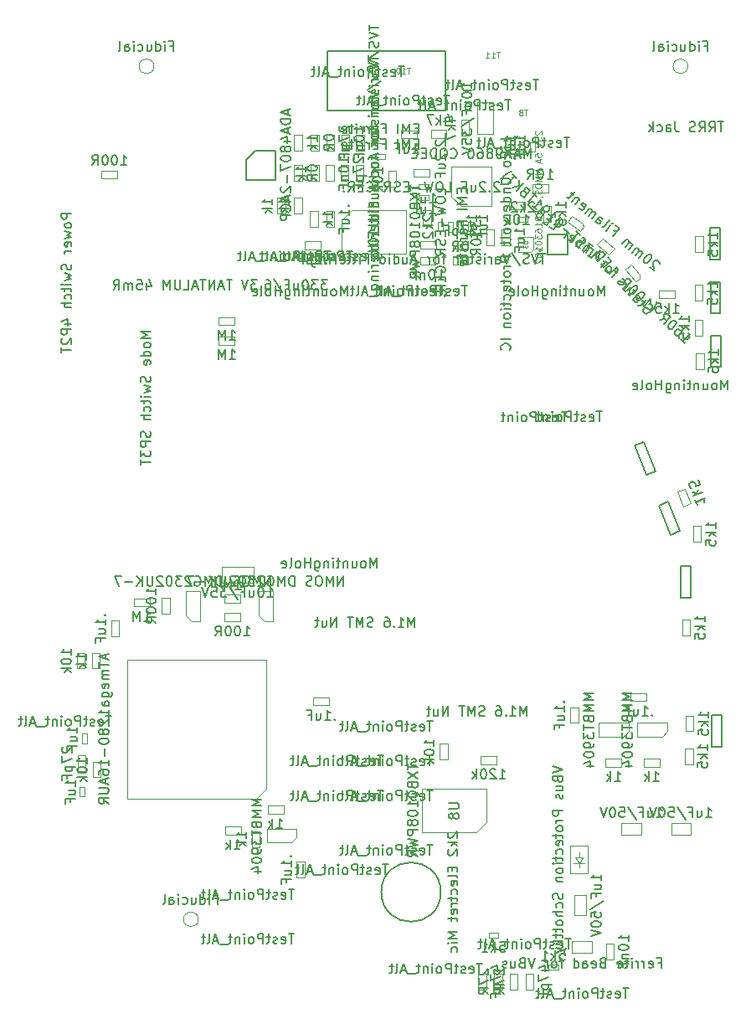
<source format=gbr>
G04 #@! TF.GenerationSoftware,KiCad,Pcbnew,8.0.8+dfsg-1*
G04 #@! TF.CreationDate,2025-03-16T16:58:16-04:00*
G04 #@! TF.ProjectId,RUST_Motherboard,52555354-5f4d-46f7-9468-6572626f6172,rev?*
G04 #@! TF.SameCoordinates,Original*
G04 #@! TF.FileFunction,AssemblyDrawing,Bot*
%FSLAX46Y46*%
G04 Gerber Fmt 4.6, Leading zero omitted, Abs format (unit mm)*
G04 Created by KiCad (PCBNEW 8.0.8+dfsg-1) date 2025-03-16 16:58:16*
%MOMM*%
%LPD*%
G01*
G04 APERTURE LIST*
%ADD10C,0.150000*%
%ADD11C,0.050000*%
%ADD12C,0.015000*%
%ADD13C,0.120000*%
%ADD14C,0.100000*%
%ADD15C,0.127000*%
%ADD16C,0.200000*%
G04 APERTURE END LIST*
D10*
X142658332Y-111529819D02*
X142658332Y-110529819D01*
X142658332Y-110529819D02*
X142086904Y-111529819D01*
X142086904Y-111529819D02*
X142086904Y-110529819D01*
X141610713Y-111529819D02*
X141610713Y-110529819D01*
X141610713Y-110529819D02*
X141277380Y-111244104D01*
X141277380Y-111244104D02*
X140944047Y-110529819D01*
X140944047Y-110529819D02*
X140944047Y-111529819D01*
X140277380Y-110529819D02*
X140086904Y-110529819D01*
X140086904Y-110529819D02*
X139991666Y-110577438D01*
X139991666Y-110577438D02*
X139896428Y-110672676D01*
X139896428Y-110672676D02*
X139848809Y-110863152D01*
X139848809Y-110863152D02*
X139848809Y-111196485D01*
X139848809Y-111196485D02*
X139896428Y-111386961D01*
X139896428Y-111386961D02*
X139991666Y-111482200D01*
X139991666Y-111482200D02*
X140086904Y-111529819D01*
X140086904Y-111529819D02*
X140277380Y-111529819D01*
X140277380Y-111529819D02*
X140372618Y-111482200D01*
X140372618Y-111482200D02*
X140467856Y-111386961D01*
X140467856Y-111386961D02*
X140515475Y-111196485D01*
X140515475Y-111196485D02*
X140515475Y-110863152D01*
X140515475Y-110863152D02*
X140467856Y-110672676D01*
X140467856Y-110672676D02*
X140372618Y-110577438D01*
X140372618Y-110577438D02*
X140277380Y-110529819D01*
X139467856Y-111482200D02*
X139324999Y-111529819D01*
X139324999Y-111529819D02*
X139086904Y-111529819D01*
X139086904Y-111529819D02*
X138991666Y-111482200D01*
X138991666Y-111482200D02*
X138944047Y-111434580D01*
X138944047Y-111434580D02*
X138896428Y-111339342D01*
X138896428Y-111339342D02*
X138896428Y-111244104D01*
X138896428Y-111244104D02*
X138944047Y-111148866D01*
X138944047Y-111148866D02*
X138991666Y-111101247D01*
X138991666Y-111101247D02*
X139086904Y-111053628D01*
X139086904Y-111053628D02*
X139277380Y-111006009D01*
X139277380Y-111006009D02*
X139372618Y-110958390D01*
X139372618Y-110958390D02*
X139420237Y-110910771D01*
X139420237Y-110910771D02*
X139467856Y-110815533D01*
X139467856Y-110815533D02*
X139467856Y-110720295D01*
X139467856Y-110720295D02*
X139420237Y-110625057D01*
X139420237Y-110625057D02*
X139372618Y-110577438D01*
X139372618Y-110577438D02*
X139277380Y-110529819D01*
X139277380Y-110529819D02*
X139039285Y-110529819D01*
X139039285Y-110529819D02*
X138896428Y-110577438D01*
X137705951Y-111529819D02*
X137705951Y-110529819D01*
X137705951Y-110529819D02*
X137467856Y-110529819D01*
X137467856Y-110529819D02*
X137324999Y-110577438D01*
X137324999Y-110577438D02*
X137229761Y-110672676D01*
X137229761Y-110672676D02*
X137182142Y-110767914D01*
X137182142Y-110767914D02*
X137134523Y-110958390D01*
X137134523Y-110958390D02*
X137134523Y-111101247D01*
X137134523Y-111101247D02*
X137182142Y-111291723D01*
X137182142Y-111291723D02*
X137229761Y-111386961D01*
X137229761Y-111386961D02*
X137324999Y-111482200D01*
X137324999Y-111482200D02*
X137467856Y-111529819D01*
X137467856Y-111529819D02*
X137705951Y-111529819D01*
X136705951Y-111529819D02*
X136705951Y-110529819D01*
X136705951Y-110529819D02*
X136372618Y-111244104D01*
X136372618Y-111244104D02*
X136039285Y-110529819D01*
X136039285Y-110529819D02*
X136039285Y-111529819D01*
X135039285Y-110577438D02*
X135134523Y-110529819D01*
X135134523Y-110529819D02*
X135277380Y-110529819D01*
X135277380Y-110529819D02*
X135420237Y-110577438D01*
X135420237Y-110577438D02*
X135515475Y-110672676D01*
X135515475Y-110672676D02*
X135563094Y-110767914D01*
X135563094Y-110767914D02*
X135610713Y-110958390D01*
X135610713Y-110958390D02*
X135610713Y-111101247D01*
X135610713Y-111101247D02*
X135563094Y-111291723D01*
X135563094Y-111291723D02*
X135515475Y-111386961D01*
X135515475Y-111386961D02*
X135420237Y-111482200D01*
X135420237Y-111482200D02*
X135277380Y-111529819D01*
X135277380Y-111529819D02*
X135182142Y-111529819D01*
X135182142Y-111529819D02*
X135039285Y-111482200D01*
X135039285Y-111482200D02*
X134991666Y-111434580D01*
X134991666Y-111434580D02*
X134991666Y-111101247D01*
X134991666Y-111101247D02*
X135182142Y-111101247D01*
X134610713Y-110625057D02*
X134563094Y-110577438D01*
X134563094Y-110577438D02*
X134467856Y-110529819D01*
X134467856Y-110529819D02*
X134229761Y-110529819D01*
X134229761Y-110529819D02*
X134134523Y-110577438D01*
X134134523Y-110577438D02*
X134086904Y-110625057D01*
X134086904Y-110625057D02*
X134039285Y-110720295D01*
X134039285Y-110720295D02*
X134039285Y-110815533D01*
X134039285Y-110815533D02*
X134086904Y-110958390D01*
X134086904Y-110958390D02*
X134658332Y-111529819D01*
X134658332Y-111529819D02*
X134039285Y-111529819D01*
X133705951Y-110529819D02*
X133086904Y-110529819D01*
X133086904Y-110529819D02*
X133420237Y-110910771D01*
X133420237Y-110910771D02*
X133277380Y-110910771D01*
X133277380Y-110910771D02*
X133182142Y-110958390D01*
X133182142Y-110958390D02*
X133134523Y-111006009D01*
X133134523Y-111006009D02*
X133086904Y-111101247D01*
X133086904Y-111101247D02*
X133086904Y-111339342D01*
X133086904Y-111339342D02*
X133134523Y-111434580D01*
X133134523Y-111434580D02*
X133182142Y-111482200D01*
X133182142Y-111482200D02*
X133277380Y-111529819D01*
X133277380Y-111529819D02*
X133563094Y-111529819D01*
X133563094Y-111529819D02*
X133658332Y-111482200D01*
X133658332Y-111482200D02*
X133705951Y-111434580D01*
X132467856Y-110529819D02*
X132372618Y-110529819D01*
X132372618Y-110529819D02*
X132277380Y-110577438D01*
X132277380Y-110577438D02*
X132229761Y-110625057D01*
X132229761Y-110625057D02*
X132182142Y-110720295D01*
X132182142Y-110720295D02*
X132134523Y-110910771D01*
X132134523Y-110910771D02*
X132134523Y-111148866D01*
X132134523Y-111148866D02*
X132182142Y-111339342D01*
X132182142Y-111339342D02*
X132229761Y-111434580D01*
X132229761Y-111434580D02*
X132277380Y-111482200D01*
X132277380Y-111482200D02*
X132372618Y-111529819D01*
X132372618Y-111529819D02*
X132467856Y-111529819D01*
X132467856Y-111529819D02*
X132563094Y-111482200D01*
X132563094Y-111482200D02*
X132610713Y-111434580D01*
X132610713Y-111434580D02*
X132658332Y-111339342D01*
X132658332Y-111339342D02*
X132705951Y-111148866D01*
X132705951Y-111148866D02*
X132705951Y-110910771D01*
X132705951Y-110910771D02*
X132658332Y-110720295D01*
X132658332Y-110720295D02*
X132610713Y-110625057D01*
X132610713Y-110625057D02*
X132563094Y-110577438D01*
X132563094Y-110577438D02*
X132467856Y-110529819D01*
X131753570Y-110625057D02*
X131705951Y-110577438D01*
X131705951Y-110577438D02*
X131610713Y-110529819D01*
X131610713Y-110529819D02*
X131372618Y-110529819D01*
X131372618Y-110529819D02*
X131277380Y-110577438D01*
X131277380Y-110577438D02*
X131229761Y-110625057D01*
X131229761Y-110625057D02*
X131182142Y-110720295D01*
X131182142Y-110720295D02*
X131182142Y-110815533D01*
X131182142Y-110815533D02*
X131229761Y-110958390D01*
X131229761Y-110958390D02*
X131801189Y-111529819D01*
X131801189Y-111529819D02*
X131182142Y-111529819D01*
X130753570Y-110529819D02*
X130753570Y-111339342D01*
X130753570Y-111339342D02*
X130705951Y-111434580D01*
X130705951Y-111434580D02*
X130658332Y-111482200D01*
X130658332Y-111482200D02*
X130563094Y-111529819D01*
X130563094Y-111529819D02*
X130372618Y-111529819D01*
X130372618Y-111529819D02*
X130277380Y-111482200D01*
X130277380Y-111482200D02*
X130229761Y-111434580D01*
X130229761Y-111434580D02*
X130182142Y-111339342D01*
X130182142Y-111339342D02*
X130182142Y-110529819D01*
X129705951Y-111529819D02*
X129705951Y-110529819D01*
X129134523Y-111529819D02*
X129563094Y-110958390D01*
X129134523Y-110529819D02*
X129705951Y-111101247D01*
X128705951Y-111148866D02*
X127944047Y-111148866D01*
X127563094Y-110529819D02*
X126896428Y-110529819D01*
X126896428Y-110529819D02*
X127324999Y-111529819D01*
X135283332Y-111529819D02*
X135283332Y-110529819D01*
X135283332Y-110529819D02*
X134711904Y-111529819D01*
X134711904Y-111529819D02*
X134711904Y-110529819D01*
X134235713Y-111529819D02*
X134235713Y-110529819D01*
X134235713Y-110529819D02*
X133902380Y-111244104D01*
X133902380Y-111244104D02*
X133569047Y-110529819D01*
X133569047Y-110529819D02*
X133569047Y-111529819D01*
X132902380Y-110529819D02*
X132711904Y-110529819D01*
X132711904Y-110529819D02*
X132616666Y-110577438D01*
X132616666Y-110577438D02*
X132521428Y-110672676D01*
X132521428Y-110672676D02*
X132473809Y-110863152D01*
X132473809Y-110863152D02*
X132473809Y-111196485D01*
X132473809Y-111196485D02*
X132521428Y-111386961D01*
X132521428Y-111386961D02*
X132616666Y-111482200D01*
X132616666Y-111482200D02*
X132711904Y-111529819D01*
X132711904Y-111529819D02*
X132902380Y-111529819D01*
X132902380Y-111529819D02*
X132997618Y-111482200D01*
X132997618Y-111482200D02*
X133092856Y-111386961D01*
X133092856Y-111386961D02*
X133140475Y-111196485D01*
X133140475Y-111196485D02*
X133140475Y-110863152D01*
X133140475Y-110863152D02*
X133092856Y-110672676D01*
X133092856Y-110672676D02*
X132997618Y-110577438D01*
X132997618Y-110577438D02*
X132902380Y-110529819D01*
X132092856Y-111482200D02*
X131949999Y-111529819D01*
X131949999Y-111529819D02*
X131711904Y-111529819D01*
X131711904Y-111529819D02*
X131616666Y-111482200D01*
X131616666Y-111482200D02*
X131569047Y-111434580D01*
X131569047Y-111434580D02*
X131521428Y-111339342D01*
X131521428Y-111339342D02*
X131521428Y-111244104D01*
X131521428Y-111244104D02*
X131569047Y-111148866D01*
X131569047Y-111148866D02*
X131616666Y-111101247D01*
X131616666Y-111101247D02*
X131711904Y-111053628D01*
X131711904Y-111053628D02*
X131902380Y-111006009D01*
X131902380Y-111006009D02*
X131997618Y-110958390D01*
X131997618Y-110958390D02*
X132045237Y-110910771D01*
X132045237Y-110910771D02*
X132092856Y-110815533D01*
X132092856Y-110815533D02*
X132092856Y-110720295D01*
X132092856Y-110720295D02*
X132045237Y-110625057D01*
X132045237Y-110625057D02*
X131997618Y-110577438D01*
X131997618Y-110577438D02*
X131902380Y-110529819D01*
X131902380Y-110529819D02*
X131664285Y-110529819D01*
X131664285Y-110529819D02*
X131521428Y-110577438D01*
X130330951Y-111529819D02*
X130330951Y-110529819D01*
X130330951Y-110529819D02*
X130092856Y-110529819D01*
X130092856Y-110529819D02*
X129949999Y-110577438D01*
X129949999Y-110577438D02*
X129854761Y-110672676D01*
X129854761Y-110672676D02*
X129807142Y-110767914D01*
X129807142Y-110767914D02*
X129759523Y-110958390D01*
X129759523Y-110958390D02*
X129759523Y-111101247D01*
X129759523Y-111101247D02*
X129807142Y-111291723D01*
X129807142Y-111291723D02*
X129854761Y-111386961D01*
X129854761Y-111386961D02*
X129949999Y-111482200D01*
X129949999Y-111482200D02*
X130092856Y-111529819D01*
X130092856Y-111529819D02*
X130330951Y-111529819D01*
X129330951Y-111529819D02*
X129330951Y-110529819D01*
X129330951Y-110529819D02*
X128997618Y-111244104D01*
X128997618Y-111244104D02*
X128664285Y-110529819D01*
X128664285Y-110529819D02*
X128664285Y-111529819D01*
X127664285Y-110577438D02*
X127759523Y-110529819D01*
X127759523Y-110529819D02*
X127902380Y-110529819D01*
X127902380Y-110529819D02*
X128045237Y-110577438D01*
X128045237Y-110577438D02*
X128140475Y-110672676D01*
X128140475Y-110672676D02*
X128188094Y-110767914D01*
X128188094Y-110767914D02*
X128235713Y-110958390D01*
X128235713Y-110958390D02*
X128235713Y-111101247D01*
X128235713Y-111101247D02*
X128188094Y-111291723D01*
X128188094Y-111291723D02*
X128140475Y-111386961D01*
X128140475Y-111386961D02*
X128045237Y-111482200D01*
X128045237Y-111482200D02*
X127902380Y-111529819D01*
X127902380Y-111529819D02*
X127807142Y-111529819D01*
X127807142Y-111529819D02*
X127664285Y-111482200D01*
X127664285Y-111482200D02*
X127616666Y-111434580D01*
X127616666Y-111434580D02*
X127616666Y-111101247D01*
X127616666Y-111101247D02*
X127807142Y-111101247D01*
X127235713Y-110625057D02*
X127188094Y-110577438D01*
X127188094Y-110577438D02*
X127092856Y-110529819D01*
X127092856Y-110529819D02*
X126854761Y-110529819D01*
X126854761Y-110529819D02*
X126759523Y-110577438D01*
X126759523Y-110577438D02*
X126711904Y-110625057D01*
X126711904Y-110625057D02*
X126664285Y-110720295D01*
X126664285Y-110720295D02*
X126664285Y-110815533D01*
X126664285Y-110815533D02*
X126711904Y-110958390D01*
X126711904Y-110958390D02*
X127283332Y-111529819D01*
X127283332Y-111529819D02*
X126664285Y-111529819D01*
X126330951Y-110529819D02*
X125711904Y-110529819D01*
X125711904Y-110529819D02*
X126045237Y-110910771D01*
X126045237Y-110910771D02*
X125902380Y-110910771D01*
X125902380Y-110910771D02*
X125807142Y-110958390D01*
X125807142Y-110958390D02*
X125759523Y-111006009D01*
X125759523Y-111006009D02*
X125711904Y-111101247D01*
X125711904Y-111101247D02*
X125711904Y-111339342D01*
X125711904Y-111339342D02*
X125759523Y-111434580D01*
X125759523Y-111434580D02*
X125807142Y-111482200D01*
X125807142Y-111482200D02*
X125902380Y-111529819D01*
X125902380Y-111529819D02*
X126188094Y-111529819D01*
X126188094Y-111529819D02*
X126283332Y-111482200D01*
X126283332Y-111482200D02*
X126330951Y-111434580D01*
X125092856Y-110529819D02*
X124997618Y-110529819D01*
X124997618Y-110529819D02*
X124902380Y-110577438D01*
X124902380Y-110577438D02*
X124854761Y-110625057D01*
X124854761Y-110625057D02*
X124807142Y-110720295D01*
X124807142Y-110720295D02*
X124759523Y-110910771D01*
X124759523Y-110910771D02*
X124759523Y-111148866D01*
X124759523Y-111148866D02*
X124807142Y-111339342D01*
X124807142Y-111339342D02*
X124854761Y-111434580D01*
X124854761Y-111434580D02*
X124902380Y-111482200D01*
X124902380Y-111482200D02*
X124997618Y-111529819D01*
X124997618Y-111529819D02*
X125092856Y-111529819D01*
X125092856Y-111529819D02*
X125188094Y-111482200D01*
X125188094Y-111482200D02*
X125235713Y-111434580D01*
X125235713Y-111434580D02*
X125283332Y-111339342D01*
X125283332Y-111339342D02*
X125330951Y-111148866D01*
X125330951Y-111148866D02*
X125330951Y-110910771D01*
X125330951Y-110910771D02*
X125283332Y-110720295D01*
X125283332Y-110720295D02*
X125235713Y-110625057D01*
X125235713Y-110625057D02*
X125188094Y-110577438D01*
X125188094Y-110577438D02*
X125092856Y-110529819D01*
X124378570Y-110625057D02*
X124330951Y-110577438D01*
X124330951Y-110577438D02*
X124235713Y-110529819D01*
X124235713Y-110529819D02*
X123997618Y-110529819D01*
X123997618Y-110529819D02*
X123902380Y-110577438D01*
X123902380Y-110577438D02*
X123854761Y-110625057D01*
X123854761Y-110625057D02*
X123807142Y-110720295D01*
X123807142Y-110720295D02*
X123807142Y-110815533D01*
X123807142Y-110815533D02*
X123854761Y-110958390D01*
X123854761Y-110958390D02*
X124426189Y-111529819D01*
X124426189Y-111529819D02*
X123807142Y-111529819D01*
X123378570Y-110529819D02*
X123378570Y-111339342D01*
X123378570Y-111339342D02*
X123330951Y-111434580D01*
X123330951Y-111434580D02*
X123283332Y-111482200D01*
X123283332Y-111482200D02*
X123188094Y-111529819D01*
X123188094Y-111529819D02*
X122997618Y-111529819D01*
X122997618Y-111529819D02*
X122902380Y-111482200D01*
X122902380Y-111482200D02*
X122854761Y-111434580D01*
X122854761Y-111434580D02*
X122807142Y-111339342D01*
X122807142Y-111339342D02*
X122807142Y-110529819D01*
X122330951Y-111529819D02*
X122330951Y-110529819D01*
X121759523Y-111529819D02*
X122188094Y-110958390D01*
X121759523Y-110529819D02*
X122330951Y-111101247D01*
X121330951Y-111148866D02*
X120569047Y-111148866D01*
X120188094Y-110529819D02*
X119521428Y-110529819D01*
X119521428Y-110529819D02*
X119949999Y-111529819D01*
X163270476Y-70374819D02*
X163841904Y-70374819D01*
X163556190Y-70374819D02*
X163556190Y-69374819D01*
X163556190Y-69374819D02*
X163651428Y-69517676D01*
X163651428Y-69517676D02*
X163746666Y-69612914D01*
X163746666Y-69612914D02*
X163841904Y-69660533D01*
X162651428Y-69374819D02*
X162556190Y-69374819D01*
X162556190Y-69374819D02*
X162460952Y-69422438D01*
X162460952Y-69422438D02*
X162413333Y-69470057D01*
X162413333Y-69470057D02*
X162365714Y-69565295D01*
X162365714Y-69565295D02*
X162318095Y-69755771D01*
X162318095Y-69755771D02*
X162318095Y-69993866D01*
X162318095Y-69993866D02*
X162365714Y-70184342D01*
X162365714Y-70184342D02*
X162413333Y-70279580D01*
X162413333Y-70279580D02*
X162460952Y-70327200D01*
X162460952Y-70327200D02*
X162556190Y-70374819D01*
X162556190Y-70374819D02*
X162651428Y-70374819D01*
X162651428Y-70374819D02*
X162746666Y-70327200D01*
X162746666Y-70327200D02*
X162794285Y-70279580D01*
X162794285Y-70279580D02*
X162841904Y-70184342D01*
X162841904Y-70184342D02*
X162889523Y-69993866D01*
X162889523Y-69993866D02*
X162889523Y-69755771D01*
X162889523Y-69755771D02*
X162841904Y-69565295D01*
X162841904Y-69565295D02*
X162794285Y-69470057D01*
X162794285Y-69470057D02*
X162746666Y-69422438D01*
X162746666Y-69422438D02*
X162651428Y-69374819D01*
X161318095Y-70374819D02*
X161651428Y-69898628D01*
X161889523Y-70374819D02*
X161889523Y-69374819D01*
X161889523Y-69374819D02*
X161508571Y-69374819D01*
X161508571Y-69374819D02*
X161413333Y-69422438D01*
X161413333Y-69422438D02*
X161365714Y-69470057D01*
X161365714Y-69470057D02*
X161318095Y-69565295D01*
X161318095Y-69565295D02*
X161318095Y-69708152D01*
X161318095Y-69708152D02*
X161365714Y-69803390D01*
X161365714Y-69803390D02*
X161413333Y-69851009D01*
X161413333Y-69851009D02*
X161508571Y-69898628D01*
X161508571Y-69898628D02*
X161889523Y-69898628D01*
X131735714Y-111874819D02*
X132307142Y-111874819D01*
X132021428Y-111874819D02*
X132021428Y-110874819D01*
X132021428Y-110874819D02*
X132116666Y-111017676D01*
X132116666Y-111017676D02*
X132211904Y-111112914D01*
X132211904Y-111112914D02*
X132307142Y-111160533D01*
X131307142Y-111874819D02*
X131307142Y-110874819D01*
X131307142Y-110874819D02*
X130973809Y-111589104D01*
X130973809Y-111589104D02*
X130640476Y-110874819D01*
X130640476Y-110874819D02*
X130640476Y-111874819D01*
X132616666Y-116584819D02*
X133188094Y-116584819D01*
X132902380Y-116584819D02*
X132902380Y-115584819D01*
X132902380Y-115584819D02*
X132997618Y-115727676D01*
X132997618Y-115727676D02*
X133092856Y-115822914D01*
X133092856Y-115822914D02*
X133188094Y-115870533D01*
X131997618Y-115584819D02*
X131902380Y-115584819D01*
X131902380Y-115584819D02*
X131807142Y-115632438D01*
X131807142Y-115632438D02*
X131759523Y-115680057D01*
X131759523Y-115680057D02*
X131711904Y-115775295D01*
X131711904Y-115775295D02*
X131664285Y-115965771D01*
X131664285Y-115965771D02*
X131664285Y-116203866D01*
X131664285Y-116203866D02*
X131711904Y-116394342D01*
X131711904Y-116394342D02*
X131759523Y-116489580D01*
X131759523Y-116489580D02*
X131807142Y-116537200D01*
X131807142Y-116537200D02*
X131902380Y-116584819D01*
X131902380Y-116584819D02*
X131997618Y-116584819D01*
X131997618Y-116584819D02*
X132092856Y-116537200D01*
X132092856Y-116537200D02*
X132140475Y-116489580D01*
X132140475Y-116489580D02*
X132188094Y-116394342D01*
X132188094Y-116394342D02*
X132235713Y-116203866D01*
X132235713Y-116203866D02*
X132235713Y-115965771D01*
X132235713Y-115965771D02*
X132188094Y-115775295D01*
X132188094Y-115775295D02*
X132140475Y-115680057D01*
X132140475Y-115680057D02*
X132092856Y-115632438D01*
X132092856Y-115632438D02*
X131997618Y-115584819D01*
X131045237Y-115584819D02*
X130949999Y-115584819D01*
X130949999Y-115584819D02*
X130854761Y-115632438D01*
X130854761Y-115632438D02*
X130807142Y-115680057D01*
X130807142Y-115680057D02*
X130759523Y-115775295D01*
X130759523Y-115775295D02*
X130711904Y-115965771D01*
X130711904Y-115965771D02*
X130711904Y-116203866D01*
X130711904Y-116203866D02*
X130759523Y-116394342D01*
X130759523Y-116394342D02*
X130807142Y-116489580D01*
X130807142Y-116489580D02*
X130854761Y-116537200D01*
X130854761Y-116537200D02*
X130949999Y-116584819D01*
X130949999Y-116584819D02*
X131045237Y-116584819D01*
X131045237Y-116584819D02*
X131140475Y-116537200D01*
X131140475Y-116537200D02*
X131188094Y-116489580D01*
X131188094Y-116489580D02*
X131235713Y-116394342D01*
X131235713Y-116394342D02*
X131283332Y-116203866D01*
X131283332Y-116203866D02*
X131283332Y-115965771D01*
X131283332Y-115965771D02*
X131235713Y-115775295D01*
X131235713Y-115775295D02*
X131188094Y-115680057D01*
X131188094Y-115680057D02*
X131140475Y-115632438D01*
X131140475Y-115632438D02*
X131045237Y-115584819D01*
X129711904Y-116584819D02*
X130045237Y-116108628D01*
X130283332Y-116584819D02*
X130283332Y-115584819D01*
X130283332Y-115584819D02*
X129902380Y-115584819D01*
X129902380Y-115584819D02*
X129807142Y-115632438D01*
X129807142Y-115632438D02*
X129759523Y-115680057D01*
X129759523Y-115680057D02*
X129711904Y-115775295D01*
X129711904Y-115775295D02*
X129711904Y-115918152D01*
X129711904Y-115918152D02*
X129759523Y-116013390D01*
X129759523Y-116013390D02*
X129807142Y-116061009D01*
X129807142Y-116061009D02*
X129902380Y-116108628D01*
X129902380Y-116108628D02*
X130283332Y-116108628D01*
X122535714Y-115084819D02*
X123107142Y-115084819D01*
X122821428Y-115084819D02*
X122821428Y-114084819D01*
X122821428Y-114084819D02*
X122916666Y-114227676D01*
X122916666Y-114227676D02*
X123011904Y-114322914D01*
X123011904Y-114322914D02*
X123107142Y-114370533D01*
X122107142Y-115084819D02*
X122107142Y-114084819D01*
X122107142Y-114084819D02*
X121773809Y-114799104D01*
X121773809Y-114799104D02*
X121440476Y-114084819D01*
X121440476Y-114084819D02*
X121440476Y-115084819D01*
X123724819Y-112383333D02*
X123724819Y-111811905D01*
X123724819Y-112097619D02*
X122724819Y-112097619D01*
X122724819Y-112097619D02*
X122867676Y-112002381D01*
X122867676Y-112002381D02*
X122962914Y-111907143D01*
X122962914Y-111907143D02*
X123010533Y-111811905D01*
X122724819Y-113002381D02*
X122724819Y-113097619D01*
X122724819Y-113097619D02*
X122772438Y-113192857D01*
X122772438Y-113192857D02*
X122820057Y-113240476D01*
X122820057Y-113240476D02*
X122915295Y-113288095D01*
X122915295Y-113288095D02*
X123105771Y-113335714D01*
X123105771Y-113335714D02*
X123343866Y-113335714D01*
X123343866Y-113335714D02*
X123534342Y-113288095D01*
X123534342Y-113288095D02*
X123629580Y-113240476D01*
X123629580Y-113240476D02*
X123677200Y-113192857D01*
X123677200Y-113192857D02*
X123724819Y-113097619D01*
X123724819Y-113097619D02*
X123724819Y-113002381D01*
X123724819Y-113002381D02*
X123677200Y-112907143D01*
X123677200Y-112907143D02*
X123629580Y-112859524D01*
X123629580Y-112859524D02*
X123534342Y-112811905D01*
X123534342Y-112811905D02*
X123343866Y-112764286D01*
X123343866Y-112764286D02*
X123105771Y-112764286D01*
X123105771Y-112764286D02*
X122915295Y-112811905D01*
X122915295Y-112811905D02*
X122820057Y-112859524D01*
X122820057Y-112859524D02*
X122772438Y-112907143D01*
X122772438Y-112907143D02*
X122724819Y-113002381D01*
X122724819Y-113954762D02*
X122724819Y-114050000D01*
X122724819Y-114050000D02*
X122772438Y-114145238D01*
X122772438Y-114145238D02*
X122820057Y-114192857D01*
X122820057Y-114192857D02*
X122915295Y-114240476D01*
X122915295Y-114240476D02*
X123105771Y-114288095D01*
X123105771Y-114288095D02*
X123343866Y-114288095D01*
X123343866Y-114288095D02*
X123534342Y-114240476D01*
X123534342Y-114240476D02*
X123629580Y-114192857D01*
X123629580Y-114192857D02*
X123677200Y-114145238D01*
X123677200Y-114145238D02*
X123724819Y-114050000D01*
X123724819Y-114050000D02*
X123724819Y-113954762D01*
X123724819Y-113954762D02*
X123677200Y-113859524D01*
X123677200Y-113859524D02*
X123629580Y-113811905D01*
X123629580Y-113811905D02*
X123534342Y-113764286D01*
X123534342Y-113764286D02*
X123343866Y-113716667D01*
X123343866Y-113716667D02*
X123105771Y-113716667D01*
X123105771Y-113716667D02*
X122915295Y-113764286D01*
X122915295Y-113764286D02*
X122820057Y-113811905D01*
X122820057Y-113811905D02*
X122772438Y-113859524D01*
X122772438Y-113859524D02*
X122724819Y-113954762D01*
X123724819Y-115288095D02*
X123248628Y-114954762D01*
X123724819Y-114716667D02*
X122724819Y-114716667D01*
X122724819Y-114716667D02*
X122724819Y-115097619D01*
X122724819Y-115097619D02*
X122772438Y-115192857D01*
X122772438Y-115192857D02*
X122820057Y-115240476D01*
X122820057Y-115240476D02*
X122915295Y-115288095D01*
X122915295Y-115288095D02*
X123058152Y-115288095D01*
X123058152Y-115288095D02*
X123153390Y-115240476D01*
X123153390Y-115240476D02*
X123201009Y-115192857D01*
X123201009Y-115192857D02*
X123248628Y-115097619D01*
X123248628Y-115097619D02*
X123248628Y-114716667D01*
X118504580Y-114492857D02*
X118552200Y-114540476D01*
X118552200Y-114540476D02*
X118599819Y-114492857D01*
X118599819Y-114492857D02*
X118552200Y-114445238D01*
X118552200Y-114445238D02*
X118504580Y-114492857D01*
X118504580Y-114492857D02*
X118599819Y-114492857D01*
X118599819Y-115492856D02*
X118599819Y-114921428D01*
X118599819Y-115207142D02*
X117599819Y-115207142D01*
X117599819Y-115207142D02*
X117742676Y-115111904D01*
X117742676Y-115111904D02*
X117837914Y-115016666D01*
X117837914Y-115016666D02*
X117885533Y-114921428D01*
X117933152Y-116349999D02*
X118599819Y-116349999D01*
X117933152Y-115921428D02*
X118456961Y-115921428D01*
X118456961Y-115921428D02*
X118552200Y-115969047D01*
X118552200Y-115969047D02*
X118599819Y-116064285D01*
X118599819Y-116064285D02*
X118599819Y-116207142D01*
X118599819Y-116207142D02*
X118552200Y-116302380D01*
X118552200Y-116302380D02*
X118504580Y-116349999D01*
X118076009Y-117159523D02*
X118076009Y-116826190D01*
X118599819Y-116826190D02*
X117599819Y-116826190D01*
X117599819Y-116826190D02*
X117599819Y-117302380D01*
X159984819Y-66554761D02*
X159984819Y-65983333D01*
X159984819Y-66269047D02*
X158984819Y-66269047D01*
X158984819Y-66269047D02*
X159127676Y-66173809D01*
X159127676Y-66173809D02*
X159222914Y-66078571D01*
X159222914Y-66078571D02*
X159270533Y-65983333D01*
X159318152Y-67411904D02*
X159984819Y-67411904D01*
X159318152Y-66983333D02*
X159841961Y-66983333D01*
X159841961Y-66983333D02*
X159937200Y-67030952D01*
X159937200Y-67030952D02*
X159984819Y-67126190D01*
X159984819Y-67126190D02*
X159984819Y-67269047D01*
X159984819Y-67269047D02*
X159937200Y-67364285D01*
X159937200Y-67364285D02*
X159889580Y-67411904D01*
X159461009Y-68221428D02*
X159461009Y-67888095D01*
X159984819Y-67888095D02*
X158984819Y-67888095D01*
X158984819Y-67888095D02*
X158984819Y-68364285D01*
X150657142Y-67689580D02*
X150609523Y-67737200D01*
X150609523Y-67737200D02*
X150657142Y-67784819D01*
X150657142Y-67784819D02*
X150704761Y-67737200D01*
X150704761Y-67737200D02*
X150657142Y-67689580D01*
X150657142Y-67689580D02*
X150657142Y-67784819D01*
X149657143Y-67784819D02*
X150228571Y-67784819D01*
X149942857Y-67784819D02*
X149942857Y-66784819D01*
X149942857Y-66784819D02*
X150038095Y-66927676D01*
X150038095Y-66927676D02*
X150133333Y-67022914D01*
X150133333Y-67022914D02*
X150228571Y-67070533D01*
X148800000Y-67118152D02*
X148800000Y-67784819D01*
X149228571Y-67118152D02*
X149228571Y-67641961D01*
X149228571Y-67641961D02*
X149180952Y-67737200D01*
X149180952Y-67737200D02*
X149085714Y-67784819D01*
X149085714Y-67784819D02*
X148942857Y-67784819D01*
X148942857Y-67784819D02*
X148847619Y-67737200D01*
X148847619Y-67737200D02*
X148800000Y-67689580D01*
X147990476Y-67261009D02*
X148323809Y-67261009D01*
X148323809Y-67784819D02*
X148323809Y-66784819D01*
X148323809Y-66784819D02*
X147847619Y-66784819D01*
X151395238Y-73874819D02*
X151966666Y-73874819D01*
X151680952Y-73874819D02*
X151680952Y-72874819D01*
X151680952Y-72874819D02*
X151776190Y-73017676D01*
X151776190Y-73017676D02*
X151871428Y-73112914D01*
X151871428Y-73112914D02*
X151966666Y-73160533D01*
X150538095Y-73208152D02*
X150538095Y-73874819D01*
X150966666Y-73208152D02*
X150966666Y-73731961D01*
X150966666Y-73731961D02*
X150919047Y-73827200D01*
X150919047Y-73827200D02*
X150823809Y-73874819D01*
X150823809Y-73874819D02*
X150680952Y-73874819D01*
X150680952Y-73874819D02*
X150585714Y-73827200D01*
X150585714Y-73827200D02*
X150538095Y-73779580D01*
X149728571Y-73351009D02*
X150061904Y-73351009D01*
X150061904Y-73874819D02*
X150061904Y-72874819D01*
X150061904Y-72874819D02*
X149585714Y-72874819D01*
X151395238Y-72824819D02*
X151966666Y-72824819D01*
X151680952Y-72824819D02*
X151680952Y-71824819D01*
X151680952Y-71824819D02*
X151776190Y-71967676D01*
X151776190Y-71967676D02*
X151871428Y-72062914D01*
X151871428Y-72062914D02*
X151966666Y-72110533D01*
X150538095Y-72158152D02*
X150538095Y-72824819D01*
X150966666Y-72158152D02*
X150966666Y-72681961D01*
X150966666Y-72681961D02*
X150919047Y-72777200D01*
X150919047Y-72777200D02*
X150823809Y-72824819D01*
X150823809Y-72824819D02*
X150680952Y-72824819D01*
X150680952Y-72824819D02*
X150585714Y-72777200D01*
X150585714Y-72777200D02*
X150538095Y-72729580D01*
X149728571Y-72301009D02*
X150061904Y-72301009D01*
X150061904Y-72824819D02*
X150061904Y-71824819D01*
X150061904Y-71824819D02*
X149585714Y-71824819D01*
X156149819Y-74629761D02*
X156149819Y-74058333D01*
X156149819Y-74344047D02*
X155149819Y-74344047D01*
X155149819Y-74344047D02*
X155292676Y-74248809D01*
X155292676Y-74248809D02*
X155387914Y-74153571D01*
X155387914Y-74153571D02*
X155435533Y-74058333D01*
X155483152Y-75486904D02*
X156149819Y-75486904D01*
X155483152Y-75058333D02*
X156006961Y-75058333D01*
X156006961Y-75058333D02*
X156102200Y-75105952D01*
X156102200Y-75105952D02*
X156149819Y-75201190D01*
X156149819Y-75201190D02*
X156149819Y-75344047D01*
X156149819Y-75344047D02*
X156102200Y-75439285D01*
X156102200Y-75439285D02*
X156054580Y-75486904D01*
X155626009Y-76296428D02*
X155626009Y-75963095D01*
X156149819Y-75963095D02*
X155149819Y-75963095D01*
X155149819Y-75963095D02*
X155149819Y-76439285D01*
X157174819Y-74604761D02*
X157174819Y-74033333D01*
X157174819Y-74319047D02*
X156174819Y-74319047D01*
X156174819Y-74319047D02*
X156317676Y-74223809D01*
X156317676Y-74223809D02*
X156412914Y-74128571D01*
X156412914Y-74128571D02*
X156460533Y-74033333D01*
X156508152Y-75461904D02*
X157174819Y-75461904D01*
X156508152Y-75033333D02*
X157031961Y-75033333D01*
X157031961Y-75033333D02*
X157127200Y-75080952D01*
X157127200Y-75080952D02*
X157174819Y-75176190D01*
X157174819Y-75176190D02*
X157174819Y-75319047D01*
X157174819Y-75319047D02*
X157127200Y-75414285D01*
X157127200Y-75414285D02*
X157079580Y-75461904D01*
X156651009Y-76271428D02*
X156651009Y-75938095D01*
X157174819Y-75938095D02*
X156174819Y-75938095D01*
X156174819Y-75938095D02*
X156174819Y-76414285D01*
X152271428Y-80534819D02*
X152842856Y-80534819D01*
X152557142Y-80534819D02*
X152557142Y-79534819D01*
X152557142Y-79534819D02*
X152652380Y-79677676D01*
X152652380Y-79677676D02*
X152747618Y-79772914D01*
X152747618Y-79772914D02*
X152842856Y-79820533D01*
X151652380Y-79534819D02*
X151557142Y-79534819D01*
X151557142Y-79534819D02*
X151461904Y-79582438D01*
X151461904Y-79582438D02*
X151414285Y-79630057D01*
X151414285Y-79630057D02*
X151366666Y-79725295D01*
X151366666Y-79725295D02*
X151319047Y-79915771D01*
X151319047Y-79915771D02*
X151319047Y-80153866D01*
X151319047Y-80153866D02*
X151366666Y-80344342D01*
X151366666Y-80344342D02*
X151414285Y-80439580D01*
X151414285Y-80439580D02*
X151461904Y-80487200D01*
X151461904Y-80487200D02*
X151557142Y-80534819D01*
X151557142Y-80534819D02*
X151652380Y-80534819D01*
X151652380Y-80534819D02*
X151747618Y-80487200D01*
X151747618Y-80487200D02*
X151795237Y-80439580D01*
X151795237Y-80439580D02*
X151842856Y-80344342D01*
X151842856Y-80344342D02*
X151890475Y-80153866D01*
X151890475Y-80153866D02*
X151890475Y-79915771D01*
X151890475Y-79915771D02*
X151842856Y-79725295D01*
X151842856Y-79725295D02*
X151795237Y-79630057D01*
X151795237Y-79630057D02*
X151747618Y-79582438D01*
X151747618Y-79582438D02*
X151652380Y-79534819D01*
X150890475Y-79868152D02*
X150890475Y-80534819D01*
X150890475Y-79963390D02*
X150842856Y-79915771D01*
X150842856Y-79915771D02*
X150747618Y-79868152D01*
X150747618Y-79868152D02*
X150604761Y-79868152D01*
X150604761Y-79868152D02*
X150509523Y-79915771D01*
X150509523Y-79915771D02*
X150461904Y-80011009D01*
X150461904Y-80011009D02*
X150461904Y-80534819D01*
X149652380Y-80011009D02*
X149985713Y-80011009D01*
X149985713Y-80534819D02*
X149985713Y-79534819D01*
X149985713Y-79534819D02*
X149509523Y-79534819D01*
X156142856Y-75170057D02*
X156095237Y-75122438D01*
X156095237Y-75122438D02*
X155999999Y-75074819D01*
X155999999Y-75074819D02*
X155761904Y-75074819D01*
X155761904Y-75074819D02*
X155666666Y-75122438D01*
X155666666Y-75122438D02*
X155619047Y-75170057D01*
X155619047Y-75170057D02*
X155571428Y-75265295D01*
X155571428Y-75265295D02*
X155571428Y-75360533D01*
X155571428Y-75360533D02*
X155619047Y-75503390D01*
X155619047Y-75503390D02*
X156190475Y-76074819D01*
X156190475Y-76074819D02*
X155571428Y-76074819D01*
X155238094Y-75074819D02*
X154571428Y-75074819D01*
X154571428Y-75074819D02*
X154999999Y-76074819D01*
X154190475Y-75408152D02*
X154190475Y-76408152D01*
X154190475Y-75455771D02*
X154095237Y-75408152D01*
X154095237Y-75408152D02*
X153904761Y-75408152D01*
X153904761Y-75408152D02*
X153809523Y-75455771D01*
X153809523Y-75455771D02*
X153761904Y-75503390D01*
X153761904Y-75503390D02*
X153714285Y-75598628D01*
X153714285Y-75598628D02*
X153714285Y-75884342D01*
X153714285Y-75884342D02*
X153761904Y-75979580D01*
X153761904Y-75979580D02*
X153809523Y-76027200D01*
X153809523Y-76027200D02*
X153904761Y-76074819D01*
X153904761Y-76074819D02*
X154095237Y-76074819D01*
X154095237Y-76074819D02*
X154190475Y-76027200D01*
X152952380Y-75551009D02*
X153285713Y-75551009D01*
X153285713Y-76074819D02*
X153285713Y-75074819D01*
X153285713Y-75074819D02*
X152809523Y-75074819D01*
X143119580Y-73082857D02*
X143167200Y-73130476D01*
X143167200Y-73130476D02*
X143214819Y-73082857D01*
X143214819Y-73082857D02*
X143167200Y-73035238D01*
X143167200Y-73035238D02*
X143119580Y-73082857D01*
X143119580Y-73082857D02*
X143214819Y-73082857D01*
X143214819Y-74082856D02*
X143214819Y-73511428D01*
X143214819Y-73797142D02*
X142214819Y-73797142D01*
X142214819Y-73797142D02*
X142357676Y-73701904D01*
X142357676Y-73701904D02*
X142452914Y-73606666D01*
X142452914Y-73606666D02*
X142500533Y-73511428D01*
X142548152Y-74939999D02*
X143214819Y-74939999D01*
X142548152Y-74511428D02*
X143071961Y-74511428D01*
X143071961Y-74511428D02*
X143167200Y-74559047D01*
X143167200Y-74559047D02*
X143214819Y-74654285D01*
X143214819Y-74654285D02*
X143214819Y-74797142D01*
X143214819Y-74797142D02*
X143167200Y-74892380D01*
X143167200Y-74892380D02*
X143119580Y-74939999D01*
X142691009Y-75749523D02*
X142691009Y-75416190D01*
X143214819Y-75416190D02*
X142214819Y-75416190D01*
X142214819Y-75416190D02*
X142214819Y-75892380D01*
X143590476Y-77654819D02*
X143019048Y-77654819D01*
X143304762Y-78654819D02*
X143304762Y-77654819D01*
X142304762Y-78607200D02*
X142400000Y-78654819D01*
X142400000Y-78654819D02*
X142590476Y-78654819D01*
X142590476Y-78654819D02*
X142685714Y-78607200D01*
X142685714Y-78607200D02*
X142733333Y-78511961D01*
X142733333Y-78511961D02*
X142733333Y-78131009D01*
X142733333Y-78131009D02*
X142685714Y-78035771D01*
X142685714Y-78035771D02*
X142590476Y-77988152D01*
X142590476Y-77988152D02*
X142400000Y-77988152D01*
X142400000Y-77988152D02*
X142304762Y-78035771D01*
X142304762Y-78035771D02*
X142257143Y-78131009D01*
X142257143Y-78131009D02*
X142257143Y-78226247D01*
X142257143Y-78226247D02*
X142733333Y-78321485D01*
X141876190Y-78607200D02*
X141780952Y-78654819D01*
X141780952Y-78654819D02*
X141590476Y-78654819D01*
X141590476Y-78654819D02*
X141495238Y-78607200D01*
X141495238Y-78607200D02*
X141447619Y-78511961D01*
X141447619Y-78511961D02*
X141447619Y-78464342D01*
X141447619Y-78464342D02*
X141495238Y-78369104D01*
X141495238Y-78369104D02*
X141590476Y-78321485D01*
X141590476Y-78321485D02*
X141733333Y-78321485D01*
X141733333Y-78321485D02*
X141828571Y-78273866D01*
X141828571Y-78273866D02*
X141876190Y-78178628D01*
X141876190Y-78178628D02*
X141876190Y-78131009D01*
X141876190Y-78131009D02*
X141828571Y-78035771D01*
X141828571Y-78035771D02*
X141733333Y-77988152D01*
X141733333Y-77988152D02*
X141590476Y-77988152D01*
X141590476Y-77988152D02*
X141495238Y-78035771D01*
X141161904Y-77988152D02*
X140780952Y-77988152D01*
X141019047Y-77654819D02*
X141019047Y-78511961D01*
X141019047Y-78511961D02*
X140971428Y-78607200D01*
X140971428Y-78607200D02*
X140876190Y-78654819D01*
X140876190Y-78654819D02*
X140780952Y-78654819D01*
X140447618Y-78654819D02*
X140447618Y-77654819D01*
X140447618Y-77654819D02*
X140066666Y-77654819D01*
X140066666Y-77654819D02*
X139971428Y-77702438D01*
X139971428Y-77702438D02*
X139923809Y-77750057D01*
X139923809Y-77750057D02*
X139876190Y-77845295D01*
X139876190Y-77845295D02*
X139876190Y-77988152D01*
X139876190Y-77988152D02*
X139923809Y-78083390D01*
X139923809Y-78083390D02*
X139971428Y-78131009D01*
X139971428Y-78131009D02*
X140066666Y-78178628D01*
X140066666Y-78178628D02*
X140447618Y-78178628D01*
X139304761Y-78654819D02*
X139399999Y-78607200D01*
X139399999Y-78607200D02*
X139447618Y-78559580D01*
X139447618Y-78559580D02*
X139495237Y-78464342D01*
X139495237Y-78464342D02*
X139495237Y-78178628D01*
X139495237Y-78178628D02*
X139447618Y-78083390D01*
X139447618Y-78083390D02*
X139399999Y-78035771D01*
X139399999Y-78035771D02*
X139304761Y-77988152D01*
X139304761Y-77988152D02*
X139161904Y-77988152D01*
X139161904Y-77988152D02*
X139066666Y-78035771D01*
X139066666Y-78035771D02*
X139019047Y-78083390D01*
X139019047Y-78083390D02*
X138971428Y-78178628D01*
X138971428Y-78178628D02*
X138971428Y-78464342D01*
X138971428Y-78464342D02*
X139019047Y-78559580D01*
X139019047Y-78559580D02*
X139066666Y-78607200D01*
X139066666Y-78607200D02*
X139161904Y-78654819D01*
X139161904Y-78654819D02*
X139304761Y-78654819D01*
X138542856Y-78654819D02*
X138542856Y-77988152D01*
X138542856Y-77654819D02*
X138590475Y-77702438D01*
X138590475Y-77702438D02*
X138542856Y-77750057D01*
X138542856Y-77750057D02*
X138495237Y-77702438D01*
X138495237Y-77702438D02*
X138542856Y-77654819D01*
X138542856Y-77654819D02*
X138542856Y-77750057D01*
X138066666Y-77988152D02*
X138066666Y-78654819D01*
X138066666Y-78083390D02*
X138019047Y-78035771D01*
X138019047Y-78035771D02*
X137923809Y-77988152D01*
X137923809Y-77988152D02*
X137780952Y-77988152D01*
X137780952Y-77988152D02*
X137685714Y-78035771D01*
X137685714Y-78035771D02*
X137638095Y-78131009D01*
X137638095Y-78131009D02*
X137638095Y-78654819D01*
X137304761Y-77988152D02*
X136923809Y-77988152D01*
X137161904Y-77654819D02*
X137161904Y-78511961D01*
X137161904Y-78511961D02*
X137114285Y-78607200D01*
X137114285Y-78607200D02*
X137019047Y-78654819D01*
X137019047Y-78654819D02*
X136923809Y-78654819D01*
X136828571Y-78750057D02*
X136066666Y-78750057D01*
X135876189Y-78369104D02*
X135399999Y-78369104D01*
X135971427Y-78654819D02*
X135638094Y-77654819D01*
X135638094Y-77654819D02*
X135304761Y-78654819D01*
X134828570Y-78654819D02*
X134923808Y-78607200D01*
X134923808Y-78607200D02*
X134971427Y-78511961D01*
X134971427Y-78511961D02*
X134971427Y-77654819D01*
X134590474Y-77988152D02*
X134209522Y-77988152D01*
X134447617Y-77654819D02*
X134447617Y-78511961D01*
X134447617Y-78511961D02*
X134399998Y-78607200D01*
X134399998Y-78607200D02*
X134304760Y-78654819D01*
X134304760Y-78654819D02*
X134209522Y-78654819D01*
X145790476Y-77654819D02*
X145219048Y-77654819D01*
X145504762Y-78654819D02*
X145504762Y-77654819D01*
X144504762Y-78607200D02*
X144600000Y-78654819D01*
X144600000Y-78654819D02*
X144790476Y-78654819D01*
X144790476Y-78654819D02*
X144885714Y-78607200D01*
X144885714Y-78607200D02*
X144933333Y-78511961D01*
X144933333Y-78511961D02*
X144933333Y-78131009D01*
X144933333Y-78131009D02*
X144885714Y-78035771D01*
X144885714Y-78035771D02*
X144790476Y-77988152D01*
X144790476Y-77988152D02*
X144600000Y-77988152D01*
X144600000Y-77988152D02*
X144504762Y-78035771D01*
X144504762Y-78035771D02*
X144457143Y-78131009D01*
X144457143Y-78131009D02*
X144457143Y-78226247D01*
X144457143Y-78226247D02*
X144933333Y-78321485D01*
X144076190Y-78607200D02*
X143980952Y-78654819D01*
X143980952Y-78654819D02*
X143790476Y-78654819D01*
X143790476Y-78654819D02*
X143695238Y-78607200D01*
X143695238Y-78607200D02*
X143647619Y-78511961D01*
X143647619Y-78511961D02*
X143647619Y-78464342D01*
X143647619Y-78464342D02*
X143695238Y-78369104D01*
X143695238Y-78369104D02*
X143790476Y-78321485D01*
X143790476Y-78321485D02*
X143933333Y-78321485D01*
X143933333Y-78321485D02*
X144028571Y-78273866D01*
X144028571Y-78273866D02*
X144076190Y-78178628D01*
X144076190Y-78178628D02*
X144076190Y-78131009D01*
X144076190Y-78131009D02*
X144028571Y-78035771D01*
X144028571Y-78035771D02*
X143933333Y-77988152D01*
X143933333Y-77988152D02*
X143790476Y-77988152D01*
X143790476Y-77988152D02*
X143695238Y-78035771D01*
X143361904Y-77988152D02*
X142980952Y-77988152D01*
X143219047Y-77654819D02*
X143219047Y-78511961D01*
X143219047Y-78511961D02*
X143171428Y-78607200D01*
X143171428Y-78607200D02*
X143076190Y-78654819D01*
X143076190Y-78654819D02*
X142980952Y-78654819D01*
X142647618Y-78654819D02*
X142647618Y-77654819D01*
X142647618Y-77654819D02*
X142266666Y-77654819D01*
X142266666Y-77654819D02*
X142171428Y-77702438D01*
X142171428Y-77702438D02*
X142123809Y-77750057D01*
X142123809Y-77750057D02*
X142076190Y-77845295D01*
X142076190Y-77845295D02*
X142076190Y-77988152D01*
X142076190Y-77988152D02*
X142123809Y-78083390D01*
X142123809Y-78083390D02*
X142171428Y-78131009D01*
X142171428Y-78131009D02*
X142266666Y-78178628D01*
X142266666Y-78178628D02*
X142647618Y-78178628D01*
X141504761Y-78654819D02*
X141599999Y-78607200D01*
X141599999Y-78607200D02*
X141647618Y-78559580D01*
X141647618Y-78559580D02*
X141695237Y-78464342D01*
X141695237Y-78464342D02*
X141695237Y-78178628D01*
X141695237Y-78178628D02*
X141647618Y-78083390D01*
X141647618Y-78083390D02*
X141599999Y-78035771D01*
X141599999Y-78035771D02*
X141504761Y-77988152D01*
X141504761Y-77988152D02*
X141361904Y-77988152D01*
X141361904Y-77988152D02*
X141266666Y-78035771D01*
X141266666Y-78035771D02*
X141219047Y-78083390D01*
X141219047Y-78083390D02*
X141171428Y-78178628D01*
X141171428Y-78178628D02*
X141171428Y-78464342D01*
X141171428Y-78464342D02*
X141219047Y-78559580D01*
X141219047Y-78559580D02*
X141266666Y-78607200D01*
X141266666Y-78607200D02*
X141361904Y-78654819D01*
X141361904Y-78654819D02*
X141504761Y-78654819D01*
X140742856Y-78654819D02*
X140742856Y-77988152D01*
X140742856Y-77654819D02*
X140790475Y-77702438D01*
X140790475Y-77702438D02*
X140742856Y-77750057D01*
X140742856Y-77750057D02*
X140695237Y-77702438D01*
X140695237Y-77702438D02*
X140742856Y-77654819D01*
X140742856Y-77654819D02*
X140742856Y-77750057D01*
X140266666Y-77988152D02*
X140266666Y-78654819D01*
X140266666Y-78083390D02*
X140219047Y-78035771D01*
X140219047Y-78035771D02*
X140123809Y-77988152D01*
X140123809Y-77988152D02*
X139980952Y-77988152D01*
X139980952Y-77988152D02*
X139885714Y-78035771D01*
X139885714Y-78035771D02*
X139838095Y-78131009D01*
X139838095Y-78131009D02*
X139838095Y-78654819D01*
X139504761Y-77988152D02*
X139123809Y-77988152D01*
X139361904Y-77654819D02*
X139361904Y-78511961D01*
X139361904Y-78511961D02*
X139314285Y-78607200D01*
X139314285Y-78607200D02*
X139219047Y-78654819D01*
X139219047Y-78654819D02*
X139123809Y-78654819D01*
X139028571Y-78750057D02*
X138266666Y-78750057D01*
X138076189Y-78369104D02*
X137599999Y-78369104D01*
X138171427Y-78654819D02*
X137838094Y-77654819D01*
X137838094Y-77654819D02*
X137504761Y-78654819D01*
X137028570Y-78654819D02*
X137123808Y-78607200D01*
X137123808Y-78607200D02*
X137171427Y-78511961D01*
X137171427Y-78511961D02*
X137171427Y-77654819D01*
X136790474Y-77988152D02*
X136409522Y-77988152D01*
X136647617Y-77654819D02*
X136647617Y-78511961D01*
X136647617Y-78511961D02*
X136599998Y-78607200D01*
X136599998Y-78607200D02*
X136504760Y-78654819D01*
X136504760Y-78654819D02*
X136409522Y-78654819D01*
X181535714Y-91704819D02*
X181535714Y-90704819D01*
X181535714Y-90704819D02*
X181202381Y-91419104D01*
X181202381Y-91419104D02*
X180869048Y-90704819D01*
X180869048Y-90704819D02*
X180869048Y-91704819D01*
X180250000Y-91704819D02*
X180345238Y-91657200D01*
X180345238Y-91657200D02*
X180392857Y-91609580D01*
X180392857Y-91609580D02*
X180440476Y-91514342D01*
X180440476Y-91514342D02*
X180440476Y-91228628D01*
X180440476Y-91228628D02*
X180392857Y-91133390D01*
X180392857Y-91133390D02*
X180345238Y-91085771D01*
X180345238Y-91085771D02*
X180250000Y-91038152D01*
X180250000Y-91038152D02*
X180107143Y-91038152D01*
X180107143Y-91038152D02*
X180011905Y-91085771D01*
X180011905Y-91085771D02*
X179964286Y-91133390D01*
X179964286Y-91133390D02*
X179916667Y-91228628D01*
X179916667Y-91228628D02*
X179916667Y-91514342D01*
X179916667Y-91514342D02*
X179964286Y-91609580D01*
X179964286Y-91609580D02*
X180011905Y-91657200D01*
X180011905Y-91657200D02*
X180107143Y-91704819D01*
X180107143Y-91704819D02*
X180250000Y-91704819D01*
X179059524Y-91038152D02*
X179059524Y-91704819D01*
X179488095Y-91038152D02*
X179488095Y-91561961D01*
X179488095Y-91561961D02*
X179440476Y-91657200D01*
X179440476Y-91657200D02*
X179345238Y-91704819D01*
X179345238Y-91704819D02*
X179202381Y-91704819D01*
X179202381Y-91704819D02*
X179107143Y-91657200D01*
X179107143Y-91657200D02*
X179059524Y-91609580D01*
X178583333Y-91038152D02*
X178583333Y-91704819D01*
X178583333Y-91133390D02*
X178535714Y-91085771D01*
X178535714Y-91085771D02*
X178440476Y-91038152D01*
X178440476Y-91038152D02*
X178297619Y-91038152D01*
X178297619Y-91038152D02*
X178202381Y-91085771D01*
X178202381Y-91085771D02*
X178154762Y-91181009D01*
X178154762Y-91181009D02*
X178154762Y-91704819D01*
X177821428Y-91038152D02*
X177440476Y-91038152D01*
X177678571Y-90704819D02*
X177678571Y-91561961D01*
X177678571Y-91561961D02*
X177630952Y-91657200D01*
X177630952Y-91657200D02*
X177535714Y-91704819D01*
X177535714Y-91704819D02*
X177440476Y-91704819D01*
X177107142Y-91704819D02*
X177107142Y-91038152D01*
X177107142Y-90704819D02*
X177154761Y-90752438D01*
X177154761Y-90752438D02*
X177107142Y-90800057D01*
X177107142Y-90800057D02*
X177059523Y-90752438D01*
X177059523Y-90752438D02*
X177107142Y-90704819D01*
X177107142Y-90704819D02*
X177107142Y-90800057D01*
X176630952Y-91038152D02*
X176630952Y-91704819D01*
X176630952Y-91133390D02*
X176583333Y-91085771D01*
X176583333Y-91085771D02*
X176488095Y-91038152D01*
X176488095Y-91038152D02*
X176345238Y-91038152D01*
X176345238Y-91038152D02*
X176250000Y-91085771D01*
X176250000Y-91085771D02*
X176202381Y-91181009D01*
X176202381Y-91181009D02*
X176202381Y-91704819D01*
X175297619Y-91038152D02*
X175297619Y-91847676D01*
X175297619Y-91847676D02*
X175345238Y-91942914D01*
X175345238Y-91942914D02*
X175392857Y-91990533D01*
X175392857Y-91990533D02*
X175488095Y-92038152D01*
X175488095Y-92038152D02*
X175630952Y-92038152D01*
X175630952Y-92038152D02*
X175726190Y-91990533D01*
X175297619Y-91657200D02*
X175392857Y-91704819D01*
X175392857Y-91704819D02*
X175583333Y-91704819D01*
X175583333Y-91704819D02*
X175678571Y-91657200D01*
X175678571Y-91657200D02*
X175726190Y-91609580D01*
X175726190Y-91609580D02*
X175773809Y-91514342D01*
X175773809Y-91514342D02*
X175773809Y-91228628D01*
X175773809Y-91228628D02*
X175726190Y-91133390D01*
X175726190Y-91133390D02*
X175678571Y-91085771D01*
X175678571Y-91085771D02*
X175583333Y-91038152D01*
X175583333Y-91038152D02*
X175392857Y-91038152D01*
X175392857Y-91038152D02*
X175297619Y-91085771D01*
X174821428Y-91704819D02*
X174821428Y-90704819D01*
X174821428Y-91181009D02*
X174250000Y-91181009D01*
X174250000Y-91704819D02*
X174250000Y-90704819D01*
X173630952Y-91704819D02*
X173726190Y-91657200D01*
X173726190Y-91657200D02*
X173773809Y-91609580D01*
X173773809Y-91609580D02*
X173821428Y-91514342D01*
X173821428Y-91514342D02*
X173821428Y-91228628D01*
X173821428Y-91228628D02*
X173773809Y-91133390D01*
X173773809Y-91133390D02*
X173726190Y-91085771D01*
X173726190Y-91085771D02*
X173630952Y-91038152D01*
X173630952Y-91038152D02*
X173488095Y-91038152D01*
X173488095Y-91038152D02*
X173392857Y-91085771D01*
X173392857Y-91085771D02*
X173345238Y-91133390D01*
X173345238Y-91133390D02*
X173297619Y-91228628D01*
X173297619Y-91228628D02*
X173297619Y-91514342D01*
X173297619Y-91514342D02*
X173345238Y-91609580D01*
X173345238Y-91609580D02*
X173392857Y-91657200D01*
X173392857Y-91657200D02*
X173488095Y-91704819D01*
X173488095Y-91704819D02*
X173630952Y-91704819D01*
X172726190Y-91704819D02*
X172821428Y-91657200D01*
X172821428Y-91657200D02*
X172869047Y-91561961D01*
X172869047Y-91561961D02*
X172869047Y-90704819D01*
X171964285Y-91657200D02*
X172059523Y-91704819D01*
X172059523Y-91704819D02*
X172249999Y-91704819D01*
X172249999Y-91704819D02*
X172345237Y-91657200D01*
X172345237Y-91657200D02*
X172392856Y-91561961D01*
X172392856Y-91561961D02*
X172392856Y-91181009D01*
X172392856Y-91181009D02*
X172345237Y-91085771D01*
X172345237Y-91085771D02*
X172249999Y-91038152D01*
X172249999Y-91038152D02*
X172059523Y-91038152D01*
X172059523Y-91038152D02*
X171964285Y-91085771D01*
X171964285Y-91085771D02*
X171916666Y-91181009D01*
X171916666Y-91181009D02*
X171916666Y-91276247D01*
X171916666Y-91276247D02*
X172392856Y-91371485D01*
X169035714Y-82204819D02*
X169035714Y-81204819D01*
X169035714Y-81204819D02*
X168702381Y-81919104D01*
X168702381Y-81919104D02*
X168369048Y-81204819D01*
X168369048Y-81204819D02*
X168369048Y-82204819D01*
X167750000Y-82204819D02*
X167845238Y-82157200D01*
X167845238Y-82157200D02*
X167892857Y-82109580D01*
X167892857Y-82109580D02*
X167940476Y-82014342D01*
X167940476Y-82014342D02*
X167940476Y-81728628D01*
X167940476Y-81728628D02*
X167892857Y-81633390D01*
X167892857Y-81633390D02*
X167845238Y-81585771D01*
X167845238Y-81585771D02*
X167750000Y-81538152D01*
X167750000Y-81538152D02*
X167607143Y-81538152D01*
X167607143Y-81538152D02*
X167511905Y-81585771D01*
X167511905Y-81585771D02*
X167464286Y-81633390D01*
X167464286Y-81633390D02*
X167416667Y-81728628D01*
X167416667Y-81728628D02*
X167416667Y-82014342D01*
X167416667Y-82014342D02*
X167464286Y-82109580D01*
X167464286Y-82109580D02*
X167511905Y-82157200D01*
X167511905Y-82157200D02*
X167607143Y-82204819D01*
X167607143Y-82204819D02*
X167750000Y-82204819D01*
X166559524Y-81538152D02*
X166559524Y-82204819D01*
X166988095Y-81538152D02*
X166988095Y-82061961D01*
X166988095Y-82061961D02*
X166940476Y-82157200D01*
X166940476Y-82157200D02*
X166845238Y-82204819D01*
X166845238Y-82204819D02*
X166702381Y-82204819D01*
X166702381Y-82204819D02*
X166607143Y-82157200D01*
X166607143Y-82157200D02*
X166559524Y-82109580D01*
X166083333Y-81538152D02*
X166083333Y-82204819D01*
X166083333Y-81633390D02*
X166035714Y-81585771D01*
X166035714Y-81585771D02*
X165940476Y-81538152D01*
X165940476Y-81538152D02*
X165797619Y-81538152D01*
X165797619Y-81538152D02*
X165702381Y-81585771D01*
X165702381Y-81585771D02*
X165654762Y-81681009D01*
X165654762Y-81681009D02*
X165654762Y-82204819D01*
X165321428Y-81538152D02*
X164940476Y-81538152D01*
X165178571Y-81204819D02*
X165178571Y-82061961D01*
X165178571Y-82061961D02*
X165130952Y-82157200D01*
X165130952Y-82157200D02*
X165035714Y-82204819D01*
X165035714Y-82204819D02*
X164940476Y-82204819D01*
X164607142Y-82204819D02*
X164607142Y-81538152D01*
X164607142Y-81204819D02*
X164654761Y-81252438D01*
X164654761Y-81252438D02*
X164607142Y-81300057D01*
X164607142Y-81300057D02*
X164559523Y-81252438D01*
X164559523Y-81252438D02*
X164607142Y-81204819D01*
X164607142Y-81204819D02*
X164607142Y-81300057D01*
X164130952Y-81538152D02*
X164130952Y-82204819D01*
X164130952Y-81633390D02*
X164083333Y-81585771D01*
X164083333Y-81585771D02*
X163988095Y-81538152D01*
X163988095Y-81538152D02*
X163845238Y-81538152D01*
X163845238Y-81538152D02*
X163750000Y-81585771D01*
X163750000Y-81585771D02*
X163702381Y-81681009D01*
X163702381Y-81681009D02*
X163702381Y-82204819D01*
X162797619Y-81538152D02*
X162797619Y-82347676D01*
X162797619Y-82347676D02*
X162845238Y-82442914D01*
X162845238Y-82442914D02*
X162892857Y-82490533D01*
X162892857Y-82490533D02*
X162988095Y-82538152D01*
X162988095Y-82538152D02*
X163130952Y-82538152D01*
X163130952Y-82538152D02*
X163226190Y-82490533D01*
X162797619Y-82157200D02*
X162892857Y-82204819D01*
X162892857Y-82204819D02*
X163083333Y-82204819D01*
X163083333Y-82204819D02*
X163178571Y-82157200D01*
X163178571Y-82157200D02*
X163226190Y-82109580D01*
X163226190Y-82109580D02*
X163273809Y-82014342D01*
X163273809Y-82014342D02*
X163273809Y-81728628D01*
X163273809Y-81728628D02*
X163226190Y-81633390D01*
X163226190Y-81633390D02*
X163178571Y-81585771D01*
X163178571Y-81585771D02*
X163083333Y-81538152D01*
X163083333Y-81538152D02*
X162892857Y-81538152D01*
X162892857Y-81538152D02*
X162797619Y-81585771D01*
X162321428Y-82204819D02*
X162321428Y-81204819D01*
X162321428Y-81681009D02*
X161750000Y-81681009D01*
X161750000Y-82204819D02*
X161750000Y-81204819D01*
X161130952Y-82204819D02*
X161226190Y-82157200D01*
X161226190Y-82157200D02*
X161273809Y-82109580D01*
X161273809Y-82109580D02*
X161321428Y-82014342D01*
X161321428Y-82014342D02*
X161321428Y-81728628D01*
X161321428Y-81728628D02*
X161273809Y-81633390D01*
X161273809Y-81633390D02*
X161226190Y-81585771D01*
X161226190Y-81585771D02*
X161130952Y-81538152D01*
X161130952Y-81538152D02*
X160988095Y-81538152D01*
X160988095Y-81538152D02*
X160892857Y-81585771D01*
X160892857Y-81585771D02*
X160845238Y-81633390D01*
X160845238Y-81633390D02*
X160797619Y-81728628D01*
X160797619Y-81728628D02*
X160797619Y-82014342D01*
X160797619Y-82014342D02*
X160845238Y-82109580D01*
X160845238Y-82109580D02*
X160892857Y-82157200D01*
X160892857Y-82157200D02*
X160988095Y-82204819D01*
X160988095Y-82204819D02*
X161130952Y-82204819D01*
X160226190Y-82204819D02*
X160321428Y-82157200D01*
X160321428Y-82157200D02*
X160369047Y-82061961D01*
X160369047Y-82061961D02*
X160369047Y-81204819D01*
X159464285Y-82157200D02*
X159559523Y-82204819D01*
X159559523Y-82204819D02*
X159749999Y-82204819D01*
X159749999Y-82204819D02*
X159845237Y-82157200D01*
X159845237Y-82157200D02*
X159892856Y-82061961D01*
X159892856Y-82061961D02*
X159892856Y-81681009D01*
X159892856Y-81681009D02*
X159845237Y-81585771D01*
X159845237Y-81585771D02*
X159749999Y-81538152D01*
X159749999Y-81538152D02*
X159559523Y-81538152D01*
X159559523Y-81538152D02*
X159464285Y-81585771D01*
X159464285Y-81585771D02*
X159416666Y-81681009D01*
X159416666Y-81681009D02*
X159416666Y-81776247D01*
X159416666Y-81776247D02*
X159892856Y-81871485D01*
X146035714Y-109704819D02*
X146035714Y-108704819D01*
X146035714Y-108704819D02*
X145702381Y-109419104D01*
X145702381Y-109419104D02*
X145369048Y-108704819D01*
X145369048Y-108704819D02*
X145369048Y-109704819D01*
X144750000Y-109704819D02*
X144845238Y-109657200D01*
X144845238Y-109657200D02*
X144892857Y-109609580D01*
X144892857Y-109609580D02*
X144940476Y-109514342D01*
X144940476Y-109514342D02*
X144940476Y-109228628D01*
X144940476Y-109228628D02*
X144892857Y-109133390D01*
X144892857Y-109133390D02*
X144845238Y-109085771D01*
X144845238Y-109085771D02*
X144750000Y-109038152D01*
X144750000Y-109038152D02*
X144607143Y-109038152D01*
X144607143Y-109038152D02*
X144511905Y-109085771D01*
X144511905Y-109085771D02*
X144464286Y-109133390D01*
X144464286Y-109133390D02*
X144416667Y-109228628D01*
X144416667Y-109228628D02*
X144416667Y-109514342D01*
X144416667Y-109514342D02*
X144464286Y-109609580D01*
X144464286Y-109609580D02*
X144511905Y-109657200D01*
X144511905Y-109657200D02*
X144607143Y-109704819D01*
X144607143Y-109704819D02*
X144750000Y-109704819D01*
X143559524Y-109038152D02*
X143559524Y-109704819D01*
X143988095Y-109038152D02*
X143988095Y-109561961D01*
X143988095Y-109561961D02*
X143940476Y-109657200D01*
X143940476Y-109657200D02*
X143845238Y-109704819D01*
X143845238Y-109704819D02*
X143702381Y-109704819D01*
X143702381Y-109704819D02*
X143607143Y-109657200D01*
X143607143Y-109657200D02*
X143559524Y-109609580D01*
X143083333Y-109038152D02*
X143083333Y-109704819D01*
X143083333Y-109133390D02*
X143035714Y-109085771D01*
X143035714Y-109085771D02*
X142940476Y-109038152D01*
X142940476Y-109038152D02*
X142797619Y-109038152D01*
X142797619Y-109038152D02*
X142702381Y-109085771D01*
X142702381Y-109085771D02*
X142654762Y-109181009D01*
X142654762Y-109181009D02*
X142654762Y-109704819D01*
X142321428Y-109038152D02*
X141940476Y-109038152D01*
X142178571Y-108704819D02*
X142178571Y-109561961D01*
X142178571Y-109561961D02*
X142130952Y-109657200D01*
X142130952Y-109657200D02*
X142035714Y-109704819D01*
X142035714Y-109704819D02*
X141940476Y-109704819D01*
X141607142Y-109704819D02*
X141607142Y-109038152D01*
X141607142Y-108704819D02*
X141654761Y-108752438D01*
X141654761Y-108752438D02*
X141607142Y-108800057D01*
X141607142Y-108800057D02*
X141559523Y-108752438D01*
X141559523Y-108752438D02*
X141607142Y-108704819D01*
X141607142Y-108704819D02*
X141607142Y-108800057D01*
X141130952Y-109038152D02*
X141130952Y-109704819D01*
X141130952Y-109133390D02*
X141083333Y-109085771D01*
X141083333Y-109085771D02*
X140988095Y-109038152D01*
X140988095Y-109038152D02*
X140845238Y-109038152D01*
X140845238Y-109038152D02*
X140750000Y-109085771D01*
X140750000Y-109085771D02*
X140702381Y-109181009D01*
X140702381Y-109181009D02*
X140702381Y-109704819D01*
X139797619Y-109038152D02*
X139797619Y-109847676D01*
X139797619Y-109847676D02*
X139845238Y-109942914D01*
X139845238Y-109942914D02*
X139892857Y-109990533D01*
X139892857Y-109990533D02*
X139988095Y-110038152D01*
X139988095Y-110038152D02*
X140130952Y-110038152D01*
X140130952Y-110038152D02*
X140226190Y-109990533D01*
X139797619Y-109657200D02*
X139892857Y-109704819D01*
X139892857Y-109704819D02*
X140083333Y-109704819D01*
X140083333Y-109704819D02*
X140178571Y-109657200D01*
X140178571Y-109657200D02*
X140226190Y-109609580D01*
X140226190Y-109609580D02*
X140273809Y-109514342D01*
X140273809Y-109514342D02*
X140273809Y-109228628D01*
X140273809Y-109228628D02*
X140226190Y-109133390D01*
X140226190Y-109133390D02*
X140178571Y-109085771D01*
X140178571Y-109085771D02*
X140083333Y-109038152D01*
X140083333Y-109038152D02*
X139892857Y-109038152D01*
X139892857Y-109038152D02*
X139797619Y-109085771D01*
X139321428Y-109704819D02*
X139321428Y-108704819D01*
X139321428Y-109181009D02*
X138750000Y-109181009D01*
X138750000Y-109704819D02*
X138750000Y-108704819D01*
X138130952Y-109704819D02*
X138226190Y-109657200D01*
X138226190Y-109657200D02*
X138273809Y-109609580D01*
X138273809Y-109609580D02*
X138321428Y-109514342D01*
X138321428Y-109514342D02*
X138321428Y-109228628D01*
X138321428Y-109228628D02*
X138273809Y-109133390D01*
X138273809Y-109133390D02*
X138226190Y-109085771D01*
X138226190Y-109085771D02*
X138130952Y-109038152D01*
X138130952Y-109038152D02*
X137988095Y-109038152D01*
X137988095Y-109038152D02*
X137892857Y-109085771D01*
X137892857Y-109085771D02*
X137845238Y-109133390D01*
X137845238Y-109133390D02*
X137797619Y-109228628D01*
X137797619Y-109228628D02*
X137797619Y-109514342D01*
X137797619Y-109514342D02*
X137845238Y-109609580D01*
X137845238Y-109609580D02*
X137892857Y-109657200D01*
X137892857Y-109657200D02*
X137988095Y-109704819D01*
X137988095Y-109704819D02*
X138130952Y-109704819D01*
X137226190Y-109704819D02*
X137321428Y-109657200D01*
X137321428Y-109657200D02*
X137369047Y-109561961D01*
X137369047Y-109561961D02*
X137369047Y-108704819D01*
X136464285Y-109657200D02*
X136559523Y-109704819D01*
X136559523Y-109704819D02*
X136749999Y-109704819D01*
X136749999Y-109704819D02*
X136845237Y-109657200D01*
X136845237Y-109657200D02*
X136892856Y-109561961D01*
X136892856Y-109561961D02*
X136892856Y-109181009D01*
X136892856Y-109181009D02*
X136845237Y-109085771D01*
X136845237Y-109085771D02*
X136749999Y-109038152D01*
X136749999Y-109038152D02*
X136559523Y-109038152D01*
X136559523Y-109038152D02*
X136464285Y-109085771D01*
X136464285Y-109085771D02*
X136416666Y-109181009D01*
X136416666Y-109181009D02*
X136416666Y-109276247D01*
X136416666Y-109276247D02*
X136892856Y-109371485D01*
X143035714Y-82204819D02*
X143035714Y-81204819D01*
X143035714Y-81204819D02*
X142702381Y-81919104D01*
X142702381Y-81919104D02*
X142369048Y-81204819D01*
X142369048Y-81204819D02*
X142369048Y-82204819D01*
X141750000Y-82204819D02*
X141845238Y-82157200D01*
X141845238Y-82157200D02*
X141892857Y-82109580D01*
X141892857Y-82109580D02*
X141940476Y-82014342D01*
X141940476Y-82014342D02*
X141940476Y-81728628D01*
X141940476Y-81728628D02*
X141892857Y-81633390D01*
X141892857Y-81633390D02*
X141845238Y-81585771D01*
X141845238Y-81585771D02*
X141750000Y-81538152D01*
X141750000Y-81538152D02*
X141607143Y-81538152D01*
X141607143Y-81538152D02*
X141511905Y-81585771D01*
X141511905Y-81585771D02*
X141464286Y-81633390D01*
X141464286Y-81633390D02*
X141416667Y-81728628D01*
X141416667Y-81728628D02*
X141416667Y-82014342D01*
X141416667Y-82014342D02*
X141464286Y-82109580D01*
X141464286Y-82109580D02*
X141511905Y-82157200D01*
X141511905Y-82157200D02*
X141607143Y-82204819D01*
X141607143Y-82204819D02*
X141750000Y-82204819D01*
X140559524Y-81538152D02*
X140559524Y-82204819D01*
X140988095Y-81538152D02*
X140988095Y-82061961D01*
X140988095Y-82061961D02*
X140940476Y-82157200D01*
X140940476Y-82157200D02*
X140845238Y-82204819D01*
X140845238Y-82204819D02*
X140702381Y-82204819D01*
X140702381Y-82204819D02*
X140607143Y-82157200D01*
X140607143Y-82157200D02*
X140559524Y-82109580D01*
X140083333Y-81538152D02*
X140083333Y-82204819D01*
X140083333Y-81633390D02*
X140035714Y-81585771D01*
X140035714Y-81585771D02*
X139940476Y-81538152D01*
X139940476Y-81538152D02*
X139797619Y-81538152D01*
X139797619Y-81538152D02*
X139702381Y-81585771D01*
X139702381Y-81585771D02*
X139654762Y-81681009D01*
X139654762Y-81681009D02*
X139654762Y-82204819D01*
X139321428Y-81538152D02*
X138940476Y-81538152D01*
X139178571Y-81204819D02*
X139178571Y-82061961D01*
X139178571Y-82061961D02*
X139130952Y-82157200D01*
X139130952Y-82157200D02*
X139035714Y-82204819D01*
X139035714Y-82204819D02*
X138940476Y-82204819D01*
X138607142Y-82204819D02*
X138607142Y-81538152D01*
X138607142Y-81204819D02*
X138654761Y-81252438D01*
X138654761Y-81252438D02*
X138607142Y-81300057D01*
X138607142Y-81300057D02*
X138559523Y-81252438D01*
X138559523Y-81252438D02*
X138607142Y-81204819D01*
X138607142Y-81204819D02*
X138607142Y-81300057D01*
X138130952Y-81538152D02*
X138130952Y-82204819D01*
X138130952Y-81633390D02*
X138083333Y-81585771D01*
X138083333Y-81585771D02*
X137988095Y-81538152D01*
X137988095Y-81538152D02*
X137845238Y-81538152D01*
X137845238Y-81538152D02*
X137750000Y-81585771D01*
X137750000Y-81585771D02*
X137702381Y-81681009D01*
X137702381Y-81681009D02*
X137702381Y-82204819D01*
X136797619Y-81538152D02*
X136797619Y-82347676D01*
X136797619Y-82347676D02*
X136845238Y-82442914D01*
X136845238Y-82442914D02*
X136892857Y-82490533D01*
X136892857Y-82490533D02*
X136988095Y-82538152D01*
X136988095Y-82538152D02*
X137130952Y-82538152D01*
X137130952Y-82538152D02*
X137226190Y-82490533D01*
X136797619Y-82157200D02*
X136892857Y-82204819D01*
X136892857Y-82204819D02*
X137083333Y-82204819D01*
X137083333Y-82204819D02*
X137178571Y-82157200D01*
X137178571Y-82157200D02*
X137226190Y-82109580D01*
X137226190Y-82109580D02*
X137273809Y-82014342D01*
X137273809Y-82014342D02*
X137273809Y-81728628D01*
X137273809Y-81728628D02*
X137226190Y-81633390D01*
X137226190Y-81633390D02*
X137178571Y-81585771D01*
X137178571Y-81585771D02*
X137083333Y-81538152D01*
X137083333Y-81538152D02*
X136892857Y-81538152D01*
X136892857Y-81538152D02*
X136797619Y-81585771D01*
X136321428Y-82204819D02*
X136321428Y-81204819D01*
X136321428Y-81681009D02*
X135750000Y-81681009D01*
X135750000Y-82204819D02*
X135750000Y-81204819D01*
X135130952Y-82204819D02*
X135226190Y-82157200D01*
X135226190Y-82157200D02*
X135273809Y-82109580D01*
X135273809Y-82109580D02*
X135321428Y-82014342D01*
X135321428Y-82014342D02*
X135321428Y-81728628D01*
X135321428Y-81728628D02*
X135273809Y-81633390D01*
X135273809Y-81633390D02*
X135226190Y-81585771D01*
X135226190Y-81585771D02*
X135130952Y-81538152D01*
X135130952Y-81538152D02*
X134988095Y-81538152D01*
X134988095Y-81538152D02*
X134892857Y-81585771D01*
X134892857Y-81585771D02*
X134845238Y-81633390D01*
X134845238Y-81633390D02*
X134797619Y-81728628D01*
X134797619Y-81728628D02*
X134797619Y-82014342D01*
X134797619Y-82014342D02*
X134845238Y-82109580D01*
X134845238Y-82109580D02*
X134892857Y-82157200D01*
X134892857Y-82157200D02*
X134988095Y-82204819D01*
X134988095Y-82204819D02*
X135130952Y-82204819D01*
X134226190Y-82204819D02*
X134321428Y-82157200D01*
X134321428Y-82157200D02*
X134369047Y-82061961D01*
X134369047Y-82061961D02*
X134369047Y-81204819D01*
X133464285Y-82157200D02*
X133559523Y-82204819D01*
X133559523Y-82204819D02*
X133749999Y-82204819D01*
X133749999Y-82204819D02*
X133845237Y-82157200D01*
X133845237Y-82157200D02*
X133892856Y-82061961D01*
X133892856Y-82061961D02*
X133892856Y-81681009D01*
X133892856Y-81681009D02*
X133845237Y-81585771D01*
X133845237Y-81585771D02*
X133749999Y-81538152D01*
X133749999Y-81538152D02*
X133559523Y-81538152D01*
X133559523Y-81538152D02*
X133464285Y-81585771D01*
X133464285Y-81585771D02*
X133416666Y-81681009D01*
X133416666Y-81681009D02*
X133416666Y-81776247D01*
X133416666Y-81776247D02*
X133892856Y-81871485D01*
X181109523Y-64604819D02*
X180538095Y-64604819D01*
X180823809Y-65604819D02*
X180823809Y-64604819D01*
X179633333Y-65604819D02*
X179966666Y-65128628D01*
X180204761Y-65604819D02*
X180204761Y-64604819D01*
X180204761Y-64604819D02*
X179823809Y-64604819D01*
X179823809Y-64604819D02*
X179728571Y-64652438D01*
X179728571Y-64652438D02*
X179680952Y-64700057D01*
X179680952Y-64700057D02*
X179633333Y-64795295D01*
X179633333Y-64795295D02*
X179633333Y-64938152D01*
X179633333Y-64938152D02*
X179680952Y-65033390D01*
X179680952Y-65033390D02*
X179728571Y-65081009D01*
X179728571Y-65081009D02*
X179823809Y-65128628D01*
X179823809Y-65128628D02*
X180204761Y-65128628D01*
X178633333Y-65604819D02*
X178966666Y-65128628D01*
X179204761Y-65604819D02*
X179204761Y-64604819D01*
X179204761Y-64604819D02*
X178823809Y-64604819D01*
X178823809Y-64604819D02*
X178728571Y-64652438D01*
X178728571Y-64652438D02*
X178680952Y-64700057D01*
X178680952Y-64700057D02*
X178633333Y-64795295D01*
X178633333Y-64795295D02*
X178633333Y-64938152D01*
X178633333Y-64938152D02*
X178680952Y-65033390D01*
X178680952Y-65033390D02*
X178728571Y-65081009D01*
X178728571Y-65081009D02*
X178823809Y-65128628D01*
X178823809Y-65128628D02*
X179204761Y-65128628D01*
X178252380Y-65557200D02*
X178109523Y-65604819D01*
X178109523Y-65604819D02*
X177871428Y-65604819D01*
X177871428Y-65604819D02*
X177776190Y-65557200D01*
X177776190Y-65557200D02*
X177728571Y-65509580D01*
X177728571Y-65509580D02*
X177680952Y-65414342D01*
X177680952Y-65414342D02*
X177680952Y-65319104D01*
X177680952Y-65319104D02*
X177728571Y-65223866D01*
X177728571Y-65223866D02*
X177776190Y-65176247D01*
X177776190Y-65176247D02*
X177871428Y-65128628D01*
X177871428Y-65128628D02*
X178061904Y-65081009D01*
X178061904Y-65081009D02*
X178157142Y-65033390D01*
X178157142Y-65033390D02*
X178204761Y-64985771D01*
X178204761Y-64985771D02*
X178252380Y-64890533D01*
X178252380Y-64890533D02*
X178252380Y-64795295D01*
X178252380Y-64795295D02*
X178204761Y-64700057D01*
X178204761Y-64700057D02*
X178157142Y-64652438D01*
X178157142Y-64652438D02*
X178061904Y-64604819D01*
X178061904Y-64604819D02*
X177823809Y-64604819D01*
X177823809Y-64604819D02*
X177680952Y-64652438D01*
X176204761Y-64604819D02*
X176204761Y-65319104D01*
X176204761Y-65319104D02*
X176252380Y-65461961D01*
X176252380Y-65461961D02*
X176347618Y-65557200D01*
X176347618Y-65557200D02*
X176490475Y-65604819D01*
X176490475Y-65604819D02*
X176585713Y-65604819D01*
X175299999Y-65604819D02*
X175299999Y-65081009D01*
X175299999Y-65081009D02*
X175347618Y-64985771D01*
X175347618Y-64985771D02*
X175442856Y-64938152D01*
X175442856Y-64938152D02*
X175633332Y-64938152D01*
X175633332Y-64938152D02*
X175728570Y-64985771D01*
X175299999Y-65557200D02*
X175395237Y-65604819D01*
X175395237Y-65604819D02*
X175633332Y-65604819D01*
X175633332Y-65604819D02*
X175728570Y-65557200D01*
X175728570Y-65557200D02*
X175776189Y-65461961D01*
X175776189Y-65461961D02*
X175776189Y-65366723D01*
X175776189Y-65366723D02*
X175728570Y-65271485D01*
X175728570Y-65271485D02*
X175633332Y-65223866D01*
X175633332Y-65223866D02*
X175395237Y-65223866D01*
X175395237Y-65223866D02*
X175299999Y-65176247D01*
X174395237Y-65557200D02*
X174490475Y-65604819D01*
X174490475Y-65604819D02*
X174680951Y-65604819D01*
X174680951Y-65604819D02*
X174776189Y-65557200D01*
X174776189Y-65557200D02*
X174823808Y-65509580D01*
X174823808Y-65509580D02*
X174871427Y-65414342D01*
X174871427Y-65414342D02*
X174871427Y-65128628D01*
X174871427Y-65128628D02*
X174823808Y-65033390D01*
X174823808Y-65033390D02*
X174776189Y-64985771D01*
X174776189Y-64985771D02*
X174680951Y-64938152D01*
X174680951Y-64938152D02*
X174490475Y-64938152D01*
X174490475Y-64938152D02*
X174395237Y-64985771D01*
X173966665Y-65604819D02*
X173966665Y-64604819D01*
X173871427Y-65223866D02*
X173585713Y-65604819D01*
X173585713Y-64938152D02*
X173966665Y-65319104D01*
X141340476Y-77654819D02*
X140769048Y-77654819D01*
X141054762Y-78654819D02*
X141054762Y-77654819D01*
X140054762Y-78607200D02*
X140150000Y-78654819D01*
X140150000Y-78654819D02*
X140340476Y-78654819D01*
X140340476Y-78654819D02*
X140435714Y-78607200D01*
X140435714Y-78607200D02*
X140483333Y-78511961D01*
X140483333Y-78511961D02*
X140483333Y-78131009D01*
X140483333Y-78131009D02*
X140435714Y-78035771D01*
X140435714Y-78035771D02*
X140340476Y-77988152D01*
X140340476Y-77988152D02*
X140150000Y-77988152D01*
X140150000Y-77988152D02*
X140054762Y-78035771D01*
X140054762Y-78035771D02*
X140007143Y-78131009D01*
X140007143Y-78131009D02*
X140007143Y-78226247D01*
X140007143Y-78226247D02*
X140483333Y-78321485D01*
X139626190Y-78607200D02*
X139530952Y-78654819D01*
X139530952Y-78654819D02*
X139340476Y-78654819D01*
X139340476Y-78654819D02*
X139245238Y-78607200D01*
X139245238Y-78607200D02*
X139197619Y-78511961D01*
X139197619Y-78511961D02*
X139197619Y-78464342D01*
X139197619Y-78464342D02*
X139245238Y-78369104D01*
X139245238Y-78369104D02*
X139340476Y-78321485D01*
X139340476Y-78321485D02*
X139483333Y-78321485D01*
X139483333Y-78321485D02*
X139578571Y-78273866D01*
X139578571Y-78273866D02*
X139626190Y-78178628D01*
X139626190Y-78178628D02*
X139626190Y-78131009D01*
X139626190Y-78131009D02*
X139578571Y-78035771D01*
X139578571Y-78035771D02*
X139483333Y-77988152D01*
X139483333Y-77988152D02*
X139340476Y-77988152D01*
X139340476Y-77988152D02*
X139245238Y-78035771D01*
X138911904Y-77988152D02*
X138530952Y-77988152D01*
X138769047Y-77654819D02*
X138769047Y-78511961D01*
X138769047Y-78511961D02*
X138721428Y-78607200D01*
X138721428Y-78607200D02*
X138626190Y-78654819D01*
X138626190Y-78654819D02*
X138530952Y-78654819D01*
X138197618Y-78654819D02*
X138197618Y-77654819D01*
X138197618Y-77654819D02*
X137816666Y-77654819D01*
X137816666Y-77654819D02*
X137721428Y-77702438D01*
X137721428Y-77702438D02*
X137673809Y-77750057D01*
X137673809Y-77750057D02*
X137626190Y-77845295D01*
X137626190Y-77845295D02*
X137626190Y-77988152D01*
X137626190Y-77988152D02*
X137673809Y-78083390D01*
X137673809Y-78083390D02*
X137721428Y-78131009D01*
X137721428Y-78131009D02*
X137816666Y-78178628D01*
X137816666Y-78178628D02*
X138197618Y-78178628D01*
X137054761Y-78654819D02*
X137149999Y-78607200D01*
X137149999Y-78607200D02*
X137197618Y-78559580D01*
X137197618Y-78559580D02*
X137245237Y-78464342D01*
X137245237Y-78464342D02*
X137245237Y-78178628D01*
X137245237Y-78178628D02*
X137197618Y-78083390D01*
X137197618Y-78083390D02*
X137149999Y-78035771D01*
X137149999Y-78035771D02*
X137054761Y-77988152D01*
X137054761Y-77988152D02*
X136911904Y-77988152D01*
X136911904Y-77988152D02*
X136816666Y-78035771D01*
X136816666Y-78035771D02*
X136769047Y-78083390D01*
X136769047Y-78083390D02*
X136721428Y-78178628D01*
X136721428Y-78178628D02*
X136721428Y-78464342D01*
X136721428Y-78464342D02*
X136769047Y-78559580D01*
X136769047Y-78559580D02*
X136816666Y-78607200D01*
X136816666Y-78607200D02*
X136911904Y-78654819D01*
X136911904Y-78654819D02*
X137054761Y-78654819D01*
X136292856Y-78654819D02*
X136292856Y-77988152D01*
X136292856Y-77654819D02*
X136340475Y-77702438D01*
X136340475Y-77702438D02*
X136292856Y-77750057D01*
X136292856Y-77750057D02*
X136245237Y-77702438D01*
X136245237Y-77702438D02*
X136292856Y-77654819D01*
X136292856Y-77654819D02*
X136292856Y-77750057D01*
X135816666Y-77988152D02*
X135816666Y-78654819D01*
X135816666Y-78083390D02*
X135769047Y-78035771D01*
X135769047Y-78035771D02*
X135673809Y-77988152D01*
X135673809Y-77988152D02*
X135530952Y-77988152D01*
X135530952Y-77988152D02*
X135435714Y-78035771D01*
X135435714Y-78035771D02*
X135388095Y-78131009D01*
X135388095Y-78131009D02*
X135388095Y-78654819D01*
X135054761Y-77988152D02*
X134673809Y-77988152D01*
X134911904Y-77654819D02*
X134911904Y-78511961D01*
X134911904Y-78511961D02*
X134864285Y-78607200D01*
X134864285Y-78607200D02*
X134769047Y-78654819D01*
X134769047Y-78654819D02*
X134673809Y-78654819D01*
X134578571Y-78750057D02*
X133816666Y-78750057D01*
X133626189Y-78369104D02*
X133149999Y-78369104D01*
X133721427Y-78654819D02*
X133388094Y-77654819D01*
X133388094Y-77654819D02*
X133054761Y-78654819D01*
X132578570Y-78654819D02*
X132673808Y-78607200D01*
X132673808Y-78607200D02*
X132721427Y-78511961D01*
X132721427Y-78511961D02*
X132721427Y-77654819D01*
X132340474Y-77988152D02*
X131959522Y-77988152D01*
X132197617Y-77654819D02*
X132197617Y-78511961D01*
X132197617Y-78511961D02*
X132149998Y-78607200D01*
X132149998Y-78607200D02*
X132054760Y-78654819D01*
X132054760Y-78654819D02*
X131959522Y-78654819D01*
X148790476Y-59004819D02*
X148219048Y-59004819D01*
X148504762Y-60004819D02*
X148504762Y-59004819D01*
X147504762Y-59957200D02*
X147600000Y-60004819D01*
X147600000Y-60004819D02*
X147790476Y-60004819D01*
X147790476Y-60004819D02*
X147885714Y-59957200D01*
X147885714Y-59957200D02*
X147933333Y-59861961D01*
X147933333Y-59861961D02*
X147933333Y-59481009D01*
X147933333Y-59481009D02*
X147885714Y-59385771D01*
X147885714Y-59385771D02*
X147790476Y-59338152D01*
X147790476Y-59338152D02*
X147600000Y-59338152D01*
X147600000Y-59338152D02*
X147504762Y-59385771D01*
X147504762Y-59385771D02*
X147457143Y-59481009D01*
X147457143Y-59481009D02*
X147457143Y-59576247D01*
X147457143Y-59576247D02*
X147933333Y-59671485D01*
X147076190Y-59957200D02*
X146980952Y-60004819D01*
X146980952Y-60004819D02*
X146790476Y-60004819D01*
X146790476Y-60004819D02*
X146695238Y-59957200D01*
X146695238Y-59957200D02*
X146647619Y-59861961D01*
X146647619Y-59861961D02*
X146647619Y-59814342D01*
X146647619Y-59814342D02*
X146695238Y-59719104D01*
X146695238Y-59719104D02*
X146790476Y-59671485D01*
X146790476Y-59671485D02*
X146933333Y-59671485D01*
X146933333Y-59671485D02*
X147028571Y-59623866D01*
X147028571Y-59623866D02*
X147076190Y-59528628D01*
X147076190Y-59528628D02*
X147076190Y-59481009D01*
X147076190Y-59481009D02*
X147028571Y-59385771D01*
X147028571Y-59385771D02*
X146933333Y-59338152D01*
X146933333Y-59338152D02*
X146790476Y-59338152D01*
X146790476Y-59338152D02*
X146695238Y-59385771D01*
X146361904Y-59338152D02*
X145980952Y-59338152D01*
X146219047Y-59004819D02*
X146219047Y-59861961D01*
X146219047Y-59861961D02*
X146171428Y-59957200D01*
X146171428Y-59957200D02*
X146076190Y-60004819D01*
X146076190Y-60004819D02*
X145980952Y-60004819D01*
X145647618Y-60004819D02*
X145647618Y-59004819D01*
X145647618Y-59004819D02*
X145266666Y-59004819D01*
X145266666Y-59004819D02*
X145171428Y-59052438D01*
X145171428Y-59052438D02*
X145123809Y-59100057D01*
X145123809Y-59100057D02*
X145076190Y-59195295D01*
X145076190Y-59195295D02*
X145076190Y-59338152D01*
X145076190Y-59338152D02*
X145123809Y-59433390D01*
X145123809Y-59433390D02*
X145171428Y-59481009D01*
X145171428Y-59481009D02*
X145266666Y-59528628D01*
X145266666Y-59528628D02*
X145647618Y-59528628D01*
X144504761Y-60004819D02*
X144599999Y-59957200D01*
X144599999Y-59957200D02*
X144647618Y-59909580D01*
X144647618Y-59909580D02*
X144695237Y-59814342D01*
X144695237Y-59814342D02*
X144695237Y-59528628D01*
X144695237Y-59528628D02*
X144647618Y-59433390D01*
X144647618Y-59433390D02*
X144599999Y-59385771D01*
X144599999Y-59385771D02*
X144504761Y-59338152D01*
X144504761Y-59338152D02*
X144361904Y-59338152D01*
X144361904Y-59338152D02*
X144266666Y-59385771D01*
X144266666Y-59385771D02*
X144219047Y-59433390D01*
X144219047Y-59433390D02*
X144171428Y-59528628D01*
X144171428Y-59528628D02*
X144171428Y-59814342D01*
X144171428Y-59814342D02*
X144219047Y-59909580D01*
X144219047Y-59909580D02*
X144266666Y-59957200D01*
X144266666Y-59957200D02*
X144361904Y-60004819D01*
X144361904Y-60004819D02*
X144504761Y-60004819D01*
X143742856Y-60004819D02*
X143742856Y-59338152D01*
X143742856Y-59004819D02*
X143790475Y-59052438D01*
X143790475Y-59052438D02*
X143742856Y-59100057D01*
X143742856Y-59100057D02*
X143695237Y-59052438D01*
X143695237Y-59052438D02*
X143742856Y-59004819D01*
X143742856Y-59004819D02*
X143742856Y-59100057D01*
X143266666Y-59338152D02*
X143266666Y-60004819D01*
X143266666Y-59433390D02*
X143219047Y-59385771D01*
X143219047Y-59385771D02*
X143123809Y-59338152D01*
X143123809Y-59338152D02*
X142980952Y-59338152D01*
X142980952Y-59338152D02*
X142885714Y-59385771D01*
X142885714Y-59385771D02*
X142838095Y-59481009D01*
X142838095Y-59481009D02*
X142838095Y-60004819D01*
X142504761Y-59338152D02*
X142123809Y-59338152D01*
X142361904Y-59004819D02*
X142361904Y-59861961D01*
X142361904Y-59861961D02*
X142314285Y-59957200D01*
X142314285Y-59957200D02*
X142219047Y-60004819D01*
X142219047Y-60004819D02*
X142123809Y-60004819D01*
X142028571Y-60100057D02*
X141266666Y-60100057D01*
X141076189Y-59719104D02*
X140599999Y-59719104D01*
X141171427Y-60004819D02*
X140838094Y-59004819D01*
X140838094Y-59004819D02*
X140504761Y-60004819D01*
X140028570Y-60004819D02*
X140123808Y-59957200D01*
X140123808Y-59957200D02*
X140171427Y-59861961D01*
X140171427Y-59861961D02*
X140171427Y-59004819D01*
X139790474Y-59338152D02*
X139409522Y-59338152D01*
X139647617Y-59004819D02*
X139647617Y-59861961D01*
X139647617Y-59861961D02*
X139599998Y-59957200D01*
X139599998Y-59957200D02*
X139504760Y-60004819D01*
X139504760Y-60004819D02*
X139409522Y-60004819D01*
X155190476Y-81154819D02*
X154619048Y-81154819D01*
X154904762Y-82154819D02*
X154904762Y-81154819D01*
X153904762Y-82107200D02*
X154000000Y-82154819D01*
X154000000Y-82154819D02*
X154190476Y-82154819D01*
X154190476Y-82154819D02*
X154285714Y-82107200D01*
X154285714Y-82107200D02*
X154333333Y-82011961D01*
X154333333Y-82011961D02*
X154333333Y-81631009D01*
X154333333Y-81631009D02*
X154285714Y-81535771D01*
X154285714Y-81535771D02*
X154190476Y-81488152D01*
X154190476Y-81488152D02*
X154000000Y-81488152D01*
X154000000Y-81488152D02*
X153904762Y-81535771D01*
X153904762Y-81535771D02*
X153857143Y-81631009D01*
X153857143Y-81631009D02*
X153857143Y-81726247D01*
X153857143Y-81726247D02*
X154333333Y-81821485D01*
X153476190Y-82107200D02*
X153380952Y-82154819D01*
X153380952Y-82154819D02*
X153190476Y-82154819D01*
X153190476Y-82154819D02*
X153095238Y-82107200D01*
X153095238Y-82107200D02*
X153047619Y-82011961D01*
X153047619Y-82011961D02*
X153047619Y-81964342D01*
X153047619Y-81964342D02*
X153095238Y-81869104D01*
X153095238Y-81869104D02*
X153190476Y-81821485D01*
X153190476Y-81821485D02*
X153333333Y-81821485D01*
X153333333Y-81821485D02*
X153428571Y-81773866D01*
X153428571Y-81773866D02*
X153476190Y-81678628D01*
X153476190Y-81678628D02*
X153476190Y-81631009D01*
X153476190Y-81631009D02*
X153428571Y-81535771D01*
X153428571Y-81535771D02*
X153333333Y-81488152D01*
X153333333Y-81488152D02*
X153190476Y-81488152D01*
X153190476Y-81488152D02*
X153095238Y-81535771D01*
X152761904Y-81488152D02*
X152380952Y-81488152D01*
X152619047Y-81154819D02*
X152619047Y-82011961D01*
X152619047Y-82011961D02*
X152571428Y-82107200D01*
X152571428Y-82107200D02*
X152476190Y-82154819D01*
X152476190Y-82154819D02*
X152380952Y-82154819D01*
X152047618Y-82154819D02*
X152047618Y-81154819D01*
X152047618Y-81154819D02*
X151666666Y-81154819D01*
X151666666Y-81154819D02*
X151571428Y-81202438D01*
X151571428Y-81202438D02*
X151523809Y-81250057D01*
X151523809Y-81250057D02*
X151476190Y-81345295D01*
X151476190Y-81345295D02*
X151476190Y-81488152D01*
X151476190Y-81488152D02*
X151523809Y-81583390D01*
X151523809Y-81583390D02*
X151571428Y-81631009D01*
X151571428Y-81631009D02*
X151666666Y-81678628D01*
X151666666Y-81678628D02*
X152047618Y-81678628D01*
X150904761Y-82154819D02*
X150999999Y-82107200D01*
X150999999Y-82107200D02*
X151047618Y-82059580D01*
X151047618Y-82059580D02*
X151095237Y-81964342D01*
X151095237Y-81964342D02*
X151095237Y-81678628D01*
X151095237Y-81678628D02*
X151047618Y-81583390D01*
X151047618Y-81583390D02*
X150999999Y-81535771D01*
X150999999Y-81535771D02*
X150904761Y-81488152D01*
X150904761Y-81488152D02*
X150761904Y-81488152D01*
X150761904Y-81488152D02*
X150666666Y-81535771D01*
X150666666Y-81535771D02*
X150619047Y-81583390D01*
X150619047Y-81583390D02*
X150571428Y-81678628D01*
X150571428Y-81678628D02*
X150571428Y-81964342D01*
X150571428Y-81964342D02*
X150619047Y-82059580D01*
X150619047Y-82059580D02*
X150666666Y-82107200D01*
X150666666Y-82107200D02*
X150761904Y-82154819D01*
X150761904Y-82154819D02*
X150904761Y-82154819D01*
X150142856Y-82154819D02*
X150142856Y-81488152D01*
X150142856Y-81154819D02*
X150190475Y-81202438D01*
X150190475Y-81202438D02*
X150142856Y-81250057D01*
X150142856Y-81250057D02*
X150095237Y-81202438D01*
X150095237Y-81202438D02*
X150142856Y-81154819D01*
X150142856Y-81154819D02*
X150142856Y-81250057D01*
X149666666Y-81488152D02*
X149666666Y-82154819D01*
X149666666Y-81583390D02*
X149619047Y-81535771D01*
X149619047Y-81535771D02*
X149523809Y-81488152D01*
X149523809Y-81488152D02*
X149380952Y-81488152D01*
X149380952Y-81488152D02*
X149285714Y-81535771D01*
X149285714Y-81535771D02*
X149238095Y-81631009D01*
X149238095Y-81631009D02*
X149238095Y-82154819D01*
X148904761Y-81488152D02*
X148523809Y-81488152D01*
X148761904Y-81154819D02*
X148761904Y-82011961D01*
X148761904Y-82011961D02*
X148714285Y-82107200D01*
X148714285Y-82107200D02*
X148619047Y-82154819D01*
X148619047Y-82154819D02*
X148523809Y-82154819D01*
X148428571Y-82250057D02*
X147666666Y-82250057D01*
X147476189Y-81869104D02*
X146999999Y-81869104D01*
X147571427Y-82154819D02*
X147238094Y-81154819D01*
X147238094Y-81154819D02*
X146904761Y-82154819D01*
X146428570Y-82154819D02*
X146523808Y-82107200D01*
X146523808Y-82107200D02*
X146571427Y-82011961D01*
X146571427Y-82011961D02*
X146571427Y-81154819D01*
X146190474Y-81488152D02*
X145809522Y-81488152D01*
X146047617Y-81154819D02*
X146047617Y-82011961D01*
X146047617Y-82011961D02*
X145999998Y-82107200D01*
X145999998Y-82107200D02*
X145904760Y-82154819D01*
X145904760Y-82154819D02*
X145809522Y-82154819D01*
X158441428Y-131044819D02*
X159012856Y-131044819D01*
X158727142Y-131044819D02*
X158727142Y-130044819D01*
X158727142Y-130044819D02*
X158822380Y-130187676D01*
X158822380Y-130187676D02*
X158917618Y-130282914D01*
X158917618Y-130282914D02*
X159012856Y-130330533D01*
X158060475Y-130140057D02*
X158012856Y-130092438D01*
X158012856Y-130092438D02*
X157917618Y-130044819D01*
X157917618Y-130044819D02*
X157679523Y-130044819D01*
X157679523Y-130044819D02*
X157584285Y-130092438D01*
X157584285Y-130092438D02*
X157536666Y-130140057D01*
X157536666Y-130140057D02*
X157489047Y-130235295D01*
X157489047Y-130235295D02*
X157489047Y-130330533D01*
X157489047Y-130330533D02*
X157536666Y-130473390D01*
X157536666Y-130473390D02*
X158108094Y-131044819D01*
X158108094Y-131044819D02*
X157489047Y-131044819D01*
X156869999Y-130044819D02*
X156774761Y-130044819D01*
X156774761Y-130044819D02*
X156679523Y-130092438D01*
X156679523Y-130092438D02*
X156631904Y-130140057D01*
X156631904Y-130140057D02*
X156584285Y-130235295D01*
X156584285Y-130235295D02*
X156536666Y-130425771D01*
X156536666Y-130425771D02*
X156536666Y-130663866D01*
X156536666Y-130663866D02*
X156584285Y-130854342D01*
X156584285Y-130854342D02*
X156631904Y-130949580D01*
X156631904Y-130949580D02*
X156679523Y-130997200D01*
X156679523Y-130997200D02*
X156774761Y-131044819D01*
X156774761Y-131044819D02*
X156869999Y-131044819D01*
X156869999Y-131044819D02*
X156965237Y-130997200D01*
X156965237Y-130997200D02*
X157012856Y-130949580D01*
X157012856Y-130949580D02*
X157060475Y-130854342D01*
X157060475Y-130854342D02*
X157108094Y-130663866D01*
X157108094Y-130663866D02*
X157108094Y-130425771D01*
X157108094Y-130425771D02*
X157060475Y-130235295D01*
X157060475Y-130235295D02*
X157012856Y-130140057D01*
X157012856Y-130140057D02*
X156965237Y-130092438D01*
X156965237Y-130092438D02*
X156869999Y-130044819D01*
X156108094Y-131044819D02*
X156108094Y-130044819D01*
X156012856Y-130663866D02*
X155727142Y-131044819D01*
X155727142Y-130378152D02*
X156108094Y-130759104D01*
X152765476Y-81154819D02*
X152194048Y-81154819D01*
X152479762Y-82154819D02*
X152479762Y-81154819D01*
X151479762Y-82107200D02*
X151575000Y-82154819D01*
X151575000Y-82154819D02*
X151765476Y-82154819D01*
X151765476Y-82154819D02*
X151860714Y-82107200D01*
X151860714Y-82107200D02*
X151908333Y-82011961D01*
X151908333Y-82011961D02*
X151908333Y-81631009D01*
X151908333Y-81631009D02*
X151860714Y-81535771D01*
X151860714Y-81535771D02*
X151765476Y-81488152D01*
X151765476Y-81488152D02*
X151575000Y-81488152D01*
X151575000Y-81488152D02*
X151479762Y-81535771D01*
X151479762Y-81535771D02*
X151432143Y-81631009D01*
X151432143Y-81631009D02*
X151432143Y-81726247D01*
X151432143Y-81726247D02*
X151908333Y-81821485D01*
X151051190Y-82107200D02*
X150955952Y-82154819D01*
X150955952Y-82154819D02*
X150765476Y-82154819D01*
X150765476Y-82154819D02*
X150670238Y-82107200D01*
X150670238Y-82107200D02*
X150622619Y-82011961D01*
X150622619Y-82011961D02*
X150622619Y-81964342D01*
X150622619Y-81964342D02*
X150670238Y-81869104D01*
X150670238Y-81869104D02*
X150765476Y-81821485D01*
X150765476Y-81821485D02*
X150908333Y-81821485D01*
X150908333Y-81821485D02*
X151003571Y-81773866D01*
X151003571Y-81773866D02*
X151051190Y-81678628D01*
X151051190Y-81678628D02*
X151051190Y-81631009D01*
X151051190Y-81631009D02*
X151003571Y-81535771D01*
X151003571Y-81535771D02*
X150908333Y-81488152D01*
X150908333Y-81488152D02*
X150765476Y-81488152D01*
X150765476Y-81488152D02*
X150670238Y-81535771D01*
X150336904Y-81488152D02*
X149955952Y-81488152D01*
X150194047Y-81154819D02*
X150194047Y-82011961D01*
X150194047Y-82011961D02*
X150146428Y-82107200D01*
X150146428Y-82107200D02*
X150051190Y-82154819D01*
X150051190Y-82154819D02*
X149955952Y-82154819D01*
X149622618Y-82154819D02*
X149622618Y-81154819D01*
X149622618Y-81154819D02*
X149241666Y-81154819D01*
X149241666Y-81154819D02*
X149146428Y-81202438D01*
X149146428Y-81202438D02*
X149098809Y-81250057D01*
X149098809Y-81250057D02*
X149051190Y-81345295D01*
X149051190Y-81345295D02*
X149051190Y-81488152D01*
X149051190Y-81488152D02*
X149098809Y-81583390D01*
X149098809Y-81583390D02*
X149146428Y-81631009D01*
X149146428Y-81631009D02*
X149241666Y-81678628D01*
X149241666Y-81678628D02*
X149622618Y-81678628D01*
X148479761Y-82154819D02*
X148574999Y-82107200D01*
X148574999Y-82107200D02*
X148622618Y-82059580D01*
X148622618Y-82059580D02*
X148670237Y-81964342D01*
X148670237Y-81964342D02*
X148670237Y-81678628D01*
X148670237Y-81678628D02*
X148622618Y-81583390D01*
X148622618Y-81583390D02*
X148574999Y-81535771D01*
X148574999Y-81535771D02*
X148479761Y-81488152D01*
X148479761Y-81488152D02*
X148336904Y-81488152D01*
X148336904Y-81488152D02*
X148241666Y-81535771D01*
X148241666Y-81535771D02*
X148194047Y-81583390D01*
X148194047Y-81583390D02*
X148146428Y-81678628D01*
X148146428Y-81678628D02*
X148146428Y-81964342D01*
X148146428Y-81964342D02*
X148194047Y-82059580D01*
X148194047Y-82059580D02*
X148241666Y-82107200D01*
X148241666Y-82107200D02*
X148336904Y-82154819D01*
X148336904Y-82154819D02*
X148479761Y-82154819D01*
X147717856Y-82154819D02*
X147717856Y-81488152D01*
X147717856Y-81154819D02*
X147765475Y-81202438D01*
X147765475Y-81202438D02*
X147717856Y-81250057D01*
X147717856Y-81250057D02*
X147670237Y-81202438D01*
X147670237Y-81202438D02*
X147717856Y-81154819D01*
X147717856Y-81154819D02*
X147717856Y-81250057D01*
X147241666Y-81488152D02*
X147241666Y-82154819D01*
X147241666Y-81583390D02*
X147194047Y-81535771D01*
X147194047Y-81535771D02*
X147098809Y-81488152D01*
X147098809Y-81488152D02*
X146955952Y-81488152D01*
X146955952Y-81488152D02*
X146860714Y-81535771D01*
X146860714Y-81535771D02*
X146813095Y-81631009D01*
X146813095Y-81631009D02*
X146813095Y-82154819D01*
X146479761Y-81488152D02*
X146098809Y-81488152D01*
X146336904Y-81154819D02*
X146336904Y-82011961D01*
X146336904Y-82011961D02*
X146289285Y-82107200D01*
X146289285Y-82107200D02*
X146194047Y-82154819D01*
X146194047Y-82154819D02*
X146098809Y-82154819D01*
X146003571Y-82250057D02*
X145241666Y-82250057D01*
X145051189Y-81869104D02*
X144574999Y-81869104D01*
X145146427Y-82154819D02*
X144813094Y-81154819D01*
X144813094Y-81154819D02*
X144479761Y-82154819D01*
X144003570Y-82154819D02*
X144098808Y-82107200D01*
X144098808Y-82107200D02*
X144146427Y-82011961D01*
X144146427Y-82011961D02*
X144146427Y-81154819D01*
X143765474Y-81488152D02*
X143384522Y-81488152D01*
X143622617Y-81154819D02*
X143622617Y-82011961D01*
X143622617Y-82011961D02*
X143574998Y-82107200D01*
X143574998Y-82107200D02*
X143479760Y-82154819D01*
X143479760Y-82154819D02*
X143384522Y-82154819D01*
X174300000Y-134924819D02*
X174871428Y-134924819D01*
X174585714Y-134924819D02*
X174585714Y-133924819D01*
X174585714Y-133924819D02*
X174680952Y-134067676D01*
X174680952Y-134067676D02*
X174776190Y-134162914D01*
X174776190Y-134162914D02*
X174871428Y-134210533D01*
X173442857Y-134258152D02*
X173442857Y-134924819D01*
X173871428Y-134258152D02*
X173871428Y-134781961D01*
X173871428Y-134781961D02*
X173823809Y-134877200D01*
X173823809Y-134877200D02*
X173728571Y-134924819D01*
X173728571Y-134924819D02*
X173585714Y-134924819D01*
X173585714Y-134924819D02*
X173490476Y-134877200D01*
X173490476Y-134877200D02*
X173442857Y-134829580D01*
X172633333Y-134401009D02*
X172966666Y-134401009D01*
X172966666Y-134924819D02*
X172966666Y-133924819D01*
X172966666Y-133924819D02*
X172490476Y-133924819D01*
X171395238Y-133877200D02*
X172252380Y-135162914D01*
X170585714Y-133924819D02*
X171061904Y-133924819D01*
X171061904Y-133924819D02*
X171109523Y-134401009D01*
X171109523Y-134401009D02*
X171061904Y-134353390D01*
X171061904Y-134353390D02*
X170966666Y-134305771D01*
X170966666Y-134305771D02*
X170728571Y-134305771D01*
X170728571Y-134305771D02*
X170633333Y-134353390D01*
X170633333Y-134353390D02*
X170585714Y-134401009D01*
X170585714Y-134401009D02*
X170538095Y-134496247D01*
X170538095Y-134496247D02*
X170538095Y-134734342D01*
X170538095Y-134734342D02*
X170585714Y-134829580D01*
X170585714Y-134829580D02*
X170633333Y-134877200D01*
X170633333Y-134877200D02*
X170728571Y-134924819D01*
X170728571Y-134924819D02*
X170966666Y-134924819D01*
X170966666Y-134924819D02*
X171061904Y-134877200D01*
X171061904Y-134877200D02*
X171109523Y-134829580D01*
X169919047Y-133924819D02*
X169823809Y-133924819D01*
X169823809Y-133924819D02*
X169728571Y-133972438D01*
X169728571Y-133972438D02*
X169680952Y-134020057D01*
X169680952Y-134020057D02*
X169633333Y-134115295D01*
X169633333Y-134115295D02*
X169585714Y-134305771D01*
X169585714Y-134305771D02*
X169585714Y-134543866D01*
X169585714Y-134543866D02*
X169633333Y-134734342D01*
X169633333Y-134734342D02*
X169680952Y-134829580D01*
X169680952Y-134829580D02*
X169728571Y-134877200D01*
X169728571Y-134877200D02*
X169823809Y-134924819D01*
X169823809Y-134924819D02*
X169919047Y-134924819D01*
X169919047Y-134924819D02*
X170014285Y-134877200D01*
X170014285Y-134877200D02*
X170061904Y-134829580D01*
X170061904Y-134829580D02*
X170109523Y-134734342D01*
X170109523Y-134734342D02*
X170157142Y-134543866D01*
X170157142Y-134543866D02*
X170157142Y-134305771D01*
X170157142Y-134305771D02*
X170109523Y-134115295D01*
X170109523Y-134115295D02*
X170061904Y-134020057D01*
X170061904Y-134020057D02*
X170014285Y-133972438D01*
X170014285Y-133972438D02*
X169919047Y-133924819D01*
X169299999Y-133924819D02*
X168966666Y-134924819D01*
X168966666Y-134924819D02*
X168633333Y-133924819D01*
X164929580Y-123242857D02*
X164977200Y-123290476D01*
X164977200Y-123290476D02*
X165024819Y-123242857D01*
X165024819Y-123242857D02*
X164977200Y-123195238D01*
X164977200Y-123195238D02*
X164929580Y-123242857D01*
X164929580Y-123242857D02*
X165024819Y-123242857D01*
X165024819Y-124242856D02*
X165024819Y-123671428D01*
X165024819Y-123957142D02*
X164024819Y-123957142D01*
X164024819Y-123957142D02*
X164167676Y-123861904D01*
X164167676Y-123861904D02*
X164262914Y-123766666D01*
X164262914Y-123766666D02*
X164310533Y-123671428D01*
X164358152Y-125099999D02*
X165024819Y-125099999D01*
X164358152Y-124671428D02*
X164881961Y-124671428D01*
X164881961Y-124671428D02*
X164977200Y-124719047D01*
X164977200Y-124719047D02*
X165024819Y-124814285D01*
X165024819Y-124814285D02*
X165024819Y-124957142D01*
X165024819Y-124957142D02*
X164977200Y-125052380D01*
X164977200Y-125052380D02*
X164929580Y-125099999D01*
X164501009Y-125909523D02*
X164501009Y-125576190D01*
X165024819Y-125576190D02*
X164024819Y-125576190D01*
X164024819Y-125576190D02*
X164024819Y-126052380D01*
X173882142Y-124564580D02*
X173834523Y-124612200D01*
X173834523Y-124612200D02*
X173882142Y-124659819D01*
X173882142Y-124659819D02*
X173929761Y-124612200D01*
X173929761Y-124612200D02*
X173882142Y-124564580D01*
X173882142Y-124564580D02*
X173882142Y-124659819D01*
X172882143Y-124659819D02*
X173453571Y-124659819D01*
X173167857Y-124659819D02*
X173167857Y-123659819D01*
X173167857Y-123659819D02*
X173263095Y-123802676D01*
X173263095Y-123802676D02*
X173358333Y-123897914D01*
X173358333Y-123897914D02*
X173453571Y-123945533D01*
X172025000Y-123993152D02*
X172025000Y-124659819D01*
X172453571Y-123993152D02*
X172453571Y-124516961D01*
X172453571Y-124516961D02*
X172405952Y-124612200D01*
X172405952Y-124612200D02*
X172310714Y-124659819D01*
X172310714Y-124659819D02*
X172167857Y-124659819D01*
X172167857Y-124659819D02*
X172072619Y-124612200D01*
X172072619Y-124612200D02*
X172025000Y-124564580D01*
X171215476Y-124136009D02*
X171548809Y-124136009D01*
X171548809Y-124659819D02*
X171548809Y-123659819D01*
X171548809Y-123659819D02*
X171072619Y-123659819D01*
X141769642Y-124989580D02*
X141722023Y-125037200D01*
X141722023Y-125037200D02*
X141769642Y-125084819D01*
X141769642Y-125084819D02*
X141817261Y-125037200D01*
X141817261Y-125037200D02*
X141769642Y-124989580D01*
X141769642Y-124989580D02*
X141769642Y-125084819D01*
X140769643Y-125084819D02*
X141341071Y-125084819D01*
X141055357Y-125084819D02*
X141055357Y-124084819D01*
X141055357Y-124084819D02*
X141150595Y-124227676D01*
X141150595Y-124227676D02*
X141245833Y-124322914D01*
X141245833Y-124322914D02*
X141341071Y-124370533D01*
X139912500Y-124418152D02*
X139912500Y-125084819D01*
X140341071Y-124418152D02*
X140341071Y-124941961D01*
X140341071Y-124941961D02*
X140293452Y-125037200D01*
X140293452Y-125037200D02*
X140198214Y-125084819D01*
X140198214Y-125084819D02*
X140055357Y-125084819D01*
X140055357Y-125084819D02*
X139960119Y-125037200D01*
X139960119Y-125037200D02*
X139912500Y-124989580D01*
X139102976Y-124561009D02*
X139436309Y-124561009D01*
X139436309Y-125084819D02*
X139436309Y-124084819D01*
X139436309Y-124084819D02*
X138960119Y-124084819D01*
X114320057Y-127857143D02*
X114272438Y-127904762D01*
X114272438Y-127904762D02*
X114224819Y-128000000D01*
X114224819Y-128000000D02*
X114224819Y-128238095D01*
X114224819Y-128238095D02*
X114272438Y-128333333D01*
X114272438Y-128333333D02*
X114320057Y-128380952D01*
X114320057Y-128380952D02*
X114415295Y-128428571D01*
X114415295Y-128428571D02*
X114510533Y-128428571D01*
X114510533Y-128428571D02*
X114653390Y-128380952D01*
X114653390Y-128380952D02*
X115224819Y-127809524D01*
X115224819Y-127809524D02*
X115224819Y-128428571D01*
X114224819Y-128761905D02*
X114224819Y-129428571D01*
X114224819Y-129428571D02*
X115224819Y-129000000D01*
X114558152Y-129809524D02*
X115558152Y-129809524D01*
X114605771Y-129809524D02*
X114558152Y-129904762D01*
X114558152Y-129904762D02*
X114558152Y-130095238D01*
X114558152Y-130095238D02*
X114605771Y-130190476D01*
X114605771Y-130190476D02*
X114653390Y-130238095D01*
X114653390Y-130238095D02*
X114748628Y-130285714D01*
X114748628Y-130285714D02*
X115034342Y-130285714D01*
X115034342Y-130285714D02*
X115129580Y-130238095D01*
X115129580Y-130238095D02*
X115177200Y-130190476D01*
X115177200Y-130190476D02*
X115224819Y-130095238D01*
X115224819Y-130095238D02*
X115224819Y-129904762D01*
X115224819Y-129904762D02*
X115177200Y-129809524D01*
X114701009Y-131047619D02*
X114701009Y-130714286D01*
X115224819Y-130714286D02*
X114224819Y-130714286D01*
X114224819Y-130714286D02*
X114224819Y-131190476D01*
X131135714Y-86634819D02*
X131707142Y-86634819D01*
X131421428Y-86634819D02*
X131421428Y-85634819D01*
X131421428Y-85634819D02*
X131516666Y-85777676D01*
X131516666Y-85777676D02*
X131611904Y-85872914D01*
X131611904Y-85872914D02*
X131707142Y-85920533D01*
X130707142Y-86634819D02*
X130707142Y-85634819D01*
X130707142Y-85634819D02*
X130373809Y-86349104D01*
X130373809Y-86349104D02*
X130040476Y-85634819D01*
X130040476Y-85634819D02*
X130040476Y-86634819D01*
X137279580Y-138892857D02*
X137327200Y-138940476D01*
X137327200Y-138940476D02*
X137374819Y-138892857D01*
X137374819Y-138892857D02*
X137327200Y-138845238D01*
X137327200Y-138845238D02*
X137279580Y-138892857D01*
X137279580Y-138892857D02*
X137374819Y-138892857D01*
X137374819Y-139892856D02*
X137374819Y-139321428D01*
X137374819Y-139607142D02*
X136374819Y-139607142D01*
X136374819Y-139607142D02*
X136517676Y-139511904D01*
X136517676Y-139511904D02*
X136612914Y-139416666D01*
X136612914Y-139416666D02*
X136660533Y-139321428D01*
X136708152Y-140749999D02*
X137374819Y-140749999D01*
X136708152Y-140321428D02*
X137231961Y-140321428D01*
X137231961Y-140321428D02*
X137327200Y-140369047D01*
X137327200Y-140369047D02*
X137374819Y-140464285D01*
X137374819Y-140464285D02*
X137374819Y-140607142D01*
X137374819Y-140607142D02*
X137327200Y-140702380D01*
X137327200Y-140702380D02*
X137279580Y-140749999D01*
X136851009Y-141559523D02*
X136851009Y-141226190D01*
X137374819Y-141226190D02*
X136374819Y-141226190D01*
X136374819Y-141226190D02*
X136374819Y-141702380D01*
X171484819Y-147428571D02*
X171484819Y-146857143D01*
X171484819Y-147142857D02*
X170484819Y-147142857D01*
X170484819Y-147142857D02*
X170627676Y-147047619D01*
X170627676Y-147047619D02*
X170722914Y-146952381D01*
X170722914Y-146952381D02*
X170770533Y-146857143D01*
X170484819Y-148047619D02*
X170484819Y-148142857D01*
X170484819Y-148142857D02*
X170532438Y-148238095D01*
X170532438Y-148238095D02*
X170580057Y-148285714D01*
X170580057Y-148285714D02*
X170675295Y-148333333D01*
X170675295Y-148333333D02*
X170865771Y-148380952D01*
X170865771Y-148380952D02*
X171103866Y-148380952D01*
X171103866Y-148380952D02*
X171294342Y-148333333D01*
X171294342Y-148333333D02*
X171389580Y-148285714D01*
X171389580Y-148285714D02*
X171437200Y-148238095D01*
X171437200Y-148238095D02*
X171484819Y-148142857D01*
X171484819Y-148142857D02*
X171484819Y-148047619D01*
X171484819Y-148047619D02*
X171437200Y-147952381D01*
X171437200Y-147952381D02*
X171389580Y-147904762D01*
X171389580Y-147904762D02*
X171294342Y-147857143D01*
X171294342Y-147857143D02*
X171103866Y-147809524D01*
X171103866Y-147809524D02*
X170865771Y-147809524D01*
X170865771Y-147809524D02*
X170675295Y-147857143D01*
X170675295Y-147857143D02*
X170580057Y-147904762D01*
X170580057Y-147904762D02*
X170532438Y-147952381D01*
X170532438Y-147952381D02*
X170484819Y-148047619D01*
X170818152Y-148809524D02*
X171484819Y-148809524D01*
X170913390Y-148809524D02*
X170865771Y-148857143D01*
X170865771Y-148857143D02*
X170818152Y-148952381D01*
X170818152Y-148952381D02*
X170818152Y-149095238D01*
X170818152Y-149095238D02*
X170865771Y-149190476D01*
X170865771Y-149190476D02*
X170961009Y-149238095D01*
X170961009Y-149238095D02*
X171484819Y-149238095D01*
X170961009Y-150047619D02*
X170961009Y-149714286D01*
X171484819Y-149714286D02*
X170484819Y-149714286D01*
X170484819Y-149714286D02*
X170484819Y-150190476D01*
X134976190Y-112674819D02*
X135547618Y-112674819D01*
X135261904Y-112674819D02*
X135261904Y-111674819D01*
X135261904Y-111674819D02*
X135357142Y-111817676D01*
X135357142Y-111817676D02*
X135452380Y-111912914D01*
X135452380Y-111912914D02*
X135547618Y-111960533D01*
X134357142Y-111674819D02*
X134261904Y-111674819D01*
X134261904Y-111674819D02*
X134166666Y-111722438D01*
X134166666Y-111722438D02*
X134119047Y-111770057D01*
X134119047Y-111770057D02*
X134071428Y-111865295D01*
X134071428Y-111865295D02*
X134023809Y-112055771D01*
X134023809Y-112055771D02*
X134023809Y-112293866D01*
X134023809Y-112293866D02*
X134071428Y-112484342D01*
X134071428Y-112484342D02*
X134119047Y-112579580D01*
X134119047Y-112579580D02*
X134166666Y-112627200D01*
X134166666Y-112627200D02*
X134261904Y-112674819D01*
X134261904Y-112674819D02*
X134357142Y-112674819D01*
X134357142Y-112674819D02*
X134452380Y-112627200D01*
X134452380Y-112627200D02*
X134499999Y-112579580D01*
X134499999Y-112579580D02*
X134547618Y-112484342D01*
X134547618Y-112484342D02*
X134595237Y-112293866D01*
X134595237Y-112293866D02*
X134595237Y-112055771D01*
X134595237Y-112055771D02*
X134547618Y-111865295D01*
X134547618Y-111865295D02*
X134499999Y-111770057D01*
X134499999Y-111770057D02*
X134452380Y-111722438D01*
X134452380Y-111722438D02*
X134357142Y-111674819D01*
X133166666Y-112008152D02*
X133166666Y-112674819D01*
X133595237Y-112008152D02*
X133595237Y-112531961D01*
X133595237Y-112531961D02*
X133547618Y-112627200D01*
X133547618Y-112627200D02*
X133452380Y-112674819D01*
X133452380Y-112674819D02*
X133309523Y-112674819D01*
X133309523Y-112674819D02*
X133214285Y-112627200D01*
X133214285Y-112627200D02*
X133166666Y-112579580D01*
X132357142Y-112151009D02*
X132690475Y-112151009D01*
X132690475Y-112674819D02*
X132690475Y-111674819D01*
X132690475Y-111674819D02*
X132214285Y-111674819D01*
X131119047Y-111627200D02*
X131976189Y-112912914D01*
X130880951Y-111674819D02*
X130261904Y-111674819D01*
X130261904Y-111674819D02*
X130595237Y-112055771D01*
X130595237Y-112055771D02*
X130452380Y-112055771D01*
X130452380Y-112055771D02*
X130357142Y-112103390D01*
X130357142Y-112103390D02*
X130309523Y-112151009D01*
X130309523Y-112151009D02*
X130261904Y-112246247D01*
X130261904Y-112246247D02*
X130261904Y-112484342D01*
X130261904Y-112484342D02*
X130309523Y-112579580D01*
X130309523Y-112579580D02*
X130357142Y-112627200D01*
X130357142Y-112627200D02*
X130452380Y-112674819D01*
X130452380Y-112674819D02*
X130738094Y-112674819D01*
X130738094Y-112674819D02*
X130833332Y-112627200D01*
X130833332Y-112627200D02*
X130880951Y-112579580D01*
X129357142Y-111674819D02*
X129833332Y-111674819D01*
X129833332Y-111674819D02*
X129880951Y-112151009D01*
X129880951Y-112151009D02*
X129833332Y-112103390D01*
X129833332Y-112103390D02*
X129738094Y-112055771D01*
X129738094Y-112055771D02*
X129499999Y-112055771D01*
X129499999Y-112055771D02*
X129404761Y-112103390D01*
X129404761Y-112103390D02*
X129357142Y-112151009D01*
X129357142Y-112151009D02*
X129309523Y-112246247D01*
X129309523Y-112246247D02*
X129309523Y-112484342D01*
X129309523Y-112484342D02*
X129357142Y-112579580D01*
X129357142Y-112579580D02*
X129404761Y-112627200D01*
X129404761Y-112627200D02*
X129499999Y-112674819D01*
X129499999Y-112674819D02*
X129738094Y-112674819D01*
X129738094Y-112674819D02*
X129833332Y-112627200D01*
X129833332Y-112627200D02*
X129880951Y-112579580D01*
X129023808Y-111674819D02*
X128690475Y-112674819D01*
X128690475Y-112674819D02*
X128357142Y-111674819D01*
X153300057Y-136452380D02*
X153252438Y-136499999D01*
X153252438Y-136499999D02*
X153204819Y-136595237D01*
X153204819Y-136595237D02*
X153204819Y-136833332D01*
X153204819Y-136833332D02*
X153252438Y-136928570D01*
X153252438Y-136928570D02*
X153300057Y-136976189D01*
X153300057Y-136976189D02*
X153395295Y-137023808D01*
X153395295Y-137023808D02*
X153490533Y-137023808D01*
X153490533Y-137023808D02*
X153633390Y-136976189D01*
X153633390Y-136976189D02*
X154204819Y-136404761D01*
X154204819Y-136404761D02*
X154204819Y-137023808D01*
X154204819Y-137452380D02*
X153204819Y-137452380D01*
X153823866Y-137547618D02*
X154204819Y-137833332D01*
X153538152Y-137833332D02*
X153919104Y-137452380D01*
X153300057Y-138214285D02*
X153252438Y-138261904D01*
X153252438Y-138261904D02*
X153204819Y-138357142D01*
X153204819Y-138357142D02*
X153204819Y-138595237D01*
X153204819Y-138595237D02*
X153252438Y-138690475D01*
X153252438Y-138690475D02*
X153300057Y-138738094D01*
X153300057Y-138738094D02*
X153395295Y-138785713D01*
X153395295Y-138785713D02*
X153490533Y-138785713D01*
X153490533Y-138785713D02*
X153633390Y-138738094D01*
X153633390Y-138738094D02*
X154204819Y-138166666D01*
X154204819Y-138166666D02*
X154204819Y-138785713D01*
X153681009Y-139976190D02*
X153681009Y-140309523D01*
X154204819Y-140452380D02*
X154204819Y-139976190D01*
X154204819Y-139976190D02*
X153204819Y-139976190D01*
X153204819Y-139976190D02*
X153204819Y-140452380D01*
X154204819Y-141023809D02*
X154157200Y-140928571D01*
X154157200Y-140928571D02*
X154061961Y-140880952D01*
X154061961Y-140880952D02*
X153204819Y-140880952D01*
X154157200Y-141785714D02*
X154204819Y-141690476D01*
X154204819Y-141690476D02*
X154204819Y-141500000D01*
X154204819Y-141500000D02*
X154157200Y-141404762D01*
X154157200Y-141404762D02*
X154061961Y-141357143D01*
X154061961Y-141357143D02*
X153681009Y-141357143D01*
X153681009Y-141357143D02*
X153585771Y-141404762D01*
X153585771Y-141404762D02*
X153538152Y-141500000D01*
X153538152Y-141500000D02*
X153538152Y-141690476D01*
X153538152Y-141690476D02*
X153585771Y-141785714D01*
X153585771Y-141785714D02*
X153681009Y-141833333D01*
X153681009Y-141833333D02*
X153776247Y-141833333D01*
X153776247Y-141833333D02*
X153871485Y-141357143D01*
X154157200Y-142690476D02*
X154204819Y-142595238D01*
X154204819Y-142595238D02*
X154204819Y-142404762D01*
X154204819Y-142404762D02*
X154157200Y-142309524D01*
X154157200Y-142309524D02*
X154109580Y-142261905D01*
X154109580Y-142261905D02*
X154014342Y-142214286D01*
X154014342Y-142214286D02*
X153728628Y-142214286D01*
X153728628Y-142214286D02*
X153633390Y-142261905D01*
X153633390Y-142261905D02*
X153585771Y-142309524D01*
X153585771Y-142309524D02*
X153538152Y-142404762D01*
X153538152Y-142404762D02*
X153538152Y-142595238D01*
X153538152Y-142595238D02*
X153585771Y-142690476D01*
X153538152Y-142976191D02*
X153538152Y-143357143D01*
X153204819Y-143119048D02*
X154061961Y-143119048D01*
X154061961Y-143119048D02*
X154157200Y-143166667D01*
X154157200Y-143166667D02*
X154204819Y-143261905D01*
X154204819Y-143261905D02*
X154204819Y-143357143D01*
X154204819Y-143690477D02*
X153538152Y-143690477D01*
X153728628Y-143690477D02*
X153633390Y-143738096D01*
X153633390Y-143738096D02*
X153585771Y-143785715D01*
X153585771Y-143785715D02*
X153538152Y-143880953D01*
X153538152Y-143880953D02*
X153538152Y-143976191D01*
X154157200Y-144690477D02*
X154204819Y-144595239D01*
X154204819Y-144595239D02*
X154204819Y-144404763D01*
X154204819Y-144404763D02*
X154157200Y-144309525D01*
X154157200Y-144309525D02*
X154061961Y-144261906D01*
X154061961Y-144261906D02*
X153681009Y-144261906D01*
X153681009Y-144261906D02*
X153585771Y-144309525D01*
X153585771Y-144309525D02*
X153538152Y-144404763D01*
X153538152Y-144404763D02*
X153538152Y-144595239D01*
X153538152Y-144595239D02*
X153585771Y-144690477D01*
X153585771Y-144690477D02*
X153681009Y-144738096D01*
X153681009Y-144738096D02*
X153776247Y-144738096D01*
X153776247Y-144738096D02*
X153871485Y-144261906D01*
X153538152Y-145023811D02*
X153538152Y-145404763D01*
X153204819Y-145166668D02*
X154061961Y-145166668D01*
X154061961Y-145166668D02*
X154157200Y-145214287D01*
X154157200Y-145214287D02*
X154204819Y-145309525D01*
X154204819Y-145309525D02*
X154204819Y-145404763D01*
X154204819Y-146500002D02*
X153204819Y-146500002D01*
X153204819Y-146500002D02*
X153919104Y-146833335D01*
X153919104Y-146833335D02*
X153204819Y-147166668D01*
X153204819Y-147166668D02*
X154204819Y-147166668D01*
X154204819Y-147642859D02*
X153538152Y-147642859D01*
X153204819Y-147642859D02*
X153252438Y-147595240D01*
X153252438Y-147595240D02*
X153300057Y-147642859D01*
X153300057Y-147642859D02*
X153252438Y-147690478D01*
X153252438Y-147690478D02*
X153204819Y-147642859D01*
X153204819Y-147642859D02*
X153300057Y-147642859D01*
X154157200Y-148547620D02*
X154204819Y-148452382D01*
X154204819Y-148452382D02*
X154204819Y-148261906D01*
X154204819Y-148261906D02*
X154157200Y-148166668D01*
X154157200Y-148166668D02*
X154109580Y-148119049D01*
X154109580Y-148119049D02*
X154014342Y-148071430D01*
X154014342Y-148071430D02*
X153728628Y-148071430D01*
X153728628Y-148071430D02*
X153633390Y-148119049D01*
X153633390Y-148119049D02*
X153585771Y-148166668D01*
X153585771Y-148166668D02*
X153538152Y-148261906D01*
X153538152Y-148261906D02*
X153538152Y-148452382D01*
X153538152Y-148452382D02*
X153585771Y-148547620D01*
X161599999Y-68304819D02*
X161599999Y-67304819D01*
X161599999Y-67304819D02*
X161266666Y-68019104D01*
X161266666Y-68019104D02*
X160933333Y-67304819D01*
X160933333Y-67304819D02*
X160933333Y-68304819D01*
X160504761Y-68019104D02*
X160028571Y-68019104D01*
X160599999Y-68304819D02*
X160266666Y-67304819D01*
X160266666Y-67304819D02*
X159933333Y-68304819D01*
X159695237Y-67304819D02*
X159028571Y-68304819D01*
X159028571Y-67304819D02*
X159695237Y-68304819D01*
X158599999Y-68304819D02*
X158409523Y-68304819D01*
X158409523Y-68304819D02*
X158314285Y-68257200D01*
X158314285Y-68257200D02*
X158266666Y-68209580D01*
X158266666Y-68209580D02*
X158171428Y-68066723D01*
X158171428Y-68066723D02*
X158123809Y-67876247D01*
X158123809Y-67876247D02*
X158123809Y-67495295D01*
X158123809Y-67495295D02*
X158171428Y-67400057D01*
X158171428Y-67400057D02*
X158219047Y-67352438D01*
X158219047Y-67352438D02*
X158314285Y-67304819D01*
X158314285Y-67304819D02*
X158504761Y-67304819D01*
X158504761Y-67304819D02*
X158599999Y-67352438D01*
X158599999Y-67352438D02*
X158647618Y-67400057D01*
X158647618Y-67400057D02*
X158695237Y-67495295D01*
X158695237Y-67495295D02*
X158695237Y-67733390D01*
X158695237Y-67733390D02*
X158647618Y-67828628D01*
X158647618Y-67828628D02*
X158599999Y-67876247D01*
X158599999Y-67876247D02*
X158504761Y-67923866D01*
X158504761Y-67923866D02*
X158314285Y-67923866D01*
X158314285Y-67923866D02*
X158219047Y-67876247D01*
X158219047Y-67876247D02*
X158171428Y-67828628D01*
X158171428Y-67828628D02*
X158123809Y-67733390D01*
X157552380Y-67733390D02*
X157647618Y-67685771D01*
X157647618Y-67685771D02*
X157695237Y-67638152D01*
X157695237Y-67638152D02*
X157742856Y-67542914D01*
X157742856Y-67542914D02*
X157742856Y-67495295D01*
X157742856Y-67495295D02*
X157695237Y-67400057D01*
X157695237Y-67400057D02*
X157647618Y-67352438D01*
X157647618Y-67352438D02*
X157552380Y-67304819D01*
X157552380Y-67304819D02*
X157361904Y-67304819D01*
X157361904Y-67304819D02*
X157266666Y-67352438D01*
X157266666Y-67352438D02*
X157219047Y-67400057D01*
X157219047Y-67400057D02*
X157171428Y-67495295D01*
X157171428Y-67495295D02*
X157171428Y-67542914D01*
X157171428Y-67542914D02*
X157219047Y-67638152D01*
X157219047Y-67638152D02*
X157266666Y-67685771D01*
X157266666Y-67685771D02*
X157361904Y-67733390D01*
X157361904Y-67733390D02*
X157552380Y-67733390D01*
X157552380Y-67733390D02*
X157647618Y-67781009D01*
X157647618Y-67781009D02*
X157695237Y-67828628D01*
X157695237Y-67828628D02*
X157742856Y-67923866D01*
X157742856Y-67923866D02*
X157742856Y-68114342D01*
X157742856Y-68114342D02*
X157695237Y-68209580D01*
X157695237Y-68209580D02*
X157647618Y-68257200D01*
X157647618Y-68257200D02*
X157552380Y-68304819D01*
X157552380Y-68304819D02*
X157361904Y-68304819D01*
X157361904Y-68304819D02*
X157266666Y-68257200D01*
X157266666Y-68257200D02*
X157219047Y-68209580D01*
X157219047Y-68209580D02*
X157171428Y-68114342D01*
X157171428Y-68114342D02*
X157171428Y-67923866D01*
X157171428Y-67923866D02*
X157219047Y-67828628D01*
X157219047Y-67828628D02*
X157266666Y-67781009D01*
X157266666Y-67781009D02*
X157361904Y-67733390D01*
X156314285Y-67304819D02*
X156504761Y-67304819D01*
X156504761Y-67304819D02*
X156599999Y-67352438D01*
X156599999Y-67352438D02*
X156647618Y-67400057D01*
X156647618Y-67400057D02*
X156742856Y-67542914D01*
X156742856Y-67542914D02*
X156790475Y-67733390D01*
X156790475Y-67733390D02*
X156790475Y-68114342D01*
X156790475Y-68114342D02*
X156742856Y-68209580D01*
X156742856Y-68209580D02*
X156695237Y-68257200D01*
X156695237Y-68257200D02*
X156599999Y-68304819D01*
X156599999Y-68304819D02*
X156409523Y-68304819D01*
X156409523Y-68304819D02*
X156314285Y-68257200D01*
X156314285Y-68257200D02*
X156266666Y-68209580D01*
X156266666Y-68209580D02*
X156219047Y-68114342D01*
X156219047Y-68114342D02*
X156219047Y-67876247D01*
X156219047Y-67876247D02*
X156266666Y-67781009D01*
X156266666Y-67781009D02*
X156314285Y-67733390D01*
X156314285Y-67733390D02*
X156409523Y-67685771D01*
X156409523Y-67685771D02*
X156599999Y-67685771D01*
X156599999Y-67685771D02*
X156695237Y-67733390D01*
X156695237Y-67733390D02*
X156742856Y-67781009D01*
X156742856Y-67781009D02*
X156790475Y-67876247D01*
X155599999Y-67304819D02*
X155504761Y-67304819D01*
X155504761Y-67304819D02*
X155409523Y-67352438D01*
X155409523Y-67352438D02*
X155361904Y-67400057D01*
X155361904Y-67400057D02*
X155314285Y-67495295D01*
X155314285Y-67495295D02*
X155266666Y-67685771D01*
X155266666Y-67685771D02*
X155266666Y-67923866D01*
X155266666Y-67923866D02*
X155314285Y-68114342D01*
X155314285Y-68114342D02*
X155361904Y-68209580D01*
X155361904Y-68209580D02*
X155409523Y-68257200D01*
X155409523Y-68257200D02*
X155504761Y-68304819D01*
X155504761Y-68304819D02*
X155599999Y-68304819D01*
X155599999Y-68304819D02*
X155695237Y-68257200D01*
X155695237Y-68257200D02*
X155742856Y-68209580D01*
X155742856Y-68209580D02*
X155790475Y-68114342D01*
X155790475Y-68114342D02*
X155838094Y-67923866D01*
X155838094Y-67923866D02*
X155838094Y-67685771D01*
X155838094Y-67685771D02*
X155790475Y-67495295D01*
X155790475Y-67495295D02*
X155742856Y-67400057D01*
X155742856Y-67400057D02*
X155695237Y-67352438D01*
X155695237Y-67352438D02*
X155599999Y-67304819D01*
X153504761Y-68209580D02*
X153552380Y-68257200D01*
X153552380Y-68257200D02*
X153695237Y-68304819D01*
X153695237Y-68304819D02*
X153790475Y-68304819D01*
X153790475Y-68304819D02*
X153933332Y-68257200D01*
X153933332Y-68257200D02*
X154028570Y-68161961D01*
X154028570Y-68161961D02*
X154076189Y-68066723D01*
X154076189Y-68066723D02*
X154123808Y-67876247D01*
X154123808Y-67876247D02*
X154123808Y-67733390D01*
X154123808Y-67733390D02*
X154076189Y-67542914D01*
X154076189Y-67542914D02*
X154028570Y-67447676D01*
X154028570Y-67447676D02*
X153933332Y-67352438D01*
X153933332Y-67352438D02*
X153790475Y-67304819D01*
X153790475Y-67304819D02*
X153695237Y-67304819D01*
X153695237Y-67304819D02*
X153552380Y-67352438D01*
X153552380Y-67352438D02*
X153504761Y-67400057D01*
X152885713Y-67304819D02*
X152695237Y-67304819D01*
X152695237Y-67304819D02*
X152599999Y-67352438D01*
X152599999Y-67352438D02*
X152504761Y-67447676D01*
X152504761Y-67447676D02*
X152457142Y-67638152D01*
X152457142Y-67638152D02*
X152457142Y-67971485D01*
X152457142Y-67971485D02*
X152504761Y-68161961D01*
X152504761Y-68161961D02*
X152599999Y-68257200D01*
X152599999Y-68257200D02*
X152695237Y-68304819D01*
X152695237Y-68304819D02*
X152885713Y-68304819D01*
X152885713Y-68304819D02*
X152980951Y-68257200D01*
X152980951Y-68257200D02*
X153076189Y-68161961D01*
X153076189Y-68161961D02*
X153123808Y-67971485D01*
X153123808Y-67971485D02*
X153123808Y-67638152D01*
X153123808Y-67638152D02*
X153076189Y-67447676D01*
X153076189Y-67447676D02*
X152980951Y-67352438D01*
X152980951Y-67352438D02*
X152885713Y-67304819D01*
X152028570Y-68304819D02*
X152028570Y-67304819D01*
X152028570Y-67304819D02*
X151790475Y-67304819D01*
X151790475Y-67304819D02*
X151647618Y-67352438D01*
X151647618Y-67352438D02*
X151552380Y-67447676D01*
X151552380Y-67447676D02*
X151504761Y-67542914D01*
X151504761Y-67542914D02*
X151457142Y-67733390D01*
X151457142Y-67733390D02*
X151457142Y-67876247D01*
X151457142Y-67876247D02*
X151504761Y-68066723D01*
X151504761Y-68066723D02*
X151552380Y-68161961D01*
X151552380Y-68161961D02*
X151647618Y-68257200D01*
X151647618Y-68257200D02*
X151790475Y-68304819D01*
X151790475Y-68304819D02*
X152028570Y-68304819D01*
X151028570Y-67781009D02*
X150695237Y-67781009D01*
X150552380Y-68304819D02*
X151028570Y-68304819D01*
X151028570Y-68304819D02*
X151028570Y-67304819D01*
X151028570Y-67304819D02*
X150552380Y-67304819D01*
X149552380Y-68209580D02*
X149599999Y-68257200D01*
X149599999Y-68257200D02*
X149742856Y-68304819D01*
X149742856Y-68304819D02*
X149838094Y-68304819D01*
X149838094Y-68304819D02*
X149980951Y-68257200D01*
X149980951Y-68257200D02*
X150076189Y-68161961D01*
X150076189Y-68161961D02*
X150123808Y-68066723D01*
X150123808Y-68066723D02*
X150171427Y-67876247D01*
X150171427Y-67876247D02*
X150171427Y-67733390D01*
X150171427Y-67733390D02*
X150123808Y-67542914D01*
X150123808Y-67542914D02*
X150076189Y-67447676D01*
X150076189Y-67447676D02*
X149980951Y-67352438D01*
X149980951Y-67352438D02*
X149838094Y-67304819D01*
X149838094Y-67304819D02*
X149742856Y-67304819D01*
X149742856Y-67304819D02*
X149599999Y-67352438D01*
X149599999Y-67352438D02*
X149552380Y-67400057D01*
X179534819Y-124854761D02*
X179534819Y-124283333D01*
X179534819Y-124569047D02*
X178534819Y-124569047D01*
X178534819Y-124569047D02*
X178677676Y-124473809D01*
X178677676Y-124473809D02*
X178772914Y-124378571D01*
X178772914Y-124378571D02*
X178820533Y-124283333D01*
X179534819Y-125283333D02*
X178534819Y-125283333D01*
X179153866Y-125378571D02*
X179534819Y-125664285D01*
X178868152Y-125664285D02*
X179249104Y-125283333D01*
X178534819Y-126569047D02*
X178534819Y-126092857D01*
X178534819Y-126092857D02*
X179011009Y-126045238D01*
X179011009Y-126045238D02*
X178963390Y-126092857D01*
X178963390Y-126092857D02*
X178915771Y-126188095D01*
X178915771Y-126188095D02*
X178915771Y-126426190D01*
X178915771Y-126426190D02*
X178963390Y-126521428D01*
X178963390Y-126521428D02*
X179011009Y-126569047D01*
X179011009Y-126569047D02*
X179106247Y-126616666D01*
X179106247Y-126616666D02*
X179344342Y-126616666D01*
X179344342Y-126616666D02*
X179439580Y-126569047D01*
X179439580Y-126569047D02*
X179487200Y-126521428D01*
X179487200Y-126521428D02*
X179534819Y-126426190D01*
X179534819Y-126426190D02*
X179534819Y-126188095D01*
X179534819Y-126188095D02*
X179487200Y-126092857D01*
X179487200Y-126092857D02*
X179439580Y-126045238D01*
X179484819Y-128167261D02*
X179484819Y-127595833D01*
X179484819Y-127881547D02*
X178484819Y-127881547D01*
X178484819Y-127881547D02*
X178627676Y-127786309D01*
X178627676Y-127786309D02*
X178722914Y-127691071D01*
X178722914Y-127691071D02*
X178770533Y-127595833D01*
X179484819Y-128595833D02*
X178484819Y-128595833D01*
X179103866Y-128691071D02*
X179484819Y-128976785D01*
X178818152Y-128976785D02*
X179199104Y-128595833D01*
X178484819Y-129881547D02*
X178484819Y-129405357D01*
X178484819Y-129405357D02*
X178961009Y-129357738D01*
X178961009Y-129357738D02*
X178913390Y-129405357D01*
X178913390Y-129405357D02*
X178865771Y-129500595D01*
X178865771Y-129500595D02*
X178865771Y-129738690D01*
X178865771Y-129738690D02*
X178913390Y-129833928D01*
X178913390Y-129833928D02*
X178961009Y-129881547D01*
X178961009Y-129881547D02*
X179056247Y-129929166D01*
X179056247Y-129929166D02*
X179294342Y-129929166D01*
X179294342Y-129929166D02*
X179389580Y-129881547D01*
X179389580Y-129881547D02*
X179437200Y-129833928D01*
X179437200Y-129833928D02*
X179484819Y-129738690D01*
X179484819Y-129738690D02*
X179484819Y-129500595D01*
X179484819Y-129500595D02*
X179437200Y-129405357D01*
X179437200Y-129405357D02*
X179389580Y-129357738D01*
X177634819Y-84814761D02*
X177634819Y-84243333D01*
X177634819Y-84529047D02*
X176634819Y-84529047D01*
X176634819Y-84529047D02*
X176777676Y-84433809D01*
X176777676Y-84433809D02*
X176872914Y-84338571D01*
X176872914Y-84338571D02*
X176920533Y-84243333D01*
X177634819Y-85243333D02*
X176634819Y-85243333D01*
X177253866Y-85338571D02*
X177634819Y-85624285D01*
X176968152Y-85624285D02*
X177349104Y-85243333D01*
X176634819Y-86529047D02*
X176634819Y-86052857D01*
X176634819Y-86052857D02*
X177111009Y-86005238D01*
X177111009Y-86005238D02*
X177063390Y-86052857D01*
X177063390Y-86052857D02*
X177015771Y-86148095D01*
X177015771Y-86148095D02*
X177015771Y-86386190D01*
X177015771Y-86386190D02*
X177063390Y-86481428D01*
X177063390Y-86481428D02*
X177111009Y-86529047D01*
X177111009Y-86529047D02*
X177206247Y-86576666D01*
X177206247Y-86576666D02*
X177444342Y-86576666D01*
X177444342Y-86576666D02*
X177539580Y-86529047D01*
X177539580Y-86529047D02*
X177587200Y-86481428D01*
X177587200Y-86481428D02*
X177634819Y-86386190D01*
X177634819Y-86386190D02*
X177634819Y-86148095D01*
X177634819Y-86148095D02*
X177587200Y-86052857D01*
X177587200Y-86052857D02*
X177539580Y-86005238D01*
X180584819Y-88204761D02*
X180584819Y-87633333D01*
X180584819Y-87919047D02*
X179584819Y-87919047D01*
X179584819Y-87919047D02*
X179727676Y-87823809D01*
X179727676Y-87823809D02*
X179822914Y-87728571D01*
X179822914Y-87728571D02*
X179870533Y-87633333D01*
X180584819Y-88633333D02*
X179584819Y-88633333D01*
X180203866Y-88728571D02*
X180584819Y-89014285D01*
X179918152Y-89014285D02*
X180299104Y-88633333D01*
X179584819Y-89919047D02*
X179584819Y-89442857D01*
X179584819Y-89442857D02*
X180061009Y-89395238D01*
X180061009Y-89395238D02*
X180013390Y-89442857D01*
X180013390Y-89442857D02*
X179965771Y-89538095D01*
X179965771Y-89538095D02*
X179965771Y-89776190D01*
X179965771Y-89776190D02*
X180013390Y-89871428D01*
X180013390Y-89871428D02*
X180061009Y-89919047D01*
X180061009Y-89919047D02*
X180156247Y-89966666D01*
X180156247Y-89966666D02*
X180394342Y-89966666D01*
X180394342Y-89966666D02*
X180489580Y-89919047D01*
X180489580Y-89919047D02*
X180537200Y-89871428D01*
X180537200Y-89871428D02*
X180584819Y-89776190D01*
X180584819Y-89776190D02*
X180584819Y-89538095D01*
X180584819Y-89538095D02*
X180537200Y-89442857D01*
X180537200Y-89442857D02*
X180489580Y-89395238D01*
X175995238Y-83934819D02*
X176566666Y-83934819D01*
X176280952Y-83934819D02*
X176280952Y-82934819D01*
X176280952Y-82934819D02*
X176376190Y-83077676D01*
X176376190Y-83077676D02*
X176471428Y-83172914D01*
X176471428Y-83172914D02*
X176566666Y-83220533D01*
X175566666Y-83934819D02*
X175566666Y-82934819D01*
X175471428Y-83553866D02*
X175185714Y-83934819D01*
X175185714Y-83268152D02*
X175566666Y-83649104D01*
X174280952Y-82934819D02*
X174757142Y-82934819D01*
X174757142Y-82934819D02*
X174804761Y-83411009D01*
X174804761Y-83411009D02*
X174757142Y-83363390D01*
X174757142Y-83363390D02*
X174661904Y-83315771D01*
X174661904Y-83315771D02*
X174423809Y-83315771D01*
X174423809Y-83315771D02*
X174328571Y-83363390D01*
X174328571Y-83363390D02*
X174280952Y-83411009D01*
X174280952Y-83411009D02*
X174233333Y-83506247D01*
X174233333Y-83506247D02*
X174233333Y-83744342D01*
X174233333Y-83744342D02*
X174280952Y-83839580D01*
X174280952Y-83839580D02*
X174328571Y-83887200D01*
X174328571Y-83887200D02*
X174423809Y-83934819D01*
X174423809Y-83934819D02*
X174661904Y-83934819D01*
X174661904Y-83934819D02*
X174757142Y-83887200D01*
X174757142Y-83887200D02*
X174804761Y-83839580D01*
X179184819Y-115154761D02*
X179184819Y-114583333D01*
X179184819Y-114869047D02*
X178184819Y-114869047D01*
X178184819Y-114869047D02*
X178327676Y-114773809D01*
X178327676Y-114773809D02*
X178422914Y-114678571D01*
X178422914Y-114678571D02*
X178470533Y-114583333D01*
X179184819Y-115583333D02*
X178184819Y-115583333D01*
X178803866Y-115678571D02*
X179184819Y-115964285D01*
X178518152Y-115964285D02*
X178899104Y-115583333D01*
X178184819Y-116869047D02*
X178184819Y-116392857D01*
X178184819Y-116392857D02*
X178661009Y-116345238D01*
X178661009Y-116345238D02*
X178613390Y-116392857D01*
X178613390Y-116392857D02*
X178565771Y-116488095D01*
X178565771Y-116488095D02*
X178565771Y-116726190D01*
X178565771Y-116726190D02*
X178613390Y-116821428D01*
X178613390Y-116821428D02*
X178661009Y-116869047D01*
X178661009Y-116869047D02*
X178756247Y-116916666D01*
X178756247Y-116916666D02*
X178994342Y-116916666D01*
X178994342Y-116916666D02*
X179089580Y-116869047D01*
X179089580Y-116869047D02*
X179137200Y-116821428D01*
X179137200Y-116821428D02*
X179184819Y-116726190D01*
X179184819Y-116726190D02*
X179184819Y-116488095D01*
X179184819Y-116488095D02*
X179137200Y-116392857D01*
X179137200Y-116392857D02*
X179089580Y-116345238D01*
X178227152Y-102811586D02*
X178441213Y-103341405D01*
X178334182Y-103076496D02*
X179261366Y-102701889D01*
X179261366Y-102701889D02*
X179164588Y-102843708D01*
X179164588Y-102843708D02*
X179111962Y-102967688D01*
X179111962Y-102967688D02*
X179103487Y-103073829D01*
X178066606Y-102414221D02*
X178993790Y-102039615D01*
X178384142Y-102183211D02*
X177923899Y-102061009D01*
X178542021Y-101811271D02*
X178331516Y-102307191D01*
X178512153Y-100847521D02*
X178690537Y-101289037D01*
X178690537Y-101289037D02*
X178266859Y-101511573D01*
X178266859Y-101511573D02*
X178293172Y-101449583D01*
X178293172Y-101449583D02*
X178301647Y-101343441D01*
X178301647Y-101343441D02*
X178212455Y-101122683D01*
X178212455Y-101122683D02*
X178132627Y-101052218D01*
X178132627Y-101052218D02*
X178070637Y-101025905D01*
X178070637Y-101025905D02*
X177964495Y-101017430D01*
X177964495Y-101017430D02*
X177743737Y-101106622D01*
X177743737Y-101106622D02*
X177673272Y-101186451D01*
X177673272Y-101186451D02*
X177646959Y-101248441D01*
X177646959Y-101248441D02*
X177638484Y-101354583D01*
X177638484Y-101354583D02*
X177727676Y-101575341D01*
X177727676Y-101575341D02*
X177807505Y-101645805D01*
X177807505Y-101645805D02*
X177869495Y-101672119D01*
X180534819Y-76404761D02*
X180534819Y-75833333D01*
X180534819Y-76119047D02*
X179534819Y-76119047D01*
X179534819Y-76119047D02*
X179677676Y-76023809D01*
X179677676Y-76023809D02*
X179772914Y-75928571D01*
X179772914Y-75928571D02*
X179820533Y-75833333D01*
X180534819Y-76833333D02*
X179534819Y-76833333D01*
X180153866Y-76928571D02*
X180534819Y-77214285D01*
X179868152Y-77214285D02*
X180249104Y-76833333D01*
X179534819Y-78119047D02*
X179534819Y-77642857D01*
X179534819Y-77642857D02*
X180011009Y-77595238D01*
X180011009Y-77595238D02*
X179963390Y-77642857D01*
X179963390Y-77642857D02*
X179915771Y-77738095D01*
X179915771Y-77738095D02*
X179915771Y-77976190D01*
X179915771Y-77976190D02*
X179963390Y-78071428D01*
X179963390Y-78071428D02*
X180011009Y-78119047D01*
X180011009Y-78119047D02*
X180106247Y-78166666D01*
X180106247Y-78166666D02*
X180344342Y-78166666D01*
X180344342Y-78166666D02*
X180439580Y-78119047D01*
X180439580Y-78119047D02*
X180487200Y-78071428D01*
X180487200Y-78071428D02*
X180534819Y-77976190D01*
X180534819Y-77976190D02*
X180534819Y-77738095D01*
X180534819Y-77738095D02*
X180487200Y-77642857D01*
X180487200Y-77642857D02*
X180439580Y-77595238D01*
X176785772Y-86596534D02*
X177210427Y-86978895D01*
X176998099Y-86787715D02*
X177667230Y-86044570D01*
X177667230Y-86044570D02*
X177642416Y-86214460D01*
X177642416Y-86214460D02*
X177649465Y-86348962D01*
X177649465Y-86348962D02*
X177688377Y-86448077D01*
X176817922Y-85279849D02*
X176959473Y-85407302D01*
X176959473Y-85407302D02*
X176998385Y-85506417D01*
X176998385Y-85506417D02*
X177001910Y-85573668D01*
X177001910Y-85573668D02*
X176977095Y-85743558D01*
X176977095Y-85743558D02*
X176885030Y-85916973D01*
X176885030Y-85916973D02*
X176630123Y-86200076D01*
X176630123Y-86200076D02*
X176531008Y-86238988D01*
X176531008Y-86238988D02*
X176463757Y-86242513D01*
X176463757Y-86242513D02*
X176361118Y-86214174D01*
X176361118Y-86214174D02*
X176219567Y-86086721D01*
X176219567Y-86086721D02*
X176180654Y-85987606D01*
X176180654Y-85987606D02*
X176177130Y-85920355D01*
X176177130Y-85920355D02*
X176205469Y-85817716D01*
X176205469Y-85817716D02*
X176364786Y-85640776D01*
X176364786Y-85640776D02*
X176463900Y-85601864D01*
X176463900Y-85601864D02*
X176531151Y-85598340D01*
X176531151Y-85598340D02*
X176633790Y-85626679D01*
X176633790Y-85626679D02*
X176775342Y-85754132D01*
X176775342Y-85754132D02*
X176814254Y-85853247D01*
X176814254Y-85853247D02*
X176817779Y-85920498D01*
X176817779Y-85920498D02*
X176789440Y-86023137D01*
X176287104Y-84801899D02*
X176216328Y-84738172D01*
X176216328Y-84738172D02*
X176113689Y-84709833D01*
X176113689Y-84709833D02*
X176046438Y-84713357D01*
X176046438Y-84713357D02*
X175947323Y-84752270D01*
X175947323Y-84752270D02*
X175784482Y-84861958D01*
X175784482Y-84861958D02*
X175625165Y-85038897D01*
X175625165Y-85038897D02*
X175533100Y-85212312D01*
X175533100Y-85212312D02*
X175504761Y-85314951D01*
X175504761Y-85314951D02*
X175508285Y-85382202D01*
X175508285Y-85382202D02*
X175547198Y-85481317D01*
X175547198Y-85481317D02*
X175617973Y-85545043D01*
X175617973Y-85545043D02*
X175720612Y-85573382D01*
X175720612Y-85573382D02*
X175787864Y-85569858D01*
X175787864Y-85569858D02*
X175886978Y-85530945D01*
X175886978Y-85530945D02*
X176049819Y-85421257D01*
X176049819Y-85421257D02*
X176209136Y-85244318D01*
X176209136Y-85244318D02*
X176301202Y-85070903D01*
X176301202Y-85070903D02*
X176329541Y-84968264D01*
X176329541Y-84968264D02*
X176326016Y-84901013D01*
X176326016Y-84901013D02*
X176287104Y-84801899D01*
X174627113Y-84652869D02*
X175193462Y-84522034D01*
X175051768Y-85035230D02*
X175720898Y-84292085D01*
X175720898Y-84292085D02*
X175437795Y-84037178D01*
X175437795Y-84037178D02*
X175335156Y-84008839D01*
X175335156Y-84008839D02*
X175267905Y-84012363D01*
X175267905Y-84012363D02*
X175168791Y-84051276D01*
X175168791Y-84051276D02*
X175073201Y-84157439D01*
X175073201Y-84157439D02*
X175044862Y-84260078D01*
X175044862Y-84260078D02*
X175048386Y-84327330D01*
X175048386Y-84327330D02*
X175087298Y-84426444D01*
X175087298Y-84426444D02*
X175370401Y-84681351D01*
X173275183Y-83948208D02*
X173342434Y-83944683D01*
X173342434Y-83944683D02*
X173508800Y-83902246D01*
X173508800Y-83902246D02*
X173607915Y-83863334D01*
X173607915Y-83863334D02*
X173738893Y-83789034D01*
X173738893Y-83789034D02*
X173933597Y-83643958D01*
X173933597Y-83643958D02*
X174061051Y-83502406D01*
X174061051Y-83502406D02*
X174184980Y-83293604D01*
X174184980Y-83293604D02*
X174245182Y-83155577D01*
X174245182Y-83155577D02*
X174273521Y-83052938D01*
X174273521Y-83052938D02*
X174298335Y-82883048D01*
X174298335Y-82883048D02*
X174294811Y-82815796D01*
X172857721Y-83059701D02*
X173282375Y-83442061D01*
X173070048Y-83250881D02*
X173739178Y-82507736D01*
X173739178Y-82507736D02*
X173714364Y-82677626D01*
X173714364Y-82677626D02*
X173721413Y-82812129D01*
X173721413Y-82812129D02*
X173760325Y-82911243D01*
X173066809Y-81902332D02*
X172996033Y-81838605D01*
X172996033Y-81838605D02*
X172893394Y-81810267D01*
X172893394Y-81810267D02*
X172826143Y-81813791D01*
X172826143Y-81813791D02*
X172727029Y-81852703D01*
X172727029Y-81852703D02*
X172564187Y-81962391D01*
X172564187Y-81962391D02*
X172404870Y-82139331D01*
X172404870Y-82139331D02*
X172312805Y-82312745D01*
X172312805Y-82312745D02*
X172284466Y-82415384D01*
X172284466Y-82415384D02*
X172287990Y-82482636D01*
X172287990Y-82482636D02*
X172326903Y-82581750D01*
X172326903Y-82581750D02*
X172397679Y-82645477D01*
X172397679Y-82645477D02*
X172500318Y-82673816D01*
X172500318Y-82673816D02*
X172567569Y-82670291D01*
X172567569Y-82670291D02*
X172666683Y-82631379D01*
X172666683Y-82631379D02*
X172829525Y-82521691D01*
X172829525Y-82521691D02*
X172988841Y-82344752D01*
X172988841Y-82344752D02*
X173080907Y-82171337D01*
X173080907Y-82171337D02*
X173109246Y-82068698D01*
X173109246Y-82068698D02*
X173105721Y-82001447D01*
X173105721Y-82001447D02*
X173066809Y-81902332D01*
X172359052Y-81265065D02*
X172288276Y-81201338D01*
X172288276Y-81201338D02*
X172185637Y-81172999D01*
X172185637Y-81172999D02*
X172118386Y-81176524D01*
X172118386Y-81176524D02*
X172019272Y-81215436D01*
X172019272Y-81215436D02*
X171856430Y-81325124D01*
X171856430Y-81325124D02*
X171697113Y-81502063D01*
X171697113Y-81502063D02*
X171605048Y-81675478D01*
X171605048Y-81675478D02*
X171576709Y-81778117D01*
X171576709Y-81778117D02*
X171580233Y-81845368D01*
X171580233Y-81845368D02*
X171619146Y-81944483D01*
X171619146Y-81944483D02*
X171689922Y-82008210D01*
X171689922Y-82008210D02*
X171792561Y-82036549D01*
X171792561Y-82036549D02*
X171859812Y-82033024D01*
X171859812Y-82033024D02*
X171958926Y-81994112D01*
X171958926Y-81994112D02*
X172121768Y-81884424D01*
X172121768Y-81884424D02*
X172281084Y-81707484D01*
X172281084Y-81707484D02*
X172373150Y-81534070D01*
X172373150Y-81534070D02*
X172401489Y-81431431D01*
X172401489Y-81431431D02*
X172397964Y-81364179D01*
X172397964Y-81364179D02*
X172359052Y-81265065D01*
X170699062Y-81116035D02*
X171265410Y-80985201D01*
X171123716Y-81498396D02*
X171792847Y-80755251D01*
X171792847Y-80755251D02*
X171509744Y-80500344D01*
X171509744Y-80500344D02*
X171407105Y-80472005D01*
X171407105Y-80472005D02*
X171339853Y-80475530D01*
X171339853Y-80475530D02*
X171240739Y-80514442D01*
X171240739Y-80514442D02*
X171145149Y-80620606D01*
X171145149Y-80620606D02*
X171116810Y-80723245D01*
X171116810Y-80723245D02*
X171120334Y-80790496D01*
X171120334Y-80790496D02*
X171159247Y-80889610D01*
X171159247Y-80889610D02*
X171442350Y-81144517D01*
X170366616Y-79919611D02*
X170083513Y-79664705D01*
X169814365Y-80319451D02*
X170387906Y-79682470D01*
X170387906Y-79682470D02*
X170416245Y-79579831D01*
X170416245Y-79579831D02*
X170377332Y-79480716D01*
X170377332Y-79480716D02*
X170306557Y-79416990D01*
X169283547Y-79841501D02*
X169386186Y-79869839D01*
X169386186Y-79869839D02*
X169453438Y-79866315D01*
X169453438Y-79866315D02*
X169552552Y-79827403D01*
X169552552Y-79827403D02*
X169743732Y-79615076D01*
X169743732Y-79615076D02*
X169772071Y-79512436D01*
X169772071Y-79512436D02*
X169768547Y-79445185D01*
X169768547Y-79445185D02*
X169729634Y-79346071D01*
X169729634Y-79346071D02*
X169623471Y-79250481D01*
X169623471Y-79250481D02*
X169520832Y-79222142D01*
X169520832Y-79222142D02*
X169453581Y-79225666D01*
X169453581Y-79225666D02*
X169354466Y-79264579D01*
X169354466Y-79264579D02*
X169163286Y-79476906D01*
X169163286Y-79476906D02*
X169134947Y-79579545D01*
X169134947Y-79579545D02*
X169138471Y-79646796D01*
X169138471Y-79646796D02*
X169177384Y-79745910D01*
X169177384Y-79745910D02*
X169283547Y-79841501D01*
X168717342Y-79331687D02*
X169163429Y-78836257D01*
X169035975Y-78977808D02*
X169064314Y-78875169D01*
X169064314Y-78875169D02*
X169060790Y-78807918D01*
X169060790Y-78807918D02*
X169021877Y-78708803D01*
X169021877Y-78708803D02*
X168951102Y-78645077D01*
X167337215Y-78089015D02*
X167691094Y-78407649D01*
X167691094Y-78407649D02*
X168360224Y-77664504D01*
X167864794Y-77218417D02*
X167440140Y-76836056D01*
X166983336Y-77770381D02*
X167652467Y-77027237D01*
X166590545Y-77352633D02*
X166452519Y-77292431D01*
X166452519Y-77292431D02*
X166275579Y-77133114D01*
X166275579Y-77133114D02*
X166236667Y-77033999D01*
X166236667Y-77033999D02*
X166233142Y-76966748D01*
X166233142Y-76966748D02*
X166261481Y-76864109D01*
X166261481Y-76864109D02*
X166325208Y-76793333D01*
X166325208Y-76793333D02*
X166424323Y-76754421D01*
X166424323Y-76754421D02*
X166491574Y-76750897D01*
X166491574Y-76750897D02*
X166594213Y-76779236D01*
X166594213Y-76779236D02*
X166767628Y-76871301D01*
X166767628Y-76871301D02*
X166870267Y-76899640D01*
X166870267Y-76899640D02*
X166937518Y-76896116D01*
X166937518Y-76896116D02*
X167036632Y-76857203D01*
X167036632Y-76857203D02*
X167100359Y-76786427D01*
X167100359Y-76786427D02*
X167128698Y-76683788D01*
X167128698Y-76683788D02*
X167125174Y-76616537D01*
X167125174Y-76616537D02*
X167086261Y-76517423D01*
X167086261Y-76517423D02*
X166909322Y-76358106D01*
X166909322Y-76358106D02*
X166771295Y-76297904D01*
X166590831Y-76071336D02*
X166166177Y-75688975D01*
X165709374Y-76623300D02*
X166378504Y-75880155D01*
X165504238Y-75925974D02*
X164938033Y-75416160D01*
X163968320Y-74927493D02*
X163971845Y-74994744D01*
X163971845Y-74994744D02*
X164046145Y-75125722D01*
X164046145Y-75125722D02*
X164116920Y-75189449D01*
X164116920Y-75189449D02*
X164254947Y-75249651D01*
X164254947Y-75249651D02*
X164389450Y-75242602D01*
X164389450Y-75242602D02*
X164488564Y-75203690D01*
X164488564Y-75203690D02*
X164651406Y-75094002D01*
X164651406Y-75094002D02*
X164746996Y-74987838D01*
X164746996Y-74987838D02*
X164839061Y-74814423D01*
X164839061Y-74814423D02*
X164867400Y-74711784D01*
X164867400Y-74711784D02*
X164860351Y-74577282D01*
X164860351Y-74577282D02*
X164786051Y-74446304D01*
X164786051Y-74446304D02*
X164715275Y-74382577D01*
X164715275Y-74382577D02*
X164577248Y-74322375D01*
X164577248Y-74322375D02*
X164509997Y-74325900D01*
X163196836Y-74361001D02*
X163621491Y-74743362D01*
X163409163Y-74552182D02*
X164078294Y-73809037D01*
X164078294Y-73809037D02*
X164053480Y-73978927D01*
X164053480Y-73978927D02*
X164060529Y-74113430D01*
X164060529Y-74113430D02*
X164099441Y-74212544D01*
X162842958Y-74042368D02*
X162701406Y-73914914D01*
X162701406Y-73914914D02*
X162662494Y-73815800D01*
X162662494Y-73815800D02*
X162658970Y-73748549D01*
X162658970Y-73748549D02*
X162683784Y-73578658D01*
X162683784Y-73578658D02*
X162775850Y-73405244D01*
X162775850Y-73405244D02*
X163030757Y-73122141D01*
X163030757Y-73122141D02*
X163129871Y-73083228D01*
X163129871Y-73083228D02*
X163197122Y-73079704D01*
X163197122Y-73079704D02*
X163299761Y-73108043D01*
X163299761Y-73108043D02*
X163441313Y-73235496D01*
X163441313Y-73235496D02*
X163480225Y-73334611D01*
X163480225Y-73334611D02*
X163483750Y-73401862D01*
X163483750Y-73401862D02*
X163455411Y-73504501D01*
X163455411Y-73504501D02*
X163296094Y-73681440D01*
X163296094Y-73681440D02*
X163196979Y-73720353D01*
X163196979Y-73720353D02*
X163129728Y-73723877D01*
X163129728Y-73723877D02*
X163027089Y-73695538D01*
X163027089Y-73695538D02*
X162885538Y-73568085D01*
X162885538Y-73568085D02*
X162846625Y-73468970D01*
X162846625Y-73468970D02*
X162843101Y-73401719D01*
X162843101Y-73401719D02*
X162871440Y-73299080D01*
X161781322Y-73086467D02*
X162205977Y-73468827D01*
X161993649Y-73277647D02*
X162662780Y-72534502D01*
X162662780Y-72534502D02*
X162637966Y-72704393D01*
X162637966Y-72704393D02*
X162645015Y-72838895D01*
X162645015Y-72838895D02*
X162683927Y-72938010D01*
X162238126Y-72152142D02*
X161813472Y-71769782D01*
X161356668Y-72704107D02*
X162025799Y-71960962D01*
X160999408Y-71677573D02*
X160861381Y-71617371D01*
X160861381Y-71617371D02*
X160794130Y-71620895D01*
X160794130Y-71620895D02*
X160695015Y-71659807D01*
X160695015Y-71659807D02*
X160599425Y-71765971D01*
X160599425Y-71765971D02*
X160571086Y-71868610D01*
X160571086Y-71868610D02*
X160574611Y-71935861D01*
X160574611Y-71935861D02*
X160613523Y-72034976D01*
X160613523Y-72034976D02*
X160896626Y-72289883D01*
X160896626Y-72289883D02*
X161565757Y-71546738D01*
X161565757Y-71546738D02*
X161318042Y-71323694D01*
X161318042Y-71323694D02*
X161215403Y-71295355D01*
X161215403Y-71295355D02*
X161148151Y-71298880D01*
X161148151Y-71298880D02*
X161049037Y-71337792D01*
X161049037Y-71337792D02*
X160985310Y-71408568D01*
X160985310Y-71408568D02*
X160956971Y-71511207D01*
X160956971Y-71511207D02*
X160960496Y-71578458D01*
X160960496Y-71578458D02*
X160999408Y-71677573D01*
X160999408Y-71677573D02*
X161247123Y-71900616D01*
X160153481Y-71620752D02*
X160822612Y-70877607D01*
X159728827Y-71238392D02*
X160429678Y-71100508D01*
X160397958Y-70495247D02*
X160440251Y-71302261D01*
X160185630Y-70304067D02*
X159760976Y-69921706D01*
X159304173Y-70856031D02*
X159973303Y-70112887D01*
X158659999Y-70788637D02*
X158656475Y-70721386D01*
X158656475Y-70721386D02*
X158681289Y-70551496D01*
X158681289Y-70551496D02*
X158709628Y-70448856D01*
X158709628Y-70448856D02*
X158769830Y-70310830D01*
X158769830Y-70310830D02*
X158893759Y-70102027D01*
X158893759Y-70102027D02*
X159021213Y-69960476D01*
X159021213Y-69960476D02*
X159215917Y-69815400D01*
X159215917Y-69815400D02*
X159346895Y-69741099D01*
X159346895Y-69741099D02*
X159446010Y-69702187D01*
X159446010Y-69702187D02*
X159612376Y-69659750D01*
X159612376Y-69659750D02*
X159679627Y-69656226D01*
X160845238Y-74984819D02*
X161416666Y-74984819D01*
X161130952Y-74984819D02*
X161130952Y-73984819D01*
X161130952Y-73984819D02*
X161226190Y-74127676D01*
X161226190Y-74127676D02*
X161321428Y-74222914D01*
X161321428Y-74222914D02*
X161416666Y-74270533D01*
X160226190Y-73984819D02*
X160130952Y-73984819D01*
X160130952Y-73984819D02*
X160035714Y-74032438D01*
X160035714Y-74032438D02*
X159988095Y-74080057D01*
X159988095Y-74080057D02*
X159940476Y-74175295D01*
X159940476Y-74175295D02*
X159892857Y-74365771D01*
X159892857Y-74365771D02*
X159892857Y-74603866D01*
X159892857Y-74603866D02*
X159940476Y-74794342D01*
X159940476Y-74794342D02*
X159988095Y-74889580D01*
X159988095Y-74889580D02*
X160035714Y-74937200D01*
X160035714Y-74937200D02*
X160130952Y-74984819D01*
X160130952Y-74984819D02*
X160226190Y-74984819D01*
X160226190Y-74984819D02*
X160321428Y-74937200D01*
X160321428Y-74937200D02*
X160369047Y-74889580D01*
X160369047Y-74889580D02*
X160416666Y-74794342D01*
X160416666Y-74794342D02*
X160464285Y-74603866D01*
X160464285Y-74603866D02*
X160464285Y-74365771D01*
X160464285Y-74365771D02*
X160416666Y-74175295D01*
X160416666Y-74175295D02*
X160369047Y-74080057D01*
X160369047Y-74080057D02*
X160321428Y-74032438D01*
X160321428Y-74032438D02*
X160226190Y-73984819D01*
X159464285Y-74984819D02*
X159464285Y-73984819D01*
X159369047Y-74603866D02*
X159083333Y-74984819D01*
X159083333Y-74318152D02*
X159464285Y-74699104D01*
X150830057Y-74033333D02*
X150782438Y-74080952D01*
X150782438Y-74080952D02*
X150734819Y-74176190D01*
X150734819Y-74176190D02*
X150734819Y-74414285D01*
X150734819Y-74414285D02*
X150782438Y-74509523D01*
X150782438Y-74509523D02*
X150830057Y-74557142D01*
X150830057Y-74557142D02*
X150925295Y-74604761D01*
X150925295Y-74604761D02*
X151020533Y-74604761D01*
X151020533Y-74604761D02*
X151163390Y-74557142D01*
X151163390Y-74557142D02*
X151734819Y-73985714D01*
X151734819Y-73985714D02*
X151734819Y-74604761D01*
X151734819Y-75033333D02*
X150734819Y-75033333D01*
X151353866Y-75128571D02*
X151734819Y-75414285D01*
X151068152Y-75414285D02*
X151449104Y-75033333D01*
X150830057Y-75795238D02*
X150782438Y-75842857D01*
X150782438Y-75842857D02*
X150734819Y-75938095D01*
X150734819Y-75938095D02*
X150734819Y-76176190D01*
X150734819Y-76176190D02*
X150782438Y-76271428D01*
X150782438Y-76271428D02*
X150830057Y-76319047D01*
X150830057Y-76319047D02*
X150925295Y-76366666D01*
X150925295Y-76366666D02*
X151020533Y-76366666D01*
X151020533Y-76366666D02*
X151163390Y-76319047D01*
X151163390Y-76319047D02*
X151734819Y-75747619D01*
X151734819Y-75747619D02*
X151734819Y-76366666D01*
X152990476Y-64208152D02*
X152990476Y-64874819D01*
X153228571Y-63827200D02*
X153466666Y-64541485D01*
X153466666Y-64541485D02*
X152847619Y-64541485D01*
X152466666Y-64874819D02*
X152466666Y-63874819D01*
X152371428Y-64493866D02*
X152085714Y-64874819D01*
X152085714Y-64208152D02*
X152466666Y-64589104D01*
X151752380Y-63874819D02*
X151085714Y-63874819D01*
X151085714Y-63874819D02*
X151514285Y-64874819D01*
X155047618Y-76674819D02*
X154952380Y-76674819D01*
X154952380Y-76674819D02*
X154857142Y-76722438D01*
X154857142Y-76722438D02*
X154809523Y-76770057D01*
X154809523Y-76770057D02*
X154761904Y-76865295D01*
X154761904Y-76865295D02*
X154714285Y-77055771D01*
X154714285Y-77055771D02*
X154714285Y-77293866D01*
X154714285Y-77293866D02*
X154761904Y-77484342D01*
X154761904Y-77484342D02*
X154809523Y-77579580D01*
X154809523Y-77579580D02*
X154857142Y-77627200D01*
X154857142Y-77627200D02*
X154952380Y-77674819D01*
X154952380Y-77674819D02*
X155047618Y-77674819D01*
X155047618Y-77674819D02*
X155142856Y-77627200D01*
X155142856Y-77627200D02*
X155190475Y-77579580D01*
X155190475Y-77579580D02*
X155238094Y-77484342D01*
X155238094Y-77484342D02*
X155285713Y-77293866D01*
X155285713Y-77293866D02*
X155285713Y-77055771D01*
X155285713Y-77055771D02*
X155238094Y-76865295D01*
X155238094Y-76865295D02*
X155190475Y-76770057D01*
X155190475Y-76770057D02*
X155142856Y-76722438D01*
X155142856Y-76722438D02*
X155047618Y-76674819D01*
X153714285Y-77674819D02*
X154047618Y-77198628D01*
X154285713Y-77674819D02*
X154285713Y-76674819D01*
X154285713Y-76674819D02*
X153904761Y-76674819D01*
X153904761Y-76674819D02*
X153809523Y-76722438D01*
X153809523Y-76722438D02*
X153761904Y-76770057D01*
X153761904Y-76770057D02*
X153714285Y-76865295D01*
X153714285Y-76865295D02*
X153714285Y-77008152D01*
X153714285Y-77008152D02*
X153761904Y-77103390D01*
X153761904Y-77103390D02*
X153809523Y-77151009D01*
X153809523Y-77151009D02*
X153904761Y-77198628D01*
X153904761Y-77198628D02*
X154285713Y-77198628D01*
X116674819Y-118980952D02*
X116674819Y-118409524D01*
X116674819Y-118695238D02*
X115674819Y-118695238D01*
X115674819Y-118695238D02*
X115817676Y-118600000D01*
X115817676Y-118600000D02*
X115912914Y-118504762D01*
X115912914Y-118504762D02*
X115960533Y-118409524D01*
X116674819Y-119409524D02*
X115674819Y-119409524D01*
X116293866Y-119504762D02*
X116674819Y-119790476D01*
X116008152Y-119790476D02*
X116389104Y-119409524D01*
X161966666Y-72830057D02*
X161919047Y-72782438D01*
X161919047Y-72782438D02*
X161823809Y-72734819D01*
X161823809Y-72734819D02*
X161585714Y-72734819D01*
X161585714Y-72734819D02*
X161490476Y-72782438D01*
X161490476Y-72782438D02*
X161442857Y-72830057D01*
X161442857Y-72830057D02*
X161395238Y-72925295D01*
X161395238Y-72925295D02*
X161395238Y-73020533D01*
X161395238Y-73020533D02*
X161442857Y-73163390D01*
X161442857Y-73163390D02*
X162014285Y-73734819D01*
X162014285Y-73734819D02*
X161395238Y-73734819D01*
X160966666Y-73734819D02*
X160966666Y-72734819D01*
X160871428Y-73353866D02*
X160585714Y-73734819D01*
X160585714Y-73068152D02*
X160966666Y-73449104D01*
X160204761Y-72830057D02*
X160157142Y-72782438D01*
X160157142Y-72782438D02*
X160061904Y-72734819D01*
X160061904Y-72734819D02*
X159823809Y-72734819D01*
X159823809Y-72734819D02*
X159728571Y-72782438D01*
X159728571Y-72782438D02*
X159680952Y-72830057D01*
X159680952Y-72830057D02*
X159633333Y-72925295D01*
X159633333Y-72925295D02*
X159633333Y-73020533D01*
X159633333Y-73020533D02*
X159680952Y-73163390D01*
X159680952Y-73163390D02*
X160252380Y-73734819D01*
X160252380Y-73734819D02*
X159633333Y-73734819D01*
X155554819Y-74544286D02*
X155554819Y-75163333D01*
X155554819Y-75163333D02*
X155935771Y-74830000D01*
X155935771Y-74830000D02*
X155935771Y-74972857D01*
X155935771Y-74972857D02*
X155983390Y-75068095D01*
X155983390Y-75068095D02*
X156031009Y-75115714D01*
X156031009Y-75115714D02*
X156126247Y-75163333D01*
X156126247Y-75163333D02*
X156364342Y-75163333D01*
X156364342Y-75163333D02*
X156459580Y-75115714D01*
X156459580Y-75115714D02*
X156507200Y-75068095D01*
X156507200Y-75068095D02*
X156554819Y-74972857D01*
X156554819Y-74972857D02*
X156554819Y-74687143D01*
X156554819Y-74687143D02*
X156507200Y-74591905D01*
X156507200Y-74591905D02*
X156459580Y-74544286D01*
X155554819Y-75496667D02*
X155554819Y-76115714D01*
X155554819Y-76115714D02*
X155935771Y-75782381D01*
X155935771Y-75782381D02*
X155935771Y-75925238D01*
X155935771Y-75925238D02*
X155983390Y-76020476D01*
X155983390Y-76020476D02*
X156031009Y-76068095D01*
X156031009Y-76068095D02*
X156126247Y-76115714D01*
X156126247Y-76115714D02*
X156364342Y-76115714D01*
X156364342Y-76115714D02*
X156459580Y-76068095D01*
X156459580Y-76068095D02*
X156507200Y-76020476D01*
X156507200Y-76020476D02*
X156554819Y-75925238D01*
X156554819Y-75925238D02*
X156554819Y-75639524D01*
X156554819Y-75639524D02*
X156507200Y-75544286D01*
X156507200Y-75544286D02*
X156459580Y-75496667D01*
X155554819Y-76734762D02*
X155554819Y-76830000D01*
X155554819Y-76830000D02*
X155602438Y-76925238D01*
X155602438Y-76925238D02*
X155650057Y-76972857D01*
X155650057Y-76972857D02*
X155745295Y-77020476D01*
X155745295Y-77020476D02*
X155935771Y-77068095D01*
X155935771Y-77068095D02*
X156173866Y-77068095D01*
X156173866Y-77068095D02*
X156364342Y-77020476D01*
X156364342Y-77020476D02*
X156459580Y-76972857D01*
X156459580Y-76972857D02*
X156507200Y-76925238D01*
X156507200Y-76925238D02*
X156554819Y-76830000D01*
X156554819Y-76830000D02*
X156554819Y-76734762D01*
X156554819Y-76734762D02*
X156507200Y-76639524D01*
X156507200Y-76639524D02*
X156459580Y-76591905D01*
X156459580Y-76591905D02*
X156364342Y-76544286D01*
X156364342Y-76544286D02*
X156173866Y-76496667D01*
X156173866Y-76496667D02*
X155935771Y-76496667D01*
X155935771Y-76496667D02*
X155745295Y-76544286D01*
X155745295Y-76544286D02*
X155650057Y-76591905D01*
X155650057Y-76591905D02*
X155602438Y-76639524D01*
X155602438Y-76639524D02*
X155554819Y-76734762D01*
X156554819Y-78068095D02*
X156078628Y-77734762D01*
X156554819Y-77496667D02*
X155554819Y-77496667D01*
X155554819Y-77496667D02*
X155554819Y-77877619D01*
X155554819Y-77877619D02*
X155602438Y-77972857D01*
X155602438Y-77972857D02*
X155650057Y-78020476D01*
X155650057Y-78020476D02*
X155745295Y-78068095D01*
X155745295Y-78068095D02*
X155888152Y-78068095D01*
X155888152Y-78068095D02*
X155983390Y-78020476D01*
X155983390Y-78020476D02*
X156031009Y-77972857D01*
X156031009Y-77972857D02*
X156078628Y-77877619D01*
X156078628Y-77877619D02*
X156078628Y-77496667D01*
X131619047Y-138184819D02*
X132190475Y-138184819D01*
X131904761Y-138184819D02*
X131904761Y-137184819D01*
X131904761Y-137184819D02*
X131999999Y-137327676D01*
X131999999Y-137327676D02*
X132095237Y-137422914D01*
X132095237Y-137422914D02*
X132190475Y-137470533D01*
X131190475Y-138184819D02*
X131190475Y-137184819D01*
X131095237Y-137803866D02*
X130809523Y-138184819D01*
X130809523Y-137518152D02*
X131190475Y-137899104D01*
X132824819Y-137030952D02*
X132824819Y-136459524D01*
X132824819Y-136745238D02*
X131824819Y-136745238D01*
X131824819Y-136745238D02*
X131967676Y-136650000D01*
X131967676Y-136650000D02*
X132062914Y-136554762D01*
X132062914Y-136554762D02*
X132110533Y-136459524D01*
X132824819Y-137459524D02*
X131824819Y-137459524D01*
X132443866Y-137554762D02*
X132824819Y-137840476D01*
X132158152Y-137840476D02*
X132539104Y-137459524D01*
X156420057Y-150288095D02*
X156372438Y-150335714D01*
X156372438Y-150335714D02*
X156324819Y-150430952D01*
X156324819Y-150430952D02*
X156324819Y-150669047D01*
X156324819Y-150669047D02*
X156372438Y-150764285D01*
X156372438Y-150764285D02*
X156420057Y-150811904D01*
X156420057Y-150811904D02*
X156515295Y-150859523D01*
X156515295Y-150859523D02*
X156610533Y-150859523D01*
X156610533Y-150859523D02*
X156753390Y-150811904D01*
X156753390Y-150811904D02*
X157324819Y-150240476D01*
X157324819Y-150240476D02*
X157324819Y-150859523D01*
X156324819Y-151192857D02*
X156324819Y-151859523D01*
X156324819Y-151859523D02*
X157324819Y-151430952D01*
X157324819Y-152811904D02*
X156848628Y-152478571D01*
X157324819Y-152240476D02*
X156324819Y-152240476D01*
X156324819Y-152240476D02*
X156324819Y-152621428D01*
X156324819Y-152621428D02*
X156372438Y-152716666D01*
X156372438Y-152716666D02*
X156420057Y-152764285D01*
X156420057Y-152764285D02*
X156515295Y-152811904D01*
X156515295Y-152811904D02*
X156658152Y-152811904D01*
X156658152Y-152811904D02*
X156753390Y-152764285D01*
X156753390Y-152764285D02*
X156801009Y-152716666D01*
X156801009Y-152716666D02*
X156848628Y-152621428D01*
X156848628Y-152621428D02*
X156848628Y-152240476D01*
X158020057Y-150273095D02*
X157972438Y-150320714D01*
X157972438Y-150320714D02*
X157924819Y-150415952D01*
X157924819Y-150415952D02*
X157924819Y-150654047D01*
X157924819Y-150654047D02*
X157972438Y-150749285D01*
X157972438Y-150749285D02*
X158020057Y-150796904D01*
X158020057Y-150796904D02*
X158115295Y-150844523D01*
X158115295Y-150844523D02*
X158210533Y-150844523D01*
X158210533Y-150844523D02*
X158353390Y-150796904D01*
X158353390Y-150796904D02*
X158924819Y-150225476D01*
X158924819Y-150225476D02*
X158924819Y-150844523D01*
X157924819Y-151177857D02*
X157924819Y-151844523D01*
X157924819Y-151844523D02*
X158924819Y-151415952D01*
X158924819Y-152796904D02*
X158448628Y-152463571D01*
X158924819Y-152225476D02*
X157924819Y-152225476D01*
X157924819Y-152225476D02*
X157924819Y-152606428D01*
X157924819Y-152606428D02*
X157972438Y-152701666D01*
X157972438Y-152701666D02*
X158020057Y-152749285D01*
X158020057Y-152749285D02*
X158115295Y-152796904D01*
X158115295Y-152796904D02*
X158258152Y-152796904D01*
X158258152Y-152796904D02*
X158353390Y-152749285D01*
X158353390Y-152749285D02*
X158401009Y-152701666D01*
X158401009Y-152701666D02*
X158448628Y-152606428D01*
X158448628Y-152606428D02*
X158448628Y-152225476D01*
X158492857Y-147524819D02*
X158969047Y-147524819D01*
X158969047Y-147524819D02*
X159016666Y-148001009D01*
X159016666Y-148001009D02*
X158969047Y-147953390D01*
X158969047Y-147953390D02*
X158873809Y-147905771D01*
X158873809Y-147905771D02*
X158635714Y-147905771D01*
X158635714Y-147905771D02*
X158540476Y-147953390D01*
X158540476Y-147953390D02*
X158492857Y-148001009D01*
X158492857Y-148001009D02*
X158445238Y-148096247D01*
X158445238Y-148096247D02*
X158445238Y-148334342D01*
X158445238Y-148334342D02*
X158492857Y-148429580D01*
X158492857Y-148429580D02*
X158540476Y-148477200D01*
X158540476Y-148477200D02*
X158635714Y-148524819D01*
X158635714Y-148524819D02*
X158873809Y-148524819D01*
X158873809Y-148524819D02*
X158969047Y-148477200D01*
X158969047Y-148477200D02*
X159016666Y-148429580D01*
X158016666Y-148524819D02*
X158016666Y-147524819D01*
X157921428Y-148143866D02*
X157635714Y-148524819D01*
X157635714Y-147858152D02*
X158016666Y-148239104D01*
X156683333Y-148524819D02*
X157254761Y-148524819D01*
X156969047Y-148524819D02*
X156969047Y-147524819D01*
X156969047Y-147524819D02*
X157064285Y-147667676D01*
X157064285Y-147667676D02*
X157159523Y-147762914D01*
X157159523Y-147762914D02*
X157254761Y-147810533D01*
X164542857Y-148384819D02*
X165019047Y-148384819D01*
X165019047Y-148384819D02*
X165066666Y-148861009D01*
X165066666Y-148861009D02*
X165019047Y-148813390D01*
X165019047Y-148813390D02*
X164923809Y-148765771D01*
X164923809Y-148765771D02*
X164685714Y-148765771D01*
X164685714Y-148765771D02*
X164590476Y-148813390D01*
X164590476Y-148813390D02*
X164542857Y-148861009D01*
X164542857Y-148861009D02*
X164495238Y-148956247D01*
X164495238Y-148956247D02*
X164495238Y-149194342D01*
X164495238Y-149194342D02*
X164542857Y-149289580D01*
X164542857Y-149289580D02*
X164590476Y-149337200D01*
X164590476Y-149337200D02*
X164685714Y-149384819D01*
X164685714Y-149384819D02*
X164923809Y-149384819D01*
X164923809Y-149384819D02*
X165019047Y-149337200D01*
X165019047Y-149337200D02*
X165066666Y-149289580D01*
X164066666Y-149384819D02*
X164066666Y-148384819D01*
X163971428Y-149003866D02*
X163685714Y-149384819D01*
X163685714Y-148718152D02*
X164066666Y-149099104D01*
X162733333Y-149384819D02*
X163304761Y-149384819D01*
X163019047Y-149384819D02*
X163019047Y-148384819D01*
X163019047Y-148384819D02*
X163114285Y-148527676D01*
X163114285Y-148527676D02*
X163209523Y-148622914D01*
X163209523Y-148622914D02*
X163304761Y-148670533D01*
X116724819Y-129504761D02*
X116724819Y-128933333D01*
X116724819Y-129219047D02*
X115724819Y-129219047D01*
X115724819Y-129219047D02*
X115867676Y-129123809D01*
X115867676Y-129123809D02*
X115962914Y-129028571D01*
X115962914Y-129028571D02*
X116010533Y-128933333D01*
X115724819Y-130123809D02*
X115724819Y-130219047D01*
X115724819Y-130219047D02*
X115772438Y-130314285D01*
X115772438Y-130314285D02*
X115820057Y-130361904D01*
X115820057Y-130361904D02*
X115915295Y-130409523D01*
X115915295Y-130409523D02*
X116105771Y-130457142D01*
X116105771Y-130457142D02*
X116343866Y-130457142D01*
X116343866Y-130457142D02*
X116534342Y-130409523D01*
X116534342Y-130409523D02*
X116629580Y-130361904D01*
X116629580Y-130361904D02*
X116677200Y-130314285D01*
X116677200Y-130314285D02*
X116724819Y-130219047D01*
X116724819Y-130219047D02*
X116724819Y-130123809D01*
X116724819Y-130123809D02*
X116677200Y-130028571D01*
X116677200Y-130028571D02*
X116629580Y-129980952D01*
X116629580Y-129980952D02*
X116534342Y-129933333D01*
X116534342Y-129933333D02*
X116343866Y-129885714D01*
X116343866Y-129885714D02*
X116105771Y-129885714D01*
X116105771Y-129885714D02*
X115915295Y-129933333D01*
X115915295Y-129933333D02*
X115820057Y-129980952D01*
X115820057Y-129980952D02*
X115772438Y-130028571D01*
X115772438Y-130028571D02*
X115724819Y-130123809D01*
X116724819Y-130885714D02*
X115724819Y-130885714D01*
X116343866Y-130980952D02*
X116724819Y-131266666D01*
X116058152Y-131266666D02*
X116439104Y-130885714D01*
X150233333Y-65261009D02*
X149900000Y-65261009D01*
X149757143Y-65784819D02*
X150233333Y-65784819D01*
X150233333Y-65784819D02*
X150233333Y-64784819D01*
X150233333Y-64784819D02*
X149757143Y-64784819D01*
X149328571Y-65784819D02*
X149328571Y-64784819D01*
X149328571Y-64784819D02*
X148995238Y-65499104D01*
X148995238Y-65499104D02*
X148661905Y-64784819D01*
X148661905Y-64784819D02*
X148661905Y-65784819D01*
X148185714Y-65784819D02*
X148185714Y-64784819D01*
X146614286Y-65261009D02*
X146947619Y-65261009D01*
X146947619Y-65784819D02*
X146947619Y-64784819D01*
X146947619Y-64784819D02*
X146471429Y-64784819D01*
X145709524Y-65737200D02*
X145804762Y-65784819D01*
X145804762Y-65784819D02*
X145995238Y-65784819D01*
X145995238Y-65784819D02*
X146090476Y-65737200D01*
X146090476Y-65737200D02*
X146138095Y-65641961D01*
X146138095Y-65641961D02*
X146138095Y-65261009D01*
X146138095Y-65261009D02*
X146090476Y-65165771D01*
X146090476Y-65165771D02*
X145995238Y-65118152D01*
X145995238Y-65118152D02*
X145804762Y-65118152D01*
X145804762Y-65118152D02*
X145709524Y-65165771D01*
X145709524Y-65165771D02*
X145661905Y-65261009D01*
X145661905Y-65261009D02*
X145661905Y-65356247D01*
X145661905Y-65356247D02*
X146138095Y-65451485D01*
X145233333Y-65784819D02*
X145233333Y-65118152D01*
X145233333Y-65308628D02*
X145185714Y-65213390D01*
X145185714Y-65213390D02*
X145138095Y-65165771D01*
X145138095Y-65165771D02*
X145042857Y-65118152D01*
X145042857Y-65118152D02*
X144947619Y-65118152D01*
X144614285Y-65784819D02*
X144614285Y-65118152D01*
X144614285Y-65308628D02*
X144566666Y-65213390D01*
X144566666Y-65213390D02*
X144519047Y-65165771D01*
X144519047Y-65165771D02*
X144423809Y-65118152D01*
X144423809Y-65118152D02*
X144328571Y-65118152D01*
X143995237Y-65784819D02*
X143995237Y-65118152D01*
X143995237Y-64784819D02*
X144042856Y-64832438D01*
X144042856Y-64832438D02*
X143995237Y-64880057D01*
X143995237Y-64880057D02*
X143947618Y-64832438D01*
X143947618Y-64832438D02*
X143995237Y-64784819D01*
X143995237Y-64784819D02*
X143995237Y-64880057D01*
X143661904Y-65118152D02*
X143280952Y-65118152D01*
X143519047Y-64784819D02*
X143519047Y-65641961D01*
X143519047Y-65641961D02*
X143471428Y-65737200D01*
X143471428Y-65737200D02*
X143376190Y-65784819D01*
X143376190Y-65784819D02*
X143280952Y-65784819D01*
X142566666Y-65737200D02*
X142661904Y-65784819D01*
X142661904Y-65784819D02*
X142852380Y-65784819D01*
X142852380Y-65784819D02*
X142947618Y-65737200D01*
X142947618Y-65737200D02*
X142995237Y-65641961D01*
X142995237Y-65641961D02*
X142995237Y-65261009D01*
X142995237Y-65261009D02*
X142947618Y-65165771D01*
X142947618Y-65165771D02*
X142852380Y-65118152D01*
X142852380Y-65118152D02*
X142661904Y-65118152D01*
X142661904Y-65118152D02*
X142566666Y-65165771D01*
X142566666Y-65165771D02*
X142519047Y-65261009D01*
X142519047Y-65261009D02*
X142519047Y-65356247D01*
X142519047Y-65356247D02*
X142995237Y-65451485D01*
X154626009Y-71386666D02*
X154626009Y-71719999D01*
X155149819Y-71862856D02*
X155149819Y-71386666D01*
X155149819Y-71386666D02*
X154149819Y-71386666D01*
X154149819Y-71386666D02*
X154149819Y-71862856D01*
X155149819Y-72291428D02*
X154149819Y-72291428D01*
X154149819Y-72291428D02*
X154864104Y-72624761D01*
X154864104Y-72624761D02*
X154149819Y-72958094D01*
X154149819Y-72958094D02*
X155149819Y-72958094D01*
X155149819Y-73434285D02*
X154149819Y-73434285D01*
X154626009Y-75005713D02*
X154626009Y-74672380D01*
X155149819Y-74672380D02*
X154149819Y-74672380D01*
X154149819Y-74672380D02*
X154149819Y-75148570D01*
X155102200Y-75910475D02*
X155149819Y-75815237D01*
X155149819Y-75815237D02*
X155149819Y-75624761D01*
X155149819Y-75624761D02*
X155102200Y-75529523D01*
X155102200Y-75529523D02*
X155006961Y-75481904D01*
X155006961Y-75481904D02*
X154626009Y-75481904D01*
X154626009Y-75481904D02*
X154530771Y-75529523D01*
X154530771Y-75529523D02*
X154483152Y-75624761D01*
X154483152Y-75624761D02*
X154483152Y-75815237D01*
X154483152Y-75815237D02*
X154530771Y-75910475D01*
X154530771Y-75910475D02*
X154626009Y-75958094D01*
X154626009Y-75958094D02*
X154721247Y-75958094D01*
X154721247Y-75958094D02*
X154816485Y-75481904D01*
X155149819Y-76386666D02*
X154483152Y-76386666D01*
X154673628Y-76386666D02*
X154578390Y-76434285D01*
X154578390Y-76434285D02*
X154530771Y-76481904D01*
X154530771Y-76481904D02*
X154483152Y-76577142D01*
X154483152Y-76577142D02*
X154483152Y-76672380D01*
X155149819Y-77005714D02*
X154483152Y-77005714D01*
X154673628Y-77005714D02*
X154578390Y-77053333D01*
X154578390Y-77053333D02*
X154530771Y-77100952D01*
X154530771Y-77100952D02*
X154483152Y-77196190D01*
X154483152Y-77196190D02*
X154483152Y-77291428D01*
X155149819Y-77624762D02*
X154483152Y-77624762D01*
X154149819Y-77624762D02*
X154197438Y-77577143D01*
X154197438Y-77577143D02*
X154245057Y-77624762D01*
X154245057Y-77624762D02*
X154197438Y-77672381D01*
X154197438Y-77672381D02*
X154149819Y-77624762D01*
X154149819Y-77624762D02*
X154245057Y-77624762D01*
X154483152Y-77958095D02*
X154483152Y-78339047D01*
X154149819Y-78100952D02*
X155006961Y-78100952D01*
X155006961Y-78100952D02*
X155102200Y-78148571D01*
X155102200Y-78148571D02*
X155149819Y-78243809D01*
X155149819Y-78243809D02*
X155149819Y-78339047D01*
X155102200Y-79053333D02*
X155149819Y-78958095D01*
X155149819Y-78958095D02*
X155149819Y-78767619D01*
X155149819Y-78767619D02*
X155102200Y-78672381D01*
X155102200Y-78672381D02*
X155006961Y-78624762D01*
X155006961Y-78624762D02*
X154626009Y-78624762D01*
X154626009Y-78624762D02*
X154530771Y-78672381D01*
X154530771Y-78672381D02*
X154483152Y-78767619D01*
X154483152Y-78767619D02*
X154483152Y-78958095D01*
X154483152Y-78958095D02*
X154530771Y-79053333D01*
X154530771Y-79053333D02*
X154626009Y-79100952D01*
X154626009Y-79100952D02*
X154721247Y-79100952D01*
X154721247Y-79100952D02*
X154816485Y-78624762D01*
X173284647Y-84017674D02*
X173153669Y-83943374D01*
X173153669Y-83943374D02*
X172994352Y-83766434D01*
X172994352Y-83766434D02*
X172966014Y-83663795D01*
X172966014Y-83663795D02*
X172969538Y-83596544D01*
X172969538Y-83596544D02*
X173008450Y-83497429D01*
X173008450Y-83497429D02*
X173079226Y-83433703D01*
X173079226Y-83433703D02*
X173181865Y-83405364D01*
X173181865Y-83405364D02*
X173249116Y-83408888D01*
X173249116Y-83408888D02*
X173348231Y-83447801D01*
X173348231Y-83447801D02*
X173511072Y-83557489D01*
X173511072Y-83557489D02*
X173610187Y-83596401D01*
X173610187Y-83596401D02*
X173677438Y-83599926D01*
X173677438Y-83599926D02*
X173780077Y-83571587D01*
X173780077Y-83571587D02*
X173850853Y-83507860D01*
X173850853Y-83507860D02*
X173889765Y-83408745D01*
X173889765Y-83408745D02*
X173893290Y-83341494D01*
X173893290Y-83341494D02*
X173864951Y-83238855D01*
X173864951Y-83238855D02*
X173705634Y-83061916D01*
X173705634Y-83061916D02*
X173574656Y-82987616D01*
X173171149Y-82966469D02*
X172916242Y-82683366D01*
X173323274Y-82637262D02*
X172686292Y-83210802D01*
X172686292Y-83210802D02*
X172583653Y-83239141D01*
X172583653Y-83239141D02*
X172484539Y-83200229D01*
X172484539Y-83200229D02*
X172420812Y-83129453D01*
X171910998Y-82563247D02*
X172300264Y-82212750D01*
X172300264Y-82212750D02*
X172402903Y-82184411D01*
X172402903Y-82184411D02*
X172502018Y-82223324D01*
X172502018Y-82223324D02*
X172629471Y-82364875D01*
X172629471Y-82364875D02*
X172657810Y-82467514D01*
X171946386Y-82531384D02*
X171974725Y-82634023D01*
X171974725Y-82634023D02*
X172134041Y-82810962D01*
X172134041Y-82810962D02*
X172233156Y-82849874D01*
X172233156Y-82849874D02*
X172335795Y-82821536D01*
X172335795Y-82821536D02*
X172406571Y-82757809D01*
X172406571Y-82757809D02*
X172445483Y-82658694D01*
X172445483Y-82658694D02*
X172417144Y-82556055D01*
X172417144Y-82556055D02*
X172257827Y-82379116D01*
X172257827Y-82379116D02*
X172229488Y-82276477D01*
X172183384Y-81869445D02*
X171928477Y-81586342D01*
X172335509Y-81540238D02*
X171698528Y-82113778D01*
X171698528Y-82113778D02*
X171595889Y-82142117D01*
X171595889Y-82142117D02*
X171496774Y-82103205D01*
X171496774Y-82103205D02*
X171433047Y-82032429D01*
X171418663Y-81020136D02*
X170923233Y-81466223D01*
X171705433Y-81338627D02*
X171316167Y-81689124D01*
X171316167Y-81689124D02*
X171213528Y-81717463D01*
X171213528Y-81717463D02*
X171114413Y-81678551D01*
X171114413Y-81678551D02*
X171018823Y-81572387D01*
X171018823Y-81572387D02*
X170990484Y-81469748D01*
X170990484Y-81469748D02*
X170994009Y-81402497D01*
X170671851Y-81115869D02*
X170572736Y-81076957D01*
X170572736Y-81076957D02*
X170445283Y-80935406D01*
X170445283Y-80935406D02*
X170416944Y-80832767D01*
X170416944Y-80832767D02*
X170455856Y-80733652D01*
X170455856Y-80733652D02*
X170491244Y-80701789D01*
X170491244Y-80701789D02*
X170593883Y-80673450D01*
X170593883Y-80673450D02*
X170692998Y-80712362D01*
X170692998Y-80712362D02*
X170788588Y-80818526D01*
X170788588Y-80818526D02*
X170887702Y-80857438D01*
X170887702Y-80857438D02*
X170990341Y-80829099D01*
X170990341Y-80829099D02*
X171025729Y-80797236D01*
X171025729Y-80797236D02*
X171064642Y-80698121D01*
X171064642Y-80698121D02*
X171036303Y-80595482D01*
X171036303Y-80595482D02*
X170940713Y-80489319D01*
X170940713Y-80489319D02*
X170841598Y-80450406D01*
X169234475Y-79590667D02*
X169553108Y-79944546D01*
X169553108Y-79944546D02*
X170296253Y-79275415D01*
X169400697Y-78992455D02*
X169177654Y-78744740D01*
X168692797Y-78989073D02*
X169011431Y-79342952D01*
X169011431Y-79342952D02*
X169754576Y-78673821D01*
X169754576Y-78673821D02*
X169435942Y-78319943D01*
X168406027Y-78670583D02*
X169149172Y-78001452D01*
X169149172Y-78001452D02*
X168989855Y-77824513D01*
X168989855Y-77824513D02*
X168858877Y-77750213D01*
X168858877Y-77750213D02*
X168724375Y-77743164D01*
X168724375Y-77743164D02*
X168621736Y-77771503D01*
X168621736Y-77771503D02*
X168448321Y-77863568D01*
X168448321Y-77863568D02*
X168342157Y-77959158D01*
X168342157Y-77959158D02*
X168232469Y-78122000D01*
X168232469Y-78122000D02*
X168193557Y-78221114D01*
X168193557Y-78221114D02*
X168186508Y-78355617D01*
X168186508Y-78355617D02*
X168246710Y-78493644D01*
X168246710Y-78493644D02*
X168406027Y-78670583D01*
X142330057Y-65057143D02*
X142282438Y-65104762D01*
X142282438Y-65104762D02*
X142234819Y-65200000D01*
X142234819Y-65200000D02*
X142234819Y-65438095D01*
X142234819Y-65438095D02*
X142282438Y-65533333D01*
X142282438Y-65533333D02*
X142330057Y-65580952D01*
X142330057Y-65580952D02*
X142425295Y-65628571D01*
X142425295Y-65628571D02*
X142520533Y-65628571D01*
X142520533Y-65628571D02*
X142663390Y-65580952D01*
X142663390Y-65580952D02*
X143234819Y-65009524D01*
X143234819Y-65009524D02*
X143234819Y-65628571D01*
X142234819Y-65961905D02*
X142234819Y-66628571D01*
X142234819Y-66628571D02*
X143234819Y-66200000D01*
X142568152Y-67009524D02*
X143568152Y-67009524D01*
X142615771Y-67009524D02*
X142568152Y-67104762D01*
X142568152Y-67104762D02*
X142568152Y-67295238D01*
X142568152Y-67295238D02*
X142615771Y-67390476D01*
X142615771Y-67390476D02*
X142663390Y-67438095D01*
X142663390Y-67438095D02*
X142758628Y-67485714D01*
X142758628Y-67485714D02*
X143044342Y-67485714D01*
X143044342Y-67485714D02*
X143139580Y-67438095D01*
X143139580Y-67438095D02*
X143187200Y-67390476D01*
X143187200Y-67390476D02*
X143234819Y-67295238D01*
X143234819Y-67295238D02*
X143234819Y-67104762D01*
X143234819Y-67104762D02*
X143187200Y-67009524D01*
X142711009Y-68247619D02*
X142711009Y-67914286D01*
X143234819Y-67914286D02*
X142234819Y-67914286D01*
X142234819Y-67914286D02*
X142234819Y-68390476D01*
X143780057Y-68157143D02*
X143732438Y-68204762D01*
X143732438Y-68204762D02*
X143684819Y-68300000D01*
X143684819Y-68300000D02*
X143684819Y-68538095D01*
X143684819Y-68538095D02*
X143732438Y-68633333D01*
X143732438Y-68633333D02*
X143780057Y-68680952D01*
X143780057Y-68680952D02*
X143875295Y-68728571D01*
X143875295Y-68728571D02*
X143970533Y-68728571D01*
X143970533Y-68728571D02*
X144113390Y-68680952D01*
X144113390Y-68680952D02*
X144684819Y-68109524D01*
X144684819Y-68109524D02*
X144684819Y-68728571D01*
X143684819Y-69061905D02*
X143684819Y-69728571D01*
X143684819Y-69728571D02*
X144684819Y-69300000D01*
X144018152Y-70109524D02*
X145018152Y-70109524D01*
X144065771Y-70109524D02*
X144018152Y-70204762D01*
X144018152Y-70204762D02*
X144018152Y-70395238D01*
X144018152Y-70395238D02*
X144065771Y-70490476D01*
X144065771Y-70490476D02*
X144113390Y-70538095D01*
X144113390Y-70538095D02*
X144208628Y-70585714D01*
X144208628Y-70585714D02*
X144494342Y-70585714D01*
X144494342Y-70585714D02*
X144589580Y-70538095D01*
X144589580Y-70538095D02*
X144637200Y-70490476D01*
X144637200Y-70490476D02*
X144684819Y-70395238D01*
X144684819Y-70395238D02*
X144684819Y-70204762D01*
X144684819Y-70204762D02*
X144637200Y-70109524D01*
X144161009Y-71347619D02*
X144161009Y-71014286D01*
X144684819Y-71014286D02*
X143684819Y-71014286D01*
X143684819Y-71014286D02*
X143684819Y-71490476D01*
X144734819Y-65628571D02*
X144734819Y-65057143D01*
X144734819Y-65342857D02*
X143734819Y-65342857D01*
X143734819Y-65342857D02*
X143877676Y-65247619D01*
X143877676Y-65247619D02*
X143972914Y-65152381D01*
X143972914Y-65152381D02*
X144020533Y-65057143D01*
X143734819Y-66247619D02*
X143734819Y-66342857D01*
X143734819Y-66342857D02*
X143782438Y-66438095D01*
X143782438Y-66438095D02*
X143830057Y-66485714D01*
X143830057Y-66485714D02*
X143925295Y-66533333D01*
X143925295Y-66533333D02*
X144115771Y-66580952D01*
X144115771Y-66580952D02*
X144353866Y-66580952D01*
X144353866Y-66580952D02*
X144544342Y-66533333D01*
X144544342Y-66533333D02*
X144639580Y-66485714D01*
X144639580Y-66485714D02*
X144687200Y-66438095D01*
X144687200Y-66438095D02*
X144734819Y-66342857D01*
X144734819Y-66342857D02*
X144734819Y-66247619D01*
X144734819Y-66247619D02*
X144687200Y-66152381D01*
X144687200Y-66152381D02*
X144639580Y-66104762D01*
X144639580Y-66104762D02*
X144544342Y-66057143D01*
X144544342Y-66057143D02*
X144353866Y-66009524D01*
X144353866Y-66009524D02*
X144115771Y-66009524D01*
X144115771Y-66009524D02*
X143925295Y-66057143D01*
X143925295Y-66057143D02*
X143830057Y-66104762D01*
X143830057Y-66104762D02*
X143782438Y-66152381D01*
X143782438Y-66152381D02*
X143734819Y-66247619D01*
X144068152Y-67009524D02*
X144734819Y-67009524D01*
X144163390Y-67009524D02*
X144115771Y-67057143D01*
X144115771Y-67057143D02*
X144068152Y-67152381D01*
X144068152Y-67152381D02*
X144068152Y-67295238D01*
X144068152Y-67295238D02*
X144115771Y-67390476D01*
X144115771Y-67390476D02*
X144211009Y-67438095D01*
X144211009Y-67438095D02*
X144734819Y-67438095D01*
X144211009Y-68247619D02*
X144211009Y-67914286D01*
X144734819Y-67914286D02*
X143734819Y-67914286D01*
X143734819Y-67914286D02*
X143734819Y-68390476D01*
X143184819Y-68728571D02*
X143184819Y-68157143D01*
X143184819Y-68442857D02*
X142184819Y-68442857D01*
X142184819Y-68442857D02*
X142327676Y-68347619D01*
X142327676Y-68347619D02*
X142422914Y-68252381D01*
X142422914Y-68252381D02*
X142470533Y-68157143D01*
X142184819Y-69347619D02*
X142184819Y-69442857D01*
X142184819Y-69442857D02*
X142232438Y-69538095D01*
X142232438Y-69538095D02*
X142280057Y-69585714D01*
X142280057Y-69585714D02*
X142375295Y-69633333D01*
X142375295Y-69633333D02*
X142565771Y-69680952D01*
X142565771Y-69680952D02*
X142803866Y-69680952D01*
X142803866Y-69680952D02*
X142994342Y-69633333D01*
X142994342Y-69633333D02*
X143089580Y-69585714D01*
X143089580Y-69585714D02*
X143137200Y-69538095D01*
X143137200Y-69538095D02*
X143184819Y-69442857D01*
X143184819Y-69442857D02*
X143184819Y-69347619D01*
X143184819Y-69347619D02*
X143137200Y-69252381D01*
X143137200Y-69252381D02*
X143089580Y-69204762D01*
X143089580Y-69204762D02*
X142994342Y-69157143D01*
X142994342Y-69157143D02*
X142803866Y-69109524D01*
X142803866Y-69109524D02*
X142565771Y-69109524D01*
X142565771Y-69109524D02*
X142375295Y-69157143D01*
X142375295Y-69157143D02*
X142280057Y-69204762D01*
X142280057Y-69204762D02*
X142232438Y-69252381D01*
X142232438Y-69252381D02*
X142184819Y-69347619D01*
X142518152Y-70109524D02*
X143184819Y-70109524D01*
X142613390Y-70109524D02*
X142565771Y-70157143D01*
X142565771Y-70157143D02*
X142518152Y-70252381D01*
X142518152Y-70252381D02*
X142518152Y-70395238D01*
X142518152Y-70395238D02*
X142565771Y-70490476D01*
X142565771Y-70490476D02*
X142661009Y-70538095D01*
X142661009Y-70538095D02*
X143184819Y-70538095D01*
X142661009Y-71347619D02*
X142661009Y-71014286D01*
X143184819Y-71014286D02*
X142184819Y-71014286D01*
X142184819Y-71014286D02*
X142184819Y-71490476D01*
X161034819Y-66554761D02*
X161034819Y-65983333D01*
X161034819Y-66269047D02*
X160034819Y-66269047D01*
X160034819Y-66269047D02*
X160177676Y-66173809D01*
X160177676Y-66173809D02*
X160272914Y-66078571D01*
X160272914Y-66078571D02*
X160320533Y-65983333D01*
X160368152Y-67411904D02*
X161034819Y-67411904D01*
X160368152Y-66983333D02*
X160891961Y-66983333D01*
X160891961Y-66983333D02*
X160987200Y-67030952D01*
X160987200Y-67030952D02*
X161034819Y-67126190D01*
X161034819Y-67126190D02*
X161034819Y-67269047D01*
X161034819Y-67269047D02*
X160987200Y-67364285D01*
X160987200Y-67364285D02*
X160939580Y-67411904D01*
X160511009Y-68221428D02*
X160511009Y-67888095D01*
X161034819Y-67888095D02*
X160034819Y-67888095D01*
X160034819Y-67888095D02*
X160034819Y-68364285D01*
X140887142Y-78889580D02*
X140839523Y-78937200D01*
X140839523Y-78937200D02*
X140887142Y-78984819D01*
X140887142Y-78984819D02*
X140934761Y-78937200D01*
X140934761Y-78937200D02*
X140887142Y-78889580D01*
X140887142Y-78889580D02*
X140887142Y-78984819D01*
X139887143Y-78984819D02*
X140458571Y-78984819D01*
X140172857Y-78984819D02*
X140172857Y-77984819D01*
X140172857Y-77984819D02*
X140268095Y-78127676D01*
X140268095Y-78127676D02*
X140363333Y-78222914D01*
X140363333Y-78222914D02*
X140458571Y-78270533D01*
X139030000Y-78318152D02*
X139030000Y-78984819D01*
X139458571Y-78318152D02*
X139458571Y-78841961D01*
X139458571Y-78841961D02*
X139410952Y-78937200D01*
X139410952Y-78937200D02*
X139315714Y-78984819D01*
X139315714Y-78984819D02*
X139172857Y-78984819D01*
X139172857Y-78984819D02*
X139077619Y-78937200D01*
X139077619Y-78937200D02*
X139030000Y-78889580D01*
X138220476Y-78461009D02*
X138553809Y-78461009D01*
X138553809Y-78984819D02*
X138553809Y-77984819D01*
X138553809Y-77984819D02*
X138077619Y-77984819D01*
X162718152Y-150393333D02*
X163384819Y-150393333D01*
X162337200Y-150155238D02*
X163051485Y-149917143D01*
X163051485Y-149917143D02*
X163051485Y-150536190D01*
X162384819Y-150821905D02*
X162384819Y-151488571D01*
X162384819Y-151488571D02*
X163384819Y-151060000D01*
X162718152Y-151869524D02*
X163718152Y-151869524D01*
X162765771Y-151869524D02*
X162718152Y-151964762D01*
X162718152Y-151964762D02*
X162718152Y-152155238D01*
X162718152Y-152155238D02*
X162765771Y-152250476D01*
X162765771Y-152250476D02*
X162813390Y-152298095D01*
X162813390Y-152298095D02*
X162908628Y-152345714D01*
X162908628Y-152345714D02*
X163194342Y-152345714D01*
X163194342Y-152345714D02*
X163289580Y-152298095D01*
X163289580Y-152298095D02*
X163337200Y-152250476D01*
X163337200Y-152250476D02*
X163384819Y-152155238D01*
X163384819Y-152155238D02*
X163384819Y-151964762D01*
X163384819Y-151964762D02*
X163337200Y-151869524D01*
X162861009Y-153107619D02*
X162861009Y-152774286D01*
X163384819Y-152774286D02*
X162384819Y-152774286D01*
X162384819Y-152774286D02*
X162384819Y-153250476D01*
X160879580Y-74962857D02*
X160927200Y-75010476D01*
X160927200Y-75010476D02*
X160974819Y-74962857D01*
X160974819Y-74962857D02*
X160927200Y-74915238D01*
X160927200Y-74915238D02*
X160879580Y-74962857D01*
X160879580Y-74962857D02*
X160974819Y-74962857D01*
X160974819Y-75962856D02*
X160974819Y-75391428D01*
X160974819Y-75677142D02*
X159974819Y-75677142D01*
X159974819Y-75677142D02*
X160117676Y-75581904D01*
X160117676Y-75581904D02*
X160212914Y-75486666D01*
X160212914Y-75486666D02*
X160260533Y-75391428D01*
X160308152Y-76819999D02*
X160974819Y-76819999D01*
X160308152Y-76391428D02*
X160831961Y-76391428D01*
X160831961Y-76391428D02*
X160927200Y-76439047D01*
X160927200Y-76439047D02*
X160974819Y-76534285D01*
X160974819Y-76534285D02*
X160974819Y-76677142D01*
X160974819Y-76677142D02*
X160927200Y-76772380D01*
X160927200Y-76772380D02*
X160879580Y-76819999D01*
X160451009Y-77629523D02*
X160451009Y-77296190D01*
X160974819Y-77296190D02*
X159974819Y-77296190D01*
X159974819Y-77296190D02*
X159974819Y-77772380D01*
X123154819Y-85833333D02*
X122154819Y-85833333D01*
X122154819Y-85833333D02*
X122869104Y-86166666D01*
X122869104Y-86166666D02*
X122154819Y-86499999D01*
X122154819Y-86499999D02*
X123154819Y-86499999D01*
X123154819Y-87119047D02*
X123107200Y-87023809D01*
X123107200Y-87023809D02*
X123059580Y-86976190D01*
X123059580Y-86976190D02*
X122964342Y-86928571D01*
X122964342Y-86928571D02*
X122678628Y-86928571D01*
X122678628Y-86928571D02*
X122583390Y-86976190D01*
X122583390Y-86976190D02*
X122535771Y-87023809D01*
X122535771Y-87023809D02*
X122488152Y-87119047D01*
X122488152Y-87119047D02*
X122488152Y-87261904D01*
X122488152Y-87261904D02*
X122535771Y-87357142D01*
X122535771Y-87357142D02*
X122583390Y-87404761D01*
X122583390Y-87404761D02*
X122678628Y-87452380D01*
X122678628Y-87452380D02*
X122964342Y-87452380D01*
X122964342Y-87452380D02*
X123059580Y-87404761D01*
X123059580Y-87404761D02*
X123107200Y-87357142D01*
X123107200Y-87357142D02*
X123154819Y-87261904D01*
X123154819Y-87261904D02*
X123154819Y-87119047D01*
X123154819Y-88309523D02*
X122154819Y-88309523D01*
X123107200Y-88309523D02*
X123154819Y-88214285D01*
X123154819Y-88214285D02*
X123154819Y-88023809D01*
X123154819Y-88023809D02*
X123107200Y-87928571D01*
X123107200Y-87928571D02*
X123059580Y-87880952D01*
X123059580Y-87880952D02*
X122964342Y-87833333D01*
X122964342Y-87833333D02*
X122678628Y-87833333D01*
X122678628Y-87833333D02*
X122583390Y-87880952D01*
X122583390Y-87880952D02*
X122535771Y-87928571D01*
X122535771Y-87928571D02*
X122488152Y-88023809D01*
X122488152Y-88023809D02*
X122488152Y-88214285D01*
X122488152Y-88214285D02*
X122535771Y-88309523D01*
X123107200Y-89166666D02*
X123154819Y-89071428D01*
X123154819Y-89071428D02*
X123154819Y-88880952D01*
X123154819Y-88880952D02*
X123107200Y-88785714D01*
X123107200Y-88785714D02*
X123011961Y-88738095D01*
X123011961Y-88738095D02*
X122631009Y-88738095D01*
X122631009Y-88738095D02*
X122535771Y-88785714D01*
X122535771Y-88785714D02*
X122488152Y-88880952D01*
X122488152Y-88880952D02*
X122488152Y-89071428D01*
X122488152Y-89071428D02*
X122535771Y-89166666D01*
X122535771Y-89166666D02*
X122631009Y-89214285D01*
X122631009Y-89214285D02*
X122726247Y-89214285D01*
X122726247Y-89214285D02*
X122821485Y-88738095D01*
X123107200Y-90357143D02*
X123154819Y-90500000D01*
X123154819Y-90500000D02*
X123154819Y-90738095D01*
X123154819Y-90738095D02*
X123107200Y-90833333D01*
X123107200Y-90833333D02*
X123059580Y-90880952D01*
X123059580Y-90880952D02*
X122964342Y-90928571D01*
X122964342Y-90928571D02*
X122869104Y-90928571D01*
X122869104Y-90928571D02*
X122773866Y-90880952D01*
X122773866Y-90880952D02*
X122726247Y-90833333D01*
X122726247Y-90833333D02*
X122678628Y-90738095D01*
X122678628Y-90738095D02*
X122631009Y-90547619D01*
X122631009Y-90547619D02*
X122583390Y-90452381D01*
X122583390Y-90452381D02*
X122535771Y-90404762D01*
X122535771Y-90404762D02*
X122440533Y-90357143D01*
X122440533Y-90357143D02*
X122345295Y-90357143D01*
X122345295Y-90357143D02*
X122250057Y-90404762D01*
X122250057Y-90404762D02*
X122202438Y-90452381D01*
X122202438Y-90452381D02*
X122154819Y-90547619D01*
X122154819Y-90547619D02*
X122154819Y-90785714D01*
X122154819Y-90785714D02*
X122202438Y-90928571D01*
X122488152Y-91261905D02*
X123154819Y-91452381D01*
X123154819Y-91452381D02*
X122678628Y-91642857D01*
X122678628Y-91642857D02*
X123154819Y-91833333D01*
X123154819Y-91833333D02*
X122488152Y-92023809D01*
X123154819Y-92404762D02*
X122488152Y-92404762D01*
X122154819Y-92404762D02*
X122202438Y-92357143D01*
X122202438Y-92357143D02*
X122250057Y-92404762D01*
X122250057Y-92404762D02*
X122202438Y-92452381D01*
X122202438Y-92452381D02*
X122154819Y-92404762D01*
X122154819Y-92404762D02*
X122250057Y-92404762D01*
X122488152Y-92738095D02*
X122488152Y-93119047D01*
X122154819Y-92880952D02*
X123011961Y-92880952D01*
X123011961Y-92880952D02*
X123107200Y-92928571D01*
X123107200Y-92928571D02*
X123154819Y-93023809D01*
X123154819Y-93023809D02*
X123154819Y-93119047D01*
X123107200Y-93880952D02*
X123154819Y-93785714D01*
X123154819Y-93785714D02*
X123154819Y-93595238D01*
X123154819Y-93595238D02*
X123107200Y-93500000D01*
X123107200Y-93500000D02*
X123059580Y-93452381D01*
X123059580Y-93452381D02*
X122964342Y-93404762D01*
X122964342Y-93404762D02*
X122678628Y-93404762D01*
X122678628Y-93404762D02*
X122583390Y-93452381D01*
X122583390Y-93452381D02*
X122535771Y-93500000D01*
X122535771Y-93500000D02*
X122488152Y-93595238D01*
X122488152Y-93595238D02*
X122488152Y-93785714D01*
X122488152Y-93785714D02*
X122535771Y-93880952D01*
X123154819Y-94309524D02*
X122154819Y-94309524D01*
X123154819Y-94738095D02*
X122631009Y-94738095D01*
X122631009Y-94738095D02*
X122535771Y-94690476D01*
X122535771Y-94690476D02*
X122488152Y-94595238D01*
X122488152Y-94595238D02*
X122488152Y-94452381D01*
X122488152Y-94452381D02*
X122535771Y-94357143D01*
X122535771Y-94357143D02*
X122583390Y-94309524D01*
X123107200Y-95928572D02*
X123154819Y-96071429D01*
X123154819Y-96071429D02*
X123154819Y-96309524D01*
X123154819Y-96309524D02*
X123107200Y-96404762D01*
X123107200Y-96404762D02*
X123059580Y-96452381D01*
X123059580Y-96452381D02*
X122964342Y-96500000D01*
X122964342Y-96500000D02*
X122869104Y-96500000D01*
X122869104Y-96500000D02*
X122773866Y-96452381D01*
X122773866Y-96452381D02*
X122726247Y-96404762D01*
X122726247Y-96404762D02*
X122678628Y-96309524D01*
X122678628Y-96309524D02*
X122631009Y-96119048D01*
X122631009Y-96119048D02*
X122583390Y-96023810D01*
X122583390Y-96023810D02*
X122535771Y-95976191D01*
X122535771Y-95976191D02*
X122440533Y-95928572D01*
X122440533Y-95928572D02*
X122345295Y-95928572D01*
X122345295Y-95928572D02*
X122250057Y-95976191D01*
X122250057Y-95976191D02*
X122202438Y-96023810D01*
X122202438Y-96023810D02*
X122154819Y-96119048D01*
X122154819Y-96119048D02*
X122154819Y-96357143D01*
X122154819Y-96357143D02*
X122202438Y-96500000D01*
X123154819Y-96928572D02*
X122154819Y-96928572D01*
X122154819Y-96928572D02*
X122154819Y-97309524D01*
X122154819Y-97309524D02*
X122202438Y-97404762D01*
X122202438Y-97404762D02*
X122250057Y-97452381D01*
X122250057Y-97452381D02*
X122345295Y-97500000D01*
X122345295Y-97500000D02*
X122488152Y-97500000D01*
X122488152Y-97500000D02*
X122583390Y-97452381D01*
X122583390Y-97452381D02*
X122631009Y-97404762D01*
X122631009Y-97404762D02*
X122678628Y-97309524D01*
X122678628Y-97309524D02*
X122678628Y-96928572D01*
X122154819Y-97833334D02*
X122154819Y-98452381D01*
X122154819Y-98452381D02*
X122535771Y-98119048D01*
X122535771Y-98119048D02*
X122535771Y-98261905D01*
X122535771Y-98261905D02*
X122583390Y-98357143D01*
X122583390Y-98357143D02*
X122631009Y-98404762D01*
X122631009Y-98404762D02*
X122726247Y-98452381D01*
X122726247Y-98452381D02*
X122964342Y-98452381D01*
X122964342Y-98452381D02*
X123059580Y-98404762D01*
X123059580Y-98404762D02*
X123107200Y-98357143D01*
X123107200Y-98357143D02*
X123154819Y-98261905D01*
X123154819Y-98261905D02*
X123154819Y-97976191D01*
X123154819Y-97976191D02*
X123107200Y-97880953D01*
X123107200Y-97880953D02*
X123059580Y-97833334D01*
X122154819Y-98738096D02*
X122154819Y-99309524D01*
X123154819Y-99023810D02*
X122154819Y-99023810D01*
X159554819Y-66857141D02*
X159554819Y-66380951D01*
X159554819Y-66380951D02*
X158554819Y-66380951D01*
X159554819Y-67190475D02*
X158888152Y-67190475D01*
X158554819Y-67190475D02*
X158602438Y-67142856D01*
X158602438Y-67142856D02*
X158650057Y-67190475D01*
X158650057Y-67190475D02*
X158602438Y-67238094D01*
X158602438Y-67238094D02*
X158554819Y-67190475D01*
X158554819Y-67190475D02*
X158650057Y-67190475D01*
X159554819Y-67666665D02*
X158554819Y-67666665D01*
X158554819Y-67666665D02*
X158554819Y-68047617D01*
X158554819Y-68047617D02*
X158602438Y-68142855D01*
X158602438Y-68142855D02*
X158650057Y-68190474D01*
X158650057Y-68190474D02*
X158745295Y-68238093D01*
X158745295Y-68238093D02*
X158888152Y-68238093D01*
X158888152Y-68238093D02*
X158983390Y-68190474D01*
X158983390Y-68190474D02*
X159031009Y-68142855D01*
X159031009Y-68142855D02*
X159078628Y-68047617D01*
X159078628Y-68047617D02*
X159078628Y-67666665D01*
X159554819Y-68809522D02*
X159507200Y-68714284D01*
X159507200Y-68714284D02*
X159459580Y-68666665D01*
X159459580Y-68666665D02*
X159364342Y-68619046D01*
X159364342Y-68619046D02*
X159078628Y-68619046D01*
X159078628Y-68619046D02*
X158983390Y-68666665D01*
X158983390Y-68666665D02*
X158935771Y-68714284D01*
X158935771Y-68714284D02*
X158888152Y-68809522D01*
X158888152Y-68809522D02*
X158888152Y-68952379D01*
X158888152Y-68952379D02*
X158935771Y-69047617D01*
X158935771Y-69047617D02*
X158983390Y-69095236D01*
X158983390Y-69095236D02*
X159078628Y-69142855D01*
X159078628Y-69142855D02*
X159364342Y-69142855D01*
X159364342Y-69142855D02*
X159459580Y-69095236D01*
X159459580Y-69095236D02*
X159507200Y-69047617D01*
X159507200Y-69047617D02*
X159554819Y-68952379D01*
X159554819Y-68952379D02*
X159554819Y-68809522D01*
X158554819Y-70333332D02*
X159364342Y-70333332D01*
X159364342Y-70333332D02*
X159459580Y-70380951D01*
X159459580Y-70380951D02*
X159507200Y-70428570D01*
X159507200Y-70428570D02*
X159554819Y-70523808D01*
X159554819Y-70523808D02*
X159554819Y-70714284D01*
X159554819Y-70714284D02*
X159507200Y-70809522D01*
X159507200Y-70809522D02*
X159459580Y-70857141D01*
X159459580Y-70857141D02*
X159364342Y-70904760D01*
X159364342Y-70904760D02*
X158554819Y-70904760D01*
X158888152Y-71380951D02*
X159554819Y-71380951D01*
X158983390Y-71380951D02*
X158935771Y-71428570D01*
X158935771Y-71428570D02*
X158888152Y-71523808D01*
X158888152Y-71523808D02*
X158888152Y-71666665D01*
X158888152Y-71666665D02*
X158935771Y-71761903D01*
X158935771Y-71761903D02*
X159031009Y-71809522D01*
X159031009Y-71809522D02*
X159554819Y-71809522D01*
X159554819Y-72714284D02*
X158554819Y-72714284D01*
X159507200Y-72714284D02*
X159554819Y-72619046D01*
X159554819Y-72619046D02*
X159554819Y-72428570D01*
X159554819Y-72428570D02*
X159507200Y-72333332D01*
X159507200Y-72333332D02*
X159459580Y-72285713D01*
X159459580Y-72285713D02*
X159364342Y-72238094D01*
X159364342Y-72238094D02*
X159078628Y-72238094D01*
X159078628Y-72238094D02*
X158983390Y-72285713D01*
X158983390Y-72285713D02*
X158935771Y-72333332D01*
X158935771Y-72333332D02*
X158888152Y-72428570D01*
X158888152Y-72428570D02*
X158888152Y-72619046D01*
X158888152Y-72619046D02*
X158935771Y-72714284D01*
X159507200Y-73571427D02*
X159554819Y-73476189D01*
X159554819Y-73476189D02*
X159554819Y-73285713D01*
X159554819Y-73285713D02*
X159507200Y-73190475D01*
X159507200Y-73190475D02*
X159411961Y-73142856D01*
X159411961Y-73142856D02*
X159031009Y-73142856D01*
X159031009Y-73142856D02*
X158935771Y-73190475D01*
X158935771Y-73190475D02*
X158888152Y-73285713D01*
X158888152Y-73285713D02*
X158888152Y-73476189D01*
X158888152Y-73476189D02*
X158935771Y-73571427D01*
X158935771Y-73571427D02*
X159031009Y-73619046D01*
X159031009Y-73619046D02*
X159126247Y-73619046D01*
X159126247Y-73619046D02*
X159221485Y-73142856D01*
X159554819Y-74047618D02*
X158888152Y-74047618D01*
X159078628Y-74047618D02*
X158983390Y-74095237D01*
X158983390Y-74095237D02*
X158935771Y-74142856D01*
X158935771Y-74142856D02*
X158888152Y-74238094D01*
X158888152Y-74238094D02*
X158888152Y-74333332D01*
X158888152Y-74571428D02*
X159554819Y-74809523D01*
X159554819Y-74809523D02*
X158888152Y-75047618D01*
X159554819Y-75571428D02*
X159507200Y-75476190D01*
X159507200Y-75476190D02*
X159459580Y-75428571D01*
X159459580Y-75428571D02*
X159364342Y-75380952D01*
X159364342Y-75380952D02*
X159078628Y-75380952D01*
X159078628Y-75380952D02*
X158983390Y-75428571D01*
X158983390Y-75428571D02*
X158935771Y-75476190D01*
X158935771Y-75476190D02*
X158888152Y-75571428D01*
X158888152Y-75571428D02*
X158888152Y-75714285D01*
X158888152Y-75714285D02*
X158935771Y-75809523D01*
X158935771Y-75809523D02*
X158983390Y-75857142D01*
X158983390Y-75857142D02*
X159078628Y-75904761D01*
X159078628Y-75904761D02*
X159364342Y-75904761D01*
X159364342Y-75904761D02*
X159459580Y-75857142D01*
X159459580Y-75857142D02*
X159507200Y-75809523D01*
X159507200Y-75809523D02*
X159554819Y-75714285D01*
X159554819Y-75714285D02*
X159554819Y-75571428D01*
X159554819Y-76476190D02*
X159507200Y-76380952D01*
X159507200Y-76380952D02*
X159411961Y-76333333D01*
X159411961Y-76333333D02*
X158554819Y-76333333D01*
X158888152Y-76714286D02*
X158888152Y-77095238D01*
X158554819Y-76857143D02*
X159411961Y-76857143D01*
X159411961Y-76857143D02*
X159507200Y-76904762D01*
X159507200Y-76904762D02*
X159554819Y-77000000D01*
X159554819Y-77000000D02*
X159554819Y-77095238D01*
X159554819Y-78190477D02*
X158554819Y-78190477D01*
X158554819Y-78190477D02*
X158554819Y-78571429D01*
X158554819Y-78571429D02*
X158602438Y-78666667D01*
X158602438Y-78666667D02*
X158650057Y-78714286D01*
X158650057Y-78714286D02*
X158745295Y-78761905D01*
X158745295Y-78761905D02*
X158888152Y-78761905D01*
X158888152Y-78761905D02*
X158983390Y-78714286D01*
X158983390Y-78714286D02*
X159031009Y-78666667D01*
X159031009Y-78666667D02*
X159078628Y-78571429D01*
X159078628Y-78571429D02*
X159078628Y-78190477D01*
X159554819Y-79190477D02*
X158888152Y-79190477D01*
X159078628Y-79190477D02*
X158983390Y-79238096D01*
X158983390Y-79238096D02*
X158935771Y-79285715D01*
X158935771Y-79285715D02*
X158888152Y-79380953D01*
X158888152Y-79380953D02*
X158888152Y-79476191D01*
X159554819Y-79952382D02*
X159507200Y-79857144D01*
X159507200Y-79857144D02*
X159459580Y-79809525D01*
X159459580Y-79809525D02*
X159364342Y-79761906D01*
X159364342Y-79761906D02*
X159078628Y-79761906D01*
X159078628Y-79761906D02*
X158983390Y-79809525D01*
X158983390Y-79809525D02*
X158935771Y-79857144D01*
X158935771Y-79857144D02*
X158888152Y-79952382D01*
X158888152Y-79952382D02*
X158888152Y-80095239D01*
X158888152Y-80095239D02*
X158935771Y-80190477D01*
X158935771Y-80190477D02*
X158983390Y-80238096D01*
X158983390Y-80238096D02*
X159078628Y-80285715D01*
X159078628Y-80285715D02*
X159364342Y-80285715D01*
X159364342Y-80285715D02*
X159459580Y-80238096D01*
X159459580Y-80238096D02*
X159507200Y-80190477D01*
X159507200Y-80190477D02*
X159554819Y-80095239D01*
X159554819Y-80095239D02*
X159554819Y-79952382D01*
X158888152Y-80571430D02*
X158888152Y-80952382D01*
X158554819Y-80714287D02*
X159411961Y-80714287D01*
X159411961Y-80714287D02*
X159507200Y-80761906D01*
X159507200Y-80761906D02*
X159554819Y-80857144D01*
X159554819Y-80857144D02*
X159554819Y-80952382D01*
X159507200Y-81666668D02*
X159554819Y-81571430D01*
X159554819Y-81571430D02*
X159554819Y-81380954D01*
X159554819Y-81380954D02*
X159507200Y-81285716D01*
X159507200Y-81285716D02*
X159411961Y-81238097D01*
X159411961Y-81238097D02*
X159031009Y-81238097D01*
X159031009Y-81238097D02*
X158935771Y-81285716D01*
X158935771Y-81285716D02*
X158888152Y-81380954D01*
X158888152Y-81380954D02*
X158888152Y-81571430D01*
X158888152Y-81571430D02*
X158935771Y-81666668D01*
X158935771Y-81666668D02*
X159031009Y-81714287D01*
X159031009Y-81714287D02*
X159126247Y-81714287D01*
X159126247Y-81714287D02*
X159221485Y-81238097D01*
X159507200Y-82571430D02*
X159554819Y-82476192D01*
X159554819Y-82476192D02*
X159554819Y-82285716D01*
X159554819Y-82285716D02*
X159507200Y-82190478D01*
X159507200Y-82190478D02*
X159459580Y-82142859D01*
X159459580Y-82142859D02*
X159364342Y-82095240D01*
X159364342Y-82095240D02*
X159078628Y-82095240D01*
X159078628Y-82095240D02*
X158983390Y-82142859D01*
X158983390Y-82142859D02*
X158935771Y-82190478D01*
X158935771Y-82190478D02*
X158888152Y-82285716D01*
X158888152Y-82285716D02*
X158888152Y-82476192D01*
X158888152Y-82476192D02*
X158935771Y-82571430D01*
X158888152Y-82857145D02*
X158888152Y-83238097D01*
X158554819Y-83000002D02*
X159411961Y-83000002D01*
X159411961Y-83000002D02*
X159507200Y-83047621D01*
X159507200Y-83047621D02*
X159554819Y-83142859D01*
X159554819Y-83142859D02*
X159554819Y-83238097D01*
X159554819Y-83571431D02*
X158888152Y-83571431D01*
X158554819Y-83571431D02*
X158602438Y-83523812D01*
X158602438Y-83523812D02*
X158650057Y-83571431D01*
X158650057Y-83571431D02*
X158602438Y-83619050D01*
X158602438Y-83619050D02*
X158554819Y-83571431D01*
X158554819Y-83571431D02*
X158650057Y-83571431D01*
X159554819Y-84190478D02*
X159507200Y-84095240D01*
X159507200Y-84095240D02*
X159459580Y-84047621D01*
X159459580Y-84047621D02*
X159364342Y-84000002D01*
X159364342Y-84000002D02*
X159078628Y-84000002D01*
X159078628Y-84000002D02*
X158983390Y-84047621D01*
X158983390Y-84047621D02*
X158935771Y-84095240D01*
X158935771Y-84095240D02*
X158888152Y-84190478D01*
X158888152Y-84190478D02*
X158888152Y-84333335D01*
X158888152Y-84333335D02*
X158935771Y-84428573D01*
X158935771Y-84428573D02*
X158983390Y-84476192D01*
X158983390Y-84476192D02*
X159078628Y-84523811D01*
X159078628Y-84523811D02*
X159364342Y-84523811D01*
X159364342Y-84523811D02*
X159459580Y-84476192D01*
X159459580Y-84476192D02*
X159507200Y-84428573D01*
X159507200Y-84428573D02*
X159554819Y-84333335D01*
X159554819Y-84333335D02*
X159554819Y-84190478D01*
X158888152Y-84952383D02*
X159554819Y-84952383D01*
X158983390Y-84952383D02*
X158935771Y-85000002D01*
X158935771Y-85000002D02*
X158888152Y-85095240D01*
X158888152Y-85095240D02*
X158888152Y-85238097D01*
X158888152Y-85238097D02*
X158935771Y-85333335D01*
X158935771Y-85333335D02*
X159031009Y-85380954D01*
X159031009Y-85380954D02*
X159554819Y-85380954D01*
X159554819Y-86619050D02*
X158554819Y-86619050D01*
X159459580Y-87666668D02*
X159507200Y-87619049D01*
X159507200Y-87619049D02*
X159554819Y-87476192D01*
X159554819Y-87476192D02*
X159554819Y-87380954D01*
X159554819Y-87380954D02*
X159507200Y-87238097D01*
X159507200Y-87238097D02*
X159411961Y-87142859D01*
X159411961Y-87142859D02*
X159316723Y-87095240D01*
X159316723Y-87095240D02*
X159126247Y-87047621D01*
X159126247Y-87047621D02*
X158983390Y-87047621D01*
X158983390Y-87047621D02*
X158792914Y-87095240D01*
X158792914Y-87095240D02*
X158697676Y-87142859D01*
X158697676Y-87142859D02*
X158602438Y-87238097D01*
X158602438Y-87238097D02*
X158554819Y-87380954D01*
X158554819Y-87380954D02*
X158554819Y-87476192D01*
X158554819Y-87476192D02*
X158602438Y-87619049D01*
X158602438Y-87619049D02*
X158650057Y-87666668D01*
D11*
X160882447Y-76690238D02*
X161206257Y-76690238D01*
X161206257Y-76690238D02*
X161244352Y-76709285D01*
X161244352Y-76709285D02*
X161263400Y-76728333D01*
X161263400Y-76728333D02*
X161282447Y-76766428D01*
X161282447Y-76766428D02*
X161282447Y-76842619D01*
X161282447Y-76842619D02*
X161263400Y-76880714D01*
X161263400Y-76880714D02*
X161244352Y-76899761D01*
X161244352Y-76899761D02*
X161206257Y-76918809D01*
X161206257Y-76918809D02*
X160882447Y-76918809D01*
X160882447Y-77071190D02*
X160882447Y-77318809D01*
X160882447Y-77318809D02*
X161034828Y-77185476D01*
X161034828Y-77185476D02*
X161034828Y-77242619D01*
X161034828Y-77242619D02*
X161053876Y-77280714D01*
X161053876Y-77280714D02*
X161072923Y-77299762D01*
X161072923Y-77299762D02*
X161111019Y-77318809D01*
X161111019Y-77318809D02*
X161206257Y-77318809D01*
X161206257Y-77318809D02*
X161244352Y-77299762D01*
X161244352Y-77299762D02*
X161263400Y-77280714D01*
X161263400Y-77280714D02*
X161282447Y-77242619D01*
X161282447Y-77242619D02*
X161282447Y-77128333D01*
X161282447Y-77128333D02*
X161263400Y-77090238D01*
X161263400Y-77090238D02*
X161244352Y-77071190D01*
D12*
X162109848Y-65573313D02*
X162079372Y-65603789D01*
X162079372Y-65603789D02*
X162048896Y-65664742D01*
X162048896Y-65664742D02*
X162048896Y-65817123D01*
X162048896Y-65817123D02*
X162079372Y-65878075D01*
X162079372Y-65878075D02*
X162109848Y-65908551D01*
X162109848Y-65908551D02*
X162170800Y-65939028D01*
X162170800Y-65939028D02*
X162231753Y-65939028D01*
X162231753Y-65939028D02*
X162323181Y-65908551D01*
X162323181Y-65908551D02*
X162688896Y-65542837D01*
X162688896Y-65542837D02*
X162688896Y-65939028D01*
X162048896Y-66518075D02*
X162048896Y-66213313D01*
X162048896Y-66213313D02*
X162353658Y-66182837D01*
X162353658Y-66182837D02*
X162323181Y-66213313D01*
X162323181Y-66213313D02*
X162292705Y-66274266D01*
X162292705Y-66274266D02*
X162292705Y-66426647D01*
X162292705Y-66426647D02*
X162323181Y-66487599D01*
X162323181Y-66487599D02*
X162353658Y-66518075D01*
X162353658Y-66518075D02*
X162414610Y-66548552D01*
X162414610Y-66548552D02*
X162566991Y-66548552D01*
X162566991Y-66548552D02*
X162627943Y-66518075D01*
X162627943Y-66518075D02*
X162658420Y-66487599D01*
X162658420Y-66487599D02*
X162688896Y-66426647D01*
X162688896Y-66426647D02*
X162688896Y-66274266D01*
X162688896Y-66274266D02*
X162658420Y-66213313D01*
X162658420Y-66213313D02*
X162627943Y-66182837D01*
X162048896Y-66731409D02*
X162688896Y-66944742D01*
X162688896Y-66944742D02*
X162048896Y-67158076D01*
X162048896Y-68163789D02*
X162048896Y-67859027D01*
X162048896Y-67859027D02*
X162353658Y-67828551D01*
X162353658Y-67828551D02*
X162323181Y-67859027D01*
X162323181Y-67859027D02*
X162292705Y-67919980D01*
X162292705Y-67919980D02*
X162292705Y-68072361D01*
X162292705Y-68072361D02*
X162323181Y-68133313D01*
X162323181Y-68133313D02*
X162353658Y-68163789D01*
X162353658Y-68163789D02*
X162414610Y-68194266D01*
X162414610Y-68194266D02*
X162566991Y-68194266D01*
X162566991Y-68194266D02*
X162627943Y-68163789D01*
X162627943Y-68163789D02*
X162658420Y-68133313D01*
X162658420Y-68133313D02*
X162688896Y-68072361D01*
X162688896Y-68072361D02*
X162688896Y-67919980D01*
X162688896Y-67919980D02*
X162658420Y-67859027D01*
X162658420Y-67859027D02*
X162627943Y-67828551D01*
X162506039Y-68438075D02*
X162506039Y-68742837D01*
X162688896Y-68377123D02*
X162048896Y-68590456D01*
X162048896Y-68590456D02*
X162688896Y-68803790D01*
X162688896Y-69504741D02*
X162048896Y-69504741D01*
X162048896Y-69504741D02*
X162688896Y-69870456D01*
X162688896Y-69870456D02*
X162048896Y-69870456D01*
X162688896Y-70175217D02*
X162048896Y-70175217D01*
X162048896Y-70175217D02*
X162506039Y-70388551D01*
X162506039Y-70388551D02*
X162048896Y-70601884D01*
X162048896Y-70601884D02*
X162688896Y-70601884D01*
X162048896Y-71028551D02*
X162048896Y-71150456D01*
X162048896Y-71150456D02*
X162079372Y-71211408D01*
X162079372Y-71211408D02*
X162140324Y-71272361D01*
X162140324Y-71272361D02*
X162262229Y-71302837D01*
X162262229Y-71302837D02*
X162475562Y-71302837D01*
X162475562Y-71302837D02*
X162597467Y-71272361D01*
X162597467Y-71272361D02*
X162658420Y-71211408D01*
X162658420Y-71211408D02*
X162688896Y-71150456D01*
X162688896Y-71150456D02*
X162688896Y-71028551D01*
X162688896Y-71028551D02*
X162658420Y-70967599D01*
X162658420Y-70967599D02*
X162597467Y-70906646D01*
X162597467Y-70906646D02*
X162475562Y-70876170D01*
X162475562Y-70876170D02*
X162262229Y-70876170D01*
X162262229Y-70876170D02*
X162140324Y-70906646D01*
X162140324Y-70906646D02*
X162079372Y-70967599D01*
X162079372Y-70967599D02*
X162048896Y-71028551D01*
X162658420Y-71546646D02*
X162688896Y-71638075D01*
X162688896Y-71638075D02*
X162688896Y-71790456D01*
X162688896Y-71790456D02*
X162658420Y-71851408D01*
X162658420Y-71851408D02*
X162627943Y-71881884D01*
X162627943Y-71881884D02*
X162566991Y-71912361D01*
X162566991Y-71912361D02*
X162506039Y-71912361D01*
X162506039Y-71912361D02*
X162445086Y-71881884D01*
X162445086Y-71881884D02*
X162414610Y-71851408D01*
X162414610Y-71851408D02*
X162384134Y-71790456D01*
X162384134Y-71790456D02*
X162353658Y-71668551D01*
X162353658Y-71668551D02*
X162323181Y-71607599D01*
X162323181Y-71607599D02*
X162292705Y-71577122D01*
X162292705Y-71577122D02*
X162231753Y-71546646D01*
X162231753Y-71546646D02*
X162170800Y-71546646D01*
X162170800Y-71546646D02*
X162109848Y-71577122D01*
X162109848Y-71577122D02*
X162079372Y-71607599D01*
X162079372Y-71607599D02*
X162048896Y-71668551D01*
X162048896Y-71668551D02*
X162048896Y-71820932D01*
X162048896Y-71820932D02*
X162079372Y-71912361D01*
X162658420Y-72217123D02*
X162688896Y-72217123D01*
X162688896Y-72217123D02*
X162749848Y-72186646D01*
X162749848Y-72186646D02*
X162780324Y-72156170D01*
X162627943Y-73344742D02*
X162658420Y-73314266D01*
X162658420Y-73314266D02*
X162688896Y-73222837D01*
X162688896Y-73222837D02*
X162688896Y-73161885D01*
X162688896Y-73161885D02*
X162658420Y-73070456D01*
X162658420Y-73070456D02*
X162597467Y-73009504D01*
X162597467Y-73009504D02*
X162536515Y-72979027D01*
X162536515Y-72979027D02*
X162414610Y-72948551D01*
X162414610Y-72948551D02*
X162323181Y-72948551D01*
X162323181Y-72948551D02*
X162201277Y-72979027D01*
X162201277Y-72979027D02*
X162140324Y-73009504D01*
X162140324Y-73009504D02*
X162079372Y-73070456D01*
X162079372Y-73070456D02*
X162048896Y-73161885D01*
X162048896Y-73161885D02*
X162048896Y-73222837D01*
X162048896Y-73222837D02*
X162079372Y-73314266D01*
X162079372Y-73314266D02*
X162109848Y-73344742D01*
X162658420Y-73588551D02*
X162688896Y-73679980D01*
X162688896Y-73679980D02*
X162688896Y-73832361D01*
X162688896Y-73832361D02*
X162658420Y-73893313D01*
X162658420Y-73893313D02*
X162627943Y-73923789D01*
X162627943Y-73923789D02*
X162566991Y-73954266D01*
X162566991Y-73954266D02*
X162506039Y-73954266D01*
X162506039Y-73954266D02*
X162445086Y-73923789D01*
X162445086Y-73923789D02*
X162414610Y-73893313D01*
X162414610Y-73893313D02*
X162384134Y-73832361D01*
X162384134Y-73832361D02*
X162353658Y-73710456D01*
X162353658Y-73710456D02*
X162323181Y-73649504D01*
X162323181Y-73649504D02*
X162292705Y-73619027D01*
X162292705Y-73619027D02*
X162231753Y-73588551D01*
X162231753Y-73588551D02*
X162170800Y-73588551D01*
X162170800Y-73588551D02*
X162109848Y-73619027D01*
X162109848Y-73619027D02*
X162079372Y-73649504D01*
X162079372Y-73649504D02*
X162048896Y-73710456D01*
X162048896Y-73710456D02*
X162048896Y-73862837D01*
X162048896Y-73862837D02*
X162079372Y-73954266D01*
X162688896Y-74228551D02*
X162048896Y-74228551D01*
X162048896Y-74228551D02*
X162048896Y-74380932D01*
X162048896Y-74380932D02*
X162079372Y-74472361D01*
X162079372Y-74472361D02*
X162140324Y-74533313D01*
X162140324Y-74533313D02*
X162201277Y-74563790D01*
X162201277Y-74563790D02*
X162323181Y-74594266D01*
X162323181Y-74594266D02*
X162414610Y-74594266D01*
X162414610Y-74594266D02*
X162536515Y-74563790D01*
X162536515Y-74563790D02*
X162597467Y-74533313D01*
X162597467Y-74533313D02*
X162658420Y-74472361D01*
X162658420Y-74472361D02*
X162688896Y-74380932D01*
X162688896Y-74380932D02*
X162688896Y-74228551D01*
X162688896Y-75203790D02*
X162688896Y-74838075D01*
X162688896Y-75020932D02*
X162048896Y-75020932D01*
X162048896Y-75020932D02*
X162140324Y-74959980D01*
X162140324Y-74959980D02*
X162201277Y-74899028D01*
X162201277Y-74899028D02*
X162231753Y-74838075D01*
X162048896Y-75752361D02*
X162048896Y-75630456D01*
X162048896Y-75630456D02*
X162079372Y-75569504D01*
X162079372Y-75569504D02*
X162109848Y-75539028D01*
X162109848Y-75539028D02*
X162201277Y-75478075D01*
X162201277Y-75478075D02*
X162323181Y-75447599D01*
X162323181Y-75447599D02*
X162566991Y-75447599D01*
X162566991Y-75447599D02*
X162627943Y-75478075D01*
X162627943Y-75478075D02*
X162658420Y-75508552D01*
X162658420Y-75508552D02*
X162688896Y-75569504D01*
X162688896Y-75569504D02*
X162688896Y-75691409D01*
X162688896Y-75691409D02*
X162658420Y-75752361D01*
X162658420Y-75752361D02*
X162627943Y-75782837D01*
X162627943Y-75782837D02*
X162566991Y-75813314D01*
X162566991Y-75813314D02*
X162414610Y-75813314D01*
X162414610Y-75813314D02*
X162353658Y-75782837D01*
X162353658Y-75782837D02*
X162323181Y-75752361D01*
X162323181Y-75752361D02*
X162292705Y-75691409D01*
X162292705Y-75691409D02*
X162292705Y-75569504D01*
X162292705Y-75569504D02*
X162323181Y-75508552D01*
X162323181Y-75508552D02*
X162353658Y-75478075D01*
X162353658Y-75478075D02*
X162414610Y-75447599D01*
X162048896Y-76026647D02*
X162048896Y-76422838D01*
X162048896Y-76422838D02*
X162292705Y
... [302227 chars truncated]
</source>
